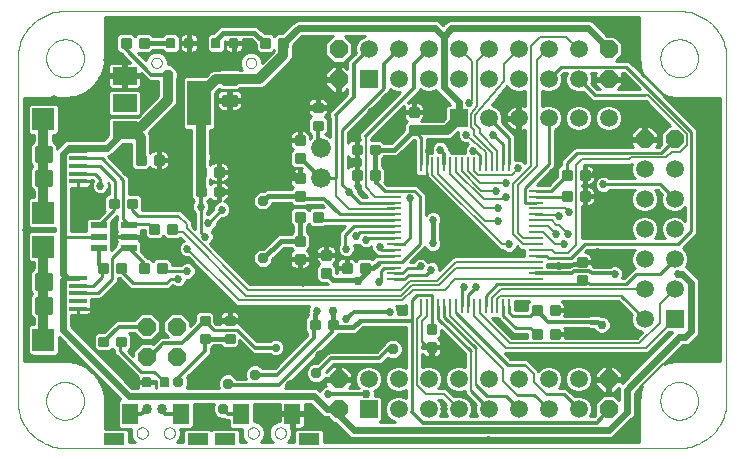
<source format=gtl>
G75*
%MOIN*%
%OFA0B0*%
%FSLAX24Y24*%
%IPPOS*%
%LPD*%
%AMOC8*
5,1,8,0,0,1.08239X$1,22.5*
%
%ADD10C,0.0088*%
%ADD11R,0.0787X0.0591*%
%ADD12R,0.0787X0.1496*%
%ADD13C,0.0100*%
%ADD14OC8,0.0600*%
%ADD15R,0.0472X0.0094*%
%ADD16R,0.0094X0.0472*%
%ADD17OC8,0.0340*%
%ADD18R,0.0591X0.0591*%
%ADD19C,0.0591*%
%ADD20C,0.0000*%
%ADD21R,0.0520X0.0220*%
%ADD22C,0.0660*%
%ADD23OC8,0.0591*%
%ADD24C,0.0075*%
%ADD25R,0.0598X0.0150*%
%ADD26C,0.0180*%
%ADD27R,0.0748X0.0748*%
%ADD28R,0.0550X0.0700*%
%ADD29R,0.0700X0.0400*%
%ADD30C,0.0240*%
%ADD31C,0.0160*%
%ADD32C,0.0300*%
%ADD33C,0.0120*%
%ADD34C,0.0300*%
%ADD35C,0.0337*%
%ADD36C,0.0320*%
%ADD37C,0.0376*%
%ADD38C,0.0270*%
%ADD39C,0.0320*%
%ADD40C,0.0080*%
%ADD41C,0.0297*%
%ADD42C,0.0090*%
%ADD43C,0.0280*%
D10*
X007106Y007097D02*
X007368Y007097D01*
X007368Y006835D01*
X007106Y006835D01*
X007106Y007097D01*
X007106Y006922D02*
X007368Y006922D01*
X007368Y007009D02*
X007106Y007009D01*
X007106Y007096D02*
X007368Y007096D01*
X007706Y007097D02*
X007968Y007097D01*
X007968Y006835D01*
X007706Y006835D01*
X007706Y007097D01*
X007706Y006922D02*
X007968Y006922D01*
X007968Y007009D02*
X007706Y007009D01*
X007706Y007096D02*
X007968Y007096D01*
X010748Y007197D02*
X010748Y006935D01*
X010486Y006935D01*
X010486Y007197D01*
X010748Y007197D01*
X010748Y007022D02*
X010486Y007022D01*
X010486Y007109D02*
X010748Y007109D01*
X010748Y007196D02*
X010486Y007196D01*
X010748Y007535D02*
X010748Y007797D01*
X010748Y007535D02*
X010486Y007535D01*
X010486Y007797D01*
X010748Y007797D01*
X010748Y007622D02*
X010486Y007622D01*
X010486Y007709D02*
X010748Y007709D01*
X010748Y007796D02*
X010486Y007796D01*
X011581Y007797D02*
X011581Y007535D01*
X011319Y007535D01*
X011319Y007797D01*
X011581Y007797D01*
X011581Y007622D02*
X011319Y007622D01*
X011319Y007709D02*
X011581Y007709D01*
X011581Y007796D02*
X011319Y007796D01*
X011581Y007197D02*
X011581Y006935D01*
X011319Y006935D01*
X011319Y007197D01*
X011581Y007197D01*
X011581Y007022D02*
X011319Y007022D01*
X011319Y007109D02*
X011581Y007109D01*
X011581Y007196D02*
X011319Y007196D01*
X014156Y007405D02*
X014418Y007405D01*
X014156Y007405D02*
X014156Y007667D01*
X014418Y007667D01*
X014418Y007405D01*
X014418Y007492D02*
X014156Y007492D01*
X014156Y007579D02*
X014418Y007579D01*
X014418Y007666D02*
X014156Y007666D01*
X014756Y007405D02*
X015018Y007405D01*
X014756Y007405D02*
X014756Y007667D01*
X015018Y007667D01*
X015018Y007405D01*
X015018Y007492D02*
X014756Y007492D01*
X014756Y007579D02*
X015018Y007579D01*
X015018Y007666D02*
X014756Y007666D01*
X014798Y009125D02*
X014798Y009387D01*
X014798Y009125D02*
X014536Y009125D01*
X014536Y009387D01*
X014798Y009387D01*
X014798Y009212D02*
X014536Y009212D01*
X014536Y009299D02*
X014798Y009299D01*
X014798Y009386D02*
X014536Y009386D01*
X014798Y009725D02*
X014798Y009987D01*
X014798Y009725D02*
X014536Y009725D01*
X014536Y009987D01*
X014798Y009987D01*
X014798Y009812D02*
X014536Y009812D01*
X014536Y009899D02*
X014798Y009899D01*
X014798Y009986D02*
X014536Y009986D01*
X013656Y009847D02*
X013656Y009585D01*
X013656Y009847D02*
X013918Y009847D01*
X013918Y009585D01*
X013656Y009585D01*
X013656Y009672D02*
X013918Y009672D01*
X013918Y009759D02*
X013656Y009759D01*
X013656Y009846D02*
X013918Y009846D01*
X013656Y010185D02*
X013656Y010447D01*
X013918Y010447D01*
X013918Y010185D01*
X013656Y010185D01*
X013656Y010272D02*
X013918Y010272D01*
X013918Y010359D02*
X013656Y010359D01*
X013656Y010446D02*
X013918Y010446D01*
X013918Y010985D02*
X013656Y010985D01*
X013656Y011247D01*
X013918Y011247D01*
X013918Y010985D01*
X013918Y011072D02*
X013656Y011072D01*
X013656Y011159D02*
X013918Y011159D01*
X013918Y011246D02*
X013656Y011246D01*
X013918Y011685D02*
X013918Y011947D01*
X013918Y011685D02*
X013656Y011685D01*
X013656Y011947D01*
X013918Y011947D01*
X013918Y011772D02*
X013656Y011772D01*
X013656Y011859D02*
X013918Y011859D01*
X013918Y011946D02*
X013656Y011946D01*
X013918Y012285D02*
X013918Y012547D01*
X013918Y012285D02*
X013656Y012285D01*
X013656Y012547D01*
X013918Y012547D01*
X013918Y012372D02*
X013656Y012372D01*
X013656Y012459D02*
X013918Y012459D01*
X013918Y012546D02*
X013656Y012546D01*
X013918Y012945D02*
X013918Y013207D01*
X013918Y012945D02*
X013656Y012945D01*
X013656Y013207D01*
X013918Y013207D01*
X013918Y013032D02*
X013656Y013032D01*
X013656Y013119D02*
X013918Y013119D01*
X013918Y013206D02*
X013656Y013206D01*
X013918Y013545D02*
X013918Y013807D01*
X013918Y013545D02*
X013656Y013545D01*
X013656Y013807D01*
X013918Y013807D01*
X013918Y013632D02*
X013656Y013632D01*
X013656Y013719D02*
X013918Y013719D01*
X013918Y013806D02*
X013656Y013806D01*
X014518Y014035D02*
X014518Y014297D01*
X014518Y014035D02*
X014256Y014035D01*
X014256Y014297D01*
X014518Y014297D01*
X014518Y014122D02*
X014256Y014122D01*
X014256Y014209D02*
X014518Y014209D01*
X014518Y014296D02*
X014256Y014296D01*
X014518Y014635D02*
X014518Y014897D01*
X014518Y014635D02*
X014256Y014635D01*
X014256Y014897D01*
X014518Y014897D01*
X014518Y014722D02*
X014256Y014722D01*
X014256Y014809D02*
X014518Y014809D01*
X014518Y014896D02*
X014256Y014896D01*
X015556Y013497D02*
X015818Y013497D01*
X015818Y013235D01*
X015556Y013235D01*
X015556Y013497D01*
X015556Y013322D02*
X015818Y013322D01*
X015818Y013409D02*
X015556Y013409D01*
X015556Y013496D02*
X015818Y013496D01*
X016156Y013497D02*
X016418Y013497D01*
X016418Y013235D01*
X016156Y013235D01*
X016156Y013497D01*
X016156Y013322D02*
X016418Y013322D01*
X016418Y013409D02*
X016156Y013409D01*
X016156Y013496D02*
X016418Y013496D01*
X017718Y013885D02*
X017718Y014147D01*
X017718Y013885D02*
X017456Y013885D01*
X017456Y014147D01*
X017718Y014147D01*
X017718Y013972D02*
X017456Y013972D01*
X017456Y014059D02*
X017718Y014059D01*
X017718Y014146D02*
X017456Y014146D01*
X017718Y014485D02*
X017718Y014747D01*
X017718Y014485D02*
X017456Y014485D01*
X017456Y014747D01*
X017718Y014747D01*
X017718Y014572D02*
X017456Y014572D01*
X017456Y014659D02*
X017718Y014659D01*
X017718Y014746D02*
X017456Y014746D01*
X016418Y012647D02*
X016156Y012647D01*
X016418Y012647D02*
X016418Y012385D01*
X016156Y012385D01*
X016156Y012647D01*
X016156Y012472D02*
X016418Y012472D01*
X016418Y012559D02*
X016156Y012559D01*
X016156Y012646D02*
X016418Y012646D01*
X015818Y012647D02*
X015556Y012647D01*
X015818Y012647D02*
X015818Y012385D01*
X015556Y012385D01*
X015556Y012647D01*
X015556Y012472D02*
X015818Y012472D01*
X015818Y012559D02*
X015556Y012559D01*
X015556Y012646D02*
X015818Y012646D01*
X014518Y010985D02*
X014256Y010985D01*
X014256Y011247D01*
X014518Y011247D01*
X014518Y010985D01*
X014518Y011072D02*
X014256Y011072D01*
X014256Y011159D02*
X014518Y011159D01*
X014518Y011246D02*
X014256Y011246D01*
X015226Y009557D02*
X015488Y009557D01*
X015488Y009295D01*
X015226Y009295D01*
X015226Y009557D01*
X015226Y009382D02*
X015488Y009382D01*
X015488Y009469D02*
X015226Y009469D01*
X015226Y009556D02*
X015488Y009556D01*
X015826Y009557D02*
X016088Y009557D01*
X016088Y009295D01*
X015826Y009295D01*
X015826Y009557D01*
X015826Y009382D02*
X016088Y009382D01*
X016088Y009469D02*
X015826Y009469D01*
X015826Y009556D02*
X016088Y009556D01*
X018046Y007507D02*
X018046Y007245D01*
X018046Y007507D02*
X018308Y007507D01*
X018308Y007245D01*
X018046Y007245D01*
X018046Y007332D02*
X018308Y007332D01*
X018308Y007419D02*
X018046Y007419D01*
X018046Y007506D02*
X018308Y007506D01*
X018046Y006907D02*
X018046Y006645D01*
X018046Y006907D02*
X018308Y006907D01*
X018308Y006645D01*
X018046Y006645D01*
X018046Y006732D02*
X018308Y006732D01*
X018308Y006819D02*
X018046Y006819D01*
X018046Y006906D02*
X018308Y006906D01*
X021556Y007347D02*
X021818Y007347D01*
X021818Y007085D01*
X021556Y007085D01*
X021556Y007347D01*
X021556Y007172D02*
X021818Y007172D01*
X021818Y007259D02*
X021556Y007259D01*
X021556Y007346D02*
X021818Y007346D01*
X022156Y007347D02*
X022418Y007347D01*
X022418Y007085D01*
X022156Y007085D01*
X022156Y007347D01*
X022156Y007172D02*
X022418Y007172D01*
X022418Y007259D02*
X022156Y007259D01*
X022156Y007346D02*
X022418Y007346D01*
X022418Y008147D02*
X022156Y008147D01*
X022418Y008147D02*
X022418Y007885D01*
X022156Y007885D01*
X022156Y008147D01*
X022156Y007972D02*
X022418Y007972D01*
X022418Y008059D02*
X022156Y008059D01*
X022156Y008146D02*
X022418Y008146D01*
X021818Y008147D02*
X021556Y008147D01*
X021818Y008147D02*
X021818Y007885D01*
X021556Y007885D01*
X021556Y008147D01*
X021556Y007972D02*
X021818Y007972D01*
X021818Y008059D02*
X021556Y008059D01*
X021556Y008146D02*
X021818Y008146D01*
X023318Y008885D02*
X023318Y009147D01*
X023318Y008885D02*
X023056Y008885D01*
X023056Y009147D01*
X023318Y009147D01*
X023318Y008972D02*
X023056Y008972D01*
X023056Y009059D02*
X023318Y009059D01*
X023318Y009146D02*
X023056Y009146D01*
X023318Y009485D02*
X023318Y009747D01*
X023318Y009485D02*
X023056Y009485D01*
X023056Y009747D01*
X023318Y009747D01*
X023318Y009572D02*
X023056Y009572D01*
X023056Y009659D02*
X023318Y009659D01*
X023318Y009746D02*
X023056Y009746D01*
X023156Y011685D02*
X023418Y011685D01*
X023156Y011685D02*
X023156Y011947D01*
X023418Y011947D01*
X023418Y011685D01*
X023418Y011772D02*
X023156Y011772D01*
X023156Y011859D02*
X023418Y011859D01*
X023418Y011946D02*
X023156Y011946D01*
X022818Y011685D02*
X022556Y011685D01*
X022556Y011947D01*
X022818Y011947D01*
X022818Y011685D01*
X022818Y011772D02*
X022556Y011772D01*
X022556Y011859D02*
X022818Y011859D01*
X022818Y011946D02*
X022556Y011946D01*
X022556Y012385D02*
X022818Y012385D01*
X022556Y012385D02*
X022556Y012647D01*
X022818Y012647D01*
X022818Y012385D01*
X022818Y012472D02*
X022556Y012472D01*
X022556Y012559D02*
X022818Y012559D01*
X022818Y012646D02*
X022556Y012646D01*
X023156Y012385D02*
X023418Y012385D01*
X023156Y012385D02*
X023156Y012647D01*
X023418Y012647D01*
X023418Y012385D01*
X023418Y012472D02*
X023156Y012472D01*
X023156Y012559D02*
X023418Y012559D01*
X023418Y012646D02*
X023156Y012646D01*
X013368Y016785D02*
X013106Y016785D01*
X013106Y017047D01*
X013368Y017047D01*
X013368Y016785D01*
X013368Y016872D02*
X013106Y016872D01*
X013106Y016959D02*
X013368Y016959D01*
X013368Y017046D02*
X013106Y017046D01*
X012768Y016785D02*
X012506Y016785D01*
X012506Y017047D01*
X012768Y017047D01*
X012768Y016785D01*
X012768Y016872D02*
X012506Y016872D01*
X012506Y016959D02*
X012768Y016959D01*
X012768Y017046D02*
X012506Y017046D01*
X008718Y016785D02*
X008456Y016785D01*
X008456Y017047D01*
X008718Y017047D01*
X008718Y016785D01*
X008718Y016872D02*
X008456Y016872D01*
X008456Y016959D02*
X008718Y016959D01*
X008718Y017046D02*
X008456Y017046D01*
X008118Y016785D02*
X007856Y016785D01*
X007856Y017047D01*
X008118Y017047D01*
X008118Y016785D01*
X008118Y016872D02*
X007856Y016872D01*
X007856Y016959D02*
X008118Y016959D01*
X008118Y017046D02*
X007856Y017046D01*
X008356Y012885D02*
X008618Y012885D01*
X008356Y012885D02*
X008356Y013147D01*
X008618Y013147D01*
X008618Y012885D01*
X008618Y012972D02*
X008356Y012972D01*
X008356Y013059D02*
X008618Y013059D01*
X008618Y013146D02*
X008356Y013146D01*
X008956Y012885D02*
X009218Y012885D01*
X008956Y012885D02*
X008956Y013147D01*
X009218Y013147D01*
X009218Y012885D01*
X009218Y012972D02*
X008956Y012972D01*
X008956Y013059D02*
X009218Y013059D01*
X009218Y013146D02*
X008956Y013146D01*
X010356Y012747D02*
X010618Y012747D01*
X010618Y012485D01*
X010356Y012485D01*
X010356Y012747D01*
X010356Y012572D02*
X010618Y012572D01*
X010618Y012659D02*
X010356Y012659D01*
X010356Y012746D02*
X010618Y012746D01*
X010956Y012747D02*
X011218Y012747D01*
X011218Y012485D01*
X010956Y012485D01*
X010956Y012747D01*
X010956Y012572D02*
X011218Y012572D01*
X011218Y012659D02*
X010956Y012659D01*
X010956Y012746D02*
X011218Y012746D01*
X011218Y011835D02*
X010956Y011835D01*
X010956Y012097D01*
X011218Y012097D01*
X011218Y011835D01*
X011218Y011922D02*
X010956Y011922D01*
X010956Y012009D02*
X011218Y012009D01*
X011218Y012096D02*
X010956Y012096D01*
X010618Y011835D02*
X010356Y011835D01*
X010356Y012097D01*
X010618Y012097D01*
X010618Y011835D01*
X010618Y011922D02*
X010356Y011922D01*
X010356Y012009D02*
X010618Y012009D01*
X010618Y012096D02*
X010356Y012096D01*
X009668Y010585D02*
X009406Y010585D01*
X009406Y010847D01*
X009668Y010847D01*
X009668Y010585D01*
X009668Y010672D02*
X009406Y010672D01*
X009406Y010759D02*
X009668Y010759D01*
X009668Y010846D02*
X009406Y010846D01*
X009068Y010585D02*
X008806Y010585D01*
X008806Y010847D01*
X009068Y010847D01*
X009068Y010585D01*
X009068Y010672D02*
X008806Y010672D01*
X008806Y010759D02*
X009068Y010759D01*
X009068Y010846D02*
X008806Y010846D01*
X008318Y011435D02*
X008056Y011435D01*
X008056Y011697D01*
X008318Y011697D01*
X008318Y011435D01*
X008318Y011522D02*
X008056Y011522D01*
X008056Y011609D02*
X008318Y011609D01*
X008318Y011696D02*
X008056Y011696D01*
X007718Y011435D02*
X007456Y011435D01*
X007456Y011697D01*
X007718Y011697D01*
X007718Y011435D01*
X007718Y011522D02*
X007456Y011522D01*
X007456Y011609D02*
X007718Y011609D01*
X007718Y011696D02*
X007456Y011696D01*
X007368Y009285D02*
X007106Y009285D01*
X007106Y009547D01*
X007368Y009547D01*
X007368Y009285D01*
X007368Y009372D02*
X007106Y009372D01*
X007106Y009459D02*
X007368Y009459D01*
X007368Y009546D02*
X007106Y009546D01*
X007706Y009285D02*
X007968Y009285D01*
X007706Y009285D02*
X007706Y009547D01*
X007968Y009547D01*
X007968Y009285D01*
X007968Y009372D02*
X007706Y009372D01*
X007706Y009459D02*
X007968Y009459D01*
X007968Y009546D02*
X007706Y009546D01*
X008456Y009285D02*
X008718Y009285D01*
X008456Y009285D02*
X008456Y009547D01*
X008718Y009547D01*
X008718Y009285D01*
X008718Y009372D02*
X008456Y009372D01*
X008456Y009459D02*
X008718Y009459D01*
X008718Y009546D02*
X008456Y009546D01*
X009056Y009285D02*
X009318Y009285D01*
X009056Y009285D02*
X009056Y009547D01*
X009318Y009547D01*
X009318Y009285D01*
X009318Y009372D02*
X009056Y009372D01*
X009056Y009459D02*
X009318Y009459D01*
X009318Y009546D02*
X009056Y009546D01*
D11*
X007946Y014010D03*
X007946Y014916D03*
X007946Y015821D03*
D12*
X010427Y014916D03*
D13*
X009883Y014940D02*
X009691Y014940D01*
X009697Y014954D02*
X009649Y014840D01*
X009562Y014753D01*
X008749Y013939D01*
X008749Y013938D01*
X008797Y013824D01*
X008797Y013259D01*
X008800Y013266D01*
X008836Y013302D01*
X008881Y013327D01*
X008930Y013341D01*
X009049Y013341D01*
X009049Y013053D01*
X009124Y013053D01*
X009124Y013341D01*
X009243Y013341D01*
X009293Y013327D01*
X009337Y013302D01*
X009373Y013266D01*
X009398Y013222D01*
X009412Y013172D01*
X009412Y013053D01*
X009124Y013053D01*
X009124Y012978D01*
X009124Y012691D01*
X009243Y012691D01*
X009293Y012704D01*
X009337Y012729D01*
X009373Y012765D01*
X009398Y012810D01*
X009412Y012859D01*
X009412Y012978D01*
X009124Y012978D01*
X009049Y012978D01*
X009049Y012691D01*
X008930Y012691D01*
X008881Y012704D01*
X008836Y012729D01*
X008800Y012765D01*
X008790Y012783D01*
X008698Y012691D01*
X008275Y012691D01*
X008162Y012804D01*
X008162Y013227D01*
X008177Y013242D01*
X008177Y013565D01*
X007883Y013565D01*
X007505Y013187D01*
X007406Y013146D01*
X007389Y013146D01*
X007969Y012566D01*
X008087Y012448D01*
X008087Y011891D01*
X008398Y011891D01*
X008512Y011777D01*
X008512Y011366D01*
X009819Y011366D01*
X009937Y011248D01*
X009937Y011234D01*
X010202Y010969D01*
X010202Y010818D01*
X010287Y010733D01*
X010287Y011263D01*
X010245Y011304D01*
X010202Y011409D01*
X010202Y011522D01*
X010245Y011627D01*
X010267Y011649D01*
X010162Y011754D01*
X010162Y012177D01*
X010177Y012192D01*
X010177Y012389D01*
X010162Y012404D01*
X010162Y012827D01*
X010177Y012842D01*
X010177Y012980D01*
X010149Y013048D01*
X010149Y013183D01*
X010177Y013251D01*
X010177Y014018D01*
X009971Y014018D01*
X009883Y014105D01*
X009883Y015726D01*
X009971Y015814D01*
X010646Y015814D01*
X010724Y015891D01*
X010811Y015978D01*
X010925Y016026D01*
X011089Y016026D01*
X011129Y016066D01*
X011744Y016066D01*
X011784Y016026D01*
X011860Y016026D01*
X011845Y016041D01*
X011788Y016178D01*
X011788Y016328D01*
X011845Y016465D01*
X011950Y016571D01*
X012088Y016628D01*
X012237Y016628D01*
X012375Y016571D01*
X012481Y016465D01*
X012538Y016328D01*
X012538Y016255D01*
X012927Y016644D01*
X012927Y016669D01*
X012848Y016591D01*
X012425Y016591D01*
X012312Y016704D01*
X012312Y016900D01*
X012163Y017036D01*
X011887Y017036D01*
X011887Y016941D01*
X011612Y016941D01*
X011612Y016891D01*
X011887Y016891D01*
X011887Y016753D01*
X011874Y016706D01*
X011849Y016663D01*
X011814Y016628D01*
X011771Y016603D01*
X011724Y016591D01*
X011612Y016591D01*
X011612Y016891D01*
X011562Y016891D01*
X011562Y016591D01*
X011449Y016591D01*
X011402Y016603D01*
X011359Y016628D01*
X011324Y016663D01*
X011299Y016706D01*
X011287Y016753D01*
X011287Y016891D01*
X011562Y016891D01*
X011562Y016941D01*
X011287Y016941D01*
X011287Y016990D01*
X011287Y016990D01*
X011287Y016700D01*
X011177Y016591D01*
X010796Y016591D01*
X010687Y016700D01*
X010687Y017131D01*
X010796Y017241D01*
X010886Y017241D01*
X011007Y017361D01*
X011141Y017496D01*
X012247Y017496D01*
X012336Y017500D01*
X012341Y017496D01*
X012347Y017496D01*
X012411Y017432D01*
X012621Y017241D01*
X012848Y017241D01*
X012937Y017152D01*
X013025Y017241D01*
X013189Y017241D01*
X013584Y017610D01*
X013618Y017645D01*
X013623Y017646D01*
X013626Y017650D01*
X013672Y017667D01*
X013718Y017686D01*
X013722Y017686D01*
X013727Y017687D01*
X013776Y017686D01*
X018340Y017686D01*
X018440Y017645D01*
X018569Y017515D01*
X018606Y017559D01*
X018610Y017569D01*
X018641Y017599D01*
X018670Y017632D01*
X018679Y017637D01*
X018686Y017645D01*
X018727Y017661D01*
X018765Y017681D01*
X018776Y017682D01*
X018786Y017686D01*
X018829Y017686D01*
X018872Y017689D01*
X018882Y017686D01*
X023440Y017686D01*
X023540Y017645D01*
X023616Y017569D01*
X024018Y017166D01*
X024273Y017166D01*
X024537Y016902D01*
X024537Y016529D01*
X024333Y016326D01*
X024760Y016326D01*
X024877Y016208D01*
X025213Y015873D01*
X025198Y015900D01*
X025202Y015911D01*
X025178Y015976D01*
X025167Y015982D01*
X025156Y016033D01*
X025138Y016081D01*
X025143Y016092D01*
X025129Y016159D01*
X025120Y016167D01*
X025116Y016218D01*
X025105Y016268D01*
X025112Y016279D01*
X025107Y016341D01*
X025103Y016346D01*
X025103Y016402D01*
X025099Y016459D01*
X025103Y016464D01*
X025103Y017783D01*
X007293Y017783D01*
X007293Y016464D01*
X007297Y016459D01*
X007293Y016402D01*
X007293Y016346D01*
X007288Y016341D01*
X007284Y016279D01*
X007290Y016268D01*
X007279Y016218D01*
X007276Y016167D01*
X007266Y016159D01*
X007252Y016092D01*
X007257Y016081D01*
X007239Y016033D01*
X007228Y015982D01*
X007218Y015976D01*
X007194Y015911D01*
X007197Y015900D01*
X007173Y015855D01*
X007155Y015806D01*
X007144Y015801D01*
X007111Y015741D01*
X007112Y015729D01*
X007082Y015688D01*
X007057Y015643D01*
X007045Y015639D01*
X007004Y015584D01*
X007004Y015572D01*
X006968Y015536D01*
X006937Y015495D01*
X006925Y015493D01*
X006876Y015444D01*
X006875Y015432D01*
X006833Y015401D01*
X006797Y015365D01*
X006785Y015365D01*
X006730Y015324D01*
X006726Y015312D01*
X006681Y015288D01*
X006640Y015257D01*
X006628Y015259D01*
X006568Y015226D01*
X006563Y015215D01*
X006515Y015197D01*
X006469Y015172D01*
X006458Y015175D01*
X006393Y015151D01*
X006387Y015141D01*
X006337Y015130D01*
X006288Y015112D01*
X006277Y015117D01*
X006210Y015103D01*
X006202Y015093D01*
X006151Y015090D01*
X006101Y015079D01*
X006090Y015085D01*
X006028Y015081D01*
X006024Y015077D01*
X005967Y015077D01*
X005910Y015073D01*
X005905Y015077D01*
X004587Y015077D01*
X004587Y006322D01*
X005905Y006322D01*
X005910Y006326D01*
X005967Y006322D01*
X006024Y006322D01*
X006028Y006317D01*
X006090Y006313D01*
X006101Y006319D01*
X006151Y006308D01*
X006202Y006305D01*
X006210Y006295D01*
X006277Y006281D01*
X006288Y006286D01*
X006337Y006268D01*
X006387Y006257D01*
X006393Y006247D01*
X006458Y006223D01*
X006469Y006226D01*
X006515Y006202D01*
X006563Y006184D01*
X006568Y006173D01*
X006628Y006140D01*
X006640Y006141D01*
X006681Y006111D01*
X006726Y006086D01*
X006730Y006074D01*
X006785Y006033D01*
X006797Y006033D01*
X006833Y005997D01*
X006875Y005966D01*
X006876Y005954D01*
X006925Y005905D01*
X006937Y005904D01*
X006968Y005862D01*
X007004Y005826D01*
X007004Y005814D01*
X007045Y005759D01*
X007057Y005755D01*
X007082Y005710D01*
X007112Y005669D01*
X007111Y005657D01*
X007144Y005597D01*
X007155Y005592D01*
X007173Y005544D01*
X007197Y005498D01*
X007194Y005487D01*
X007218Y005422D01*
X007228Y005416D01*
X007239Y005366D01*
X007257Y005317D01*
X007252Y005306D01*
X007266Y005239D01*
X007276Y005231D01*
X007279Y005180D01*
X007290Y005130D01*
X007284Y005119D01*
X007288Y005057D01*
X007293Y005053D01*
X007293Y004996D01*
X007297Y004939D01*
X007293Y004934D01*
X007293Y004066D01*
X007999Y004066D01*
X008087Y003978D01*
X008087Y003616D01*
X008287Y003616D01*
X008206Y003696D01*
X008147Y003839D01*
X008147Y003993D01*
X008177Y004066D01*
X007799Y004066D01*
X007712Y004153D01*
X007712Y004978D01*
X007799Y005066D01*
X007805Y005066D01*
X005761Y007110D01*
X005761Y006584D01*
X005673Y006496D01*
X004800Y006496D01*
X004713Y006584D01*
X004713Y007457D01*
X004800Y007545D01*
X004927Y007545D01*
X004927Y007747D01*
X004891Y007762D01*
X004823Y007830D01*
X004787Y007918D01*
X004787Y008433D01*
X004823Y008522D01*
X004877Y008576D01*
X004823Y008630D01*
X004787Y008718D01*
X004787Y009233D01*
X004823Y009322D01*
X004891Y009389D01*
X004927Y009404D01*
X004927Y009607D01*
X004800Y009607D01*
X004713Y009695D01*
X004713Y010567D01*
X004800Y010655D01*
X005617Y010655D01*
X005617Y010736D01*
X004800Y010736D01*
X004713Y010824D01*
X004713Y011697D01*
X004800Y011785D01*
X004927Y011785D01*
X004927Y011987D01*
X004891Y012002D01*
X004823Y012070D01*
X004787Y012158D01*
X004787Y012673D01*
X004823Y012762D01*
X004877Y012816D01*
X004823Y012870D01*
X004787Y012958D01*
X004787Y013473D01*
X004823Y013562D01*
X004891Y013629D01*
X004927Y013644D01*
X004927Y013847D01*
X004800Y013847D01*
X004713Y013935D01*
X004713Y014807D01*
X004800Y014895D01*
X005673Y014895D01*
X005761Y014807D01*
X005761Y013935D01*
X005673Y013847D01*
X005547Y013847D01*
X005547Y013644D01*
X005583Y013629D01*
X005650Y013562D01*
X005687Y013473D01*
X005687Y013397D01*
X005734Y013445D01*
X005734Y013445D01*
X005858Y013569D01*
X005934Y013645D01*
X006033Y013686D01*
X007240Y013686D01*
X007403Y013848D01*
X007403Y014368D01*
X007491Y014455D01*
X008388Y014455D01*
X009077Y015144D01*
X009077Y015656D01*
X008750Y015656D01*
X008627Y015779D01*
X008490Y015915D01*
X008490Y015871D01*
X007996Y015871D01*
X007896Y015871D01*
X007896Y015771D01*
X007403Y015771D01*
X007403Y015506D01*
X007413Y015468D01*
X007433Y015434D01*
X007461Y015406D01*
X007495Y015386D01*
X007533Y015376D01*
X007896Y015376D01*
X007896Y015771D01*
X007996Y015771D01*
X007996Y015376D01*
X008360Y015376D01*
X008398Y015386D01*
X008432Y015406D01*
X008460Y015434D01*
X008480Y015468D01*
X008490Y015506D01*
X008490Y015771D01*
X007996Y015771D01*
X007996Y015871D01*
X007996Y016266D01*
X008139Y016266D01*
X007848Y016558D01*
X007824Y016563D01*
X007805Y016591D01*
X007775Y016591D01*
X007662Y016704D01*
X007662Y017127D01*
X007775Y017241D01*
X008198Y017241D01*
X008287Y017152D01*
X008375Y017241D01*
X008798Y017241D01*
X008893Y017146D01*
X009201Y017146D01*
X009296Y017241D01*
X009677Y017241D01*
X009787Y017131D01*
X009787Y016700D01*
X009677Y016591D01*
X009296Y016591D01*
X009201Y016686D01*
X008893Y016686D01*
X008798Y016591D01*
X008409Y016591D01*
X008648Y016351D01*
X008695Y016465D01*
X008801Y016571D01*
X008938Y016628D01*
X009088Y016628D01*
X009225Y016571D01*
X009331Y016465D01*
X009388Y016328D01*
X009388Y016204D01*
X009454Y016204D01*
X009578Y016152D01*
X009673Y016057D01*
X009725Y015933D01*
X009725Y015798D01*
X009697Y015730D01*
X009697Y014954D01*
X009697Y015039D02*
X009883Y015039D01*
X009883Y015137D02*
X009697Y015137D01*
X009697Y015236D02*
X009883Y015236D01*
X009883Y015334D02*
X009697Y015334D01*
X009697Y015433D02*
X009883Y015433D01*
X009883Y015531D02*
X009697Y015531D01*
X009697Y015630D02*
X009883Y015630D01*
X009885Y015728D02*
X009697Y015728D01*
X009725Y015827D02*
X010659Y015827D01*
X010758Y015925D02*
X009725Y015925D01*
X009687Y016024D02*
X010920Y016024D01*
X011212Y015866D02*
X011212Y015566D01*
X011212Y015866D02*
X011662Y015866D01*
X011662Y015566D01*
X011212Y015566D01*
X011212Y015665D02*
X011662Y015665D01*
X011662Y015764D02*
X011212Y015764D01*
X011212Y015863D02*
X011662Y015863D01*
X011811Y016122D02*
X009608Y016122D01*
X009388Y016221D02*
X011788Y016221D01*
X011788Y016319D02*
X009388Y016319D01*
X009351Y016418D02*
X011825Y016418D01*
X011895Y016516D02*
X009280Y016516D01*
X009272Y016615D02*
X009120Y016615D01*
X008906Y016615D02*
X008822Y016615D01*
X008746Y016516D02*
X008483Y016516D01*
X008582Y016418D02*
X008675Y016418D01*
X008086Y016319D02*
X007287Y016319D01*
X007280Y016221D02*
X007445Y016221D01*
X007433Y016209D02*
X007413Y016174D01*
X007403Y016136D01*
X007403Y015871D01*
X007896Y015871D01*
X007896Y016266D01*
X007533Y016266D01*
X007495Y016256D01*
X007461Y016236D01*
X007433Y016209D01*
X007403Y016122D02*
X007258Y016122D01*
X007237Y016024D02*
X007403Y016024D01*
X007403Y015925D02*
X007199Y015925D01*
X007162Y015827D02*
X007896Y015827D01*
X007896Y015925D02*
X007996Y015925D01*
X007996Y015827D02*
X008579Y015827D01*
X008490Y015728D02*
X008677Y015728D01*
X008490Y015630D02*
X009077Y015630D01*
X009077Y015531D02*
X008490Y015531D01*
X008459Y015433D02*
X009077Y015433D01*
X009077Y015334D02*
X008429Y015334D01*
X008402Y015361D02*
X008490Y015273D01*
X008490Y014558D01*
X008402Y014470D01*
X007491Y014470D01*
X007403Y014558D01*
X007403Y015273D01*
X007491Y015361D01*
X008402Y015361D01*
X008490Y015236D02*
X009077Y015236D01*
X009070Y015137D02*
X008490Y015137D01*
X008490Y015039D02*
X008971Y015039D01*
X008873Y014940D02*
X008490Y014940D01*
X008490Y014842D02*
X008774Y014842D01*
X008676Y014743D02*
X008490Y014743D01*
X008490Y014645D02*
X008577Y014645D01*
X008479Y014546D02*
X008478Y014546D01*
X008962Y014152D02*
X009883Y014152D01*
X009883Y014251D02*
X009060Y014251D01*
X009159Y014349D02*
X009883Y014349D01*
X009883Y014448D02*
X009257Y014448D01*
X009356Y014546D02*
X009883Y014546D01*
X009883Y014645D02*
X009454Y014645D01*
X009553Y014743D02*
X009883Y014743D01*
X009883Y014842D02*
X009650Y014842D01*
X009935Y014054D02*
X008863Y014054D01*
X008765Y013955D02*
X010177Y013955D01*
X010177Y013857D02*
X008783Y013857D01*
X008797Y013758D02*
X010177Y013758D01*
X010177Y013660D02*
X008797Y013660D01*
X008797Y013561D02*
X010177Y013561D01*
X010177Y013463D02*
X008797Y013463D01*
X008797Y013364D02*
X010177Y013364D01*
X010177Y013266D02*
X009373Y013266D01*
X009412Y013167D02*
X010149Y013167D01*
X010149Y013069D02*
X009412Y013069D01*
X009412Y012970D02*
X010177Y012970D01*
X010177Y012872D02*
X009412Y012872D01*
X009377Y012773D02*
X010162Y012773D01*
X010162Y012675D02*
X007860Y012675D01*
X007762Y012773D02*
X008193Y012773D01*
X008162Y012872D02*
X007663Y012872D01*
X007565Y012970D02*
X008162Y012970D01*
X008162Y013069D02*
X007466Y013069D01*
X007458Y013167D02*
X008162Y013167D01*
X008177Y013266D02*
X007584Y013266D01*
X007682Y013364D02*
X008177Y013364D01*
X008177Y013463D02*
X007781Y013463D01*
X007879Y013561D02*
X008177Y013561D01*
X008797Y013266D02*
X008800Y013266D01*
X009049Y013266D02*
X009124Y013266D01*
X009124Y013167D02*
X009049Y013167D01*
X009049Y013069D02*
X009124Y013069D01*
X009124Y012970D02*
X009049Y012970D01*
X009049Y012872D02*
X009124Y012872D01*
X009124Y012773D02*
X009049Y012773D01*
X008796Y012773D02*
X008781Y012773D01*
X008057Y012478D02*
X010162Y012478D01*
X010162Y012576D02*
X007959Y012576D01*
X007887Y012366D02*
X007887Y011036D01*
X008087Y010836D01*
X008232Y010881D01*
X008737Y010881D01*
X008937Y010716D01*
X008612Y010681D02*
X008612Y010504D01*
X008725Y010391D01*
X009148Y010391D01*
X009237Y010479D01*
X009325Y010391D01*
X009748Y010391D01*
X009783Y010426D01*
X009809Y010426D01*
X009912Y010322D01*
X009875Y010307D01*
X009795Y010227D01*
X009752Y010122D01*
X009752Y010009D01*
X009795Y009904D01*
X009875Y009824D01*
X009980Y009781D01*
X010053Y009781D01*
X011574Y008260D01*
X011685Y008149D01*
X014110Y008149D01*
X014071Y008055D01*
X014071Y007997D01*
X014057Y007983D01*
X014057Y007954D01*
X014041Y007929D01*
X014057Y007862D01*
X014057Y007842D01*
X013962Y007747D01*
X013962Y007324D01*
X014042Y007244D01*
X014042Y007168D01*
X012950Y006076D01*
X012555Y006076D01*
X012478Y006152D01*
X012354Y006204D01*
X012219Y006204D01*
X012095Y006152D01*
X012000Y006057D01*
X011949Y005933D01*
X011949Y005798D01*
X011979Y005726D01*
X011686Y005726D01*
X011673Y005757D01*
X011578Y005852D01*
X011454Y005904D01*
X011319Y005904D01*
X011195Y005852D01*
X011100Y005757D01*
X011049Y005633D01*
X011049Y005498D01*
X011079Y005426D01*
X010024Y005426D01*
X010075Y005548D01*
X010075Y005683D01*
X010038Y005770D01*
X010827Y006559D01*
X010827Y006741D01*
X010828Y006741D01*
X010923Y006836D01*
X011143Y006836D01*
X011238Y006741D01*
X011661Y006741D01*
X011775Y006854D01*
X011775Y007008D01*
X012090Y006693D01*
X012090Y006679D01*
X012213Y006556D01*
X012786Y006556D01*
X012822Y006520D01*
X012929Y006476D01*
X013044Y006476D01*
X013151Y006520D01*
X013232Y006601D01*
X013277Y006708D01*
X013277Y006823D01*
X013232Y006930D01*
X013151Y007011D01*
X013044Y007056D01*
X012929Y007056D01*
X012822Y007011D01*
X012786Y006976D01*
X012372Y006976D01*
X011782Y007566D01*
X011775Y007566D01*
X011775Y007628D01*
X011487Y007628D01*
X011487Y007703D01*
X011412Y007703D01*
X011412Y007628D01*
X011125Y007628D01*
X011125Y007566D01*
X010999Y007566D01*
X010942Y007623D01*
X010942Y007877D01*
X010828Y007991D01*
X010405Y007991D01*
X010292Y007877D01*
X010292Y007638D01*
X010132Y007478D01*
X010132Y007650D01*
X009871Y007911D01*
X009502Y007911D01*
X009241Y007650D01*
X009241Y007281D01*
X009397Y007126D01*
X009150Y007126D01*
X009027Y007003D01*
X008903Y006879D01*
X008871Y006911D01*
X008502Y006911D01*
X008241Y006650D01*
X008241Y006494D01*
X008071Y006664D01*
X008162Y006754D01*
X008162Y007177D01*
X008083Y007256D01*
X008267Y007256D01*
X008502Y007020D01*
X008871Y007020D01*
X009132Y007281D01*
X009132Y007650D01*
X008871Y007911D01*
X008502Y007911D01*
X008267Y007676D01*
X007754Y007676D01*
X007668Y007677D01*
X007667Y007676D01*
X007665Y007676D01*
X007605Y007615D01*
X007270Y007291D01*
X007025Y007291D01*
X006912Y007177D01*
X006912Y006754D01*
X007025Y006641D01*
X007448Y006641D01*
X007537Y006729D01*
X007586Y006680D01*
X007576Y006617D01*
X007587Y006602D01*
X007587Y006583D01*
X007633Y006536D01*
X007672Y006482D01*
X007691Y006479D01*
X008287Y005883D01*
X008388Y005782D01*
X008387Y005778D01*
X008387Y005641D01*
X008662Y005641D01*
X008662Y005591D01*
X008387Y005591D01*
X008387Y005453D01*
X008394Y005426D01*
X008208Y005426D01*
X006157Y007477D01*
X006157Y007839D01*
X006387Y007839D01*
X006706Y007839D01*
X006744Y007849D01*
X006778Y007869D01*
X006806Y007897D01*
X006826Y007931D01*
X006836Y007969D01*
X006836Y008064D01*
X006836Y008158D01*
X006831Y008178D01*
X006836Y008183D01*
X006836Y008376D01*
X007129Y008376D01*
X007619Y008866D01*
X007737Y008983D01*
X007737Y009091D01*
X007779Y009091D01*
X008037Y008833D01*
X008154Y008716D01*
X009419Y008716D01*
X009552Y008848D01*
X009575Y008824D01*
X009680Y008781D01*
X009793Y008781D01*
X009898Y008824D01*
X009978Y008904D01*
X010022Y009009D01*
X010022Y009031D01*
X010093Y009031D01*
X010198Y009074D01*
X010278Y009154D01*
X010322Y009259D01*
X010322Y009372D01*
X010278Y009477D01*
X010198Y009557D01*
X010093Y009601D01*
X009980Y009601D01*
X009875Y009557D01*
X009834Y009516D01*
X009512Y009516D01*
X009512Y009627D01*
X009398Y009741D01*
X008975Y009741D01*
X008887Y009652D01*
X008798Y009741D01*
X008747Y009741D01*
X008745Y009750D01*
X008638Y009827D01*
X008497Y009968D01*
X008497Y010268D01*
X008479Y010285D01*
X008486Y010298D01*
X008497Y010336D01*
X008497Y010461D01*
X008092Y010461D01*
X008092Y010471D01*
X008497Y010471D01*
X008497Y010595D01*
X008486Y010634D01*
X008479Y010646D01*
X008497Y010663D01*
X008497Y010681D01*
X008612Y010681D01*
X008612Y010606D02*
X008494Y010606D01*
X008497Y010508D02*
X008612Y010508D01*
X008707Y010409D02*
X008497Y010409D01*
X008490Y010311D02*
X009883Y010311D01*
X009825Y010409D02*
X009767Y010409D01*
X009789Y010212D02*
X008497Y010212D01*
X008497Y010114D02*
X009752Y010114D01*
X009752Y010015D02*
X008497Y010015D01*
X008548Y009917D02*
X009790Y009917D01*
X009889Y009818D02*
X008651Y009818D01*
X008819Y009720D02*
X008954Y009720D01*
X009419Y009720D02*
X010114Y009720D01*
X010212Y009621D02*
X009512Y009621D01*
X009512Y009523D02*
X009841Y009523D01*
X010037Y009316D02*
X009287Y009316D01*
X009187Y009416D01*
X009487Y009066D02*
X009737Y009066D01*
X009487Y009066D02*
X009337Y008916D01*
X008237Y008916D01*
X007821Y009331D01*
X007771Y009331D01*
X007737Y009030D02*
X007839Y009030D01*
X007938Y008932D02*
X007685Y008932D01*
X007587Y008833D02*
X008036Y008833D01*
X008135Y008735D02*
X007488Y008735D01*
X007390Y008636D02*
X011197Y008636D01*
X011099Y008735D02*
X009438Y008735D01*
X009537Y008833D02*
X009566Y008833D01*
X009907Y008833D02*
X011000Y008833D01*
X010902Y008932D02*
X009990Y008932D01*
X010022Y009030D02*
X010803Y009030D01*
X010705Y009129D02*
X010253Y009129D01*
X010308Y009227D02*
X010606Y009227D01*
X010508Y009326D02*
X010322Y009326D01*
X010300Y009424D02*
X010409Y009424D01*
X010311Y009523D02*
X010233Y009523D01*
X011005Y010015D02*
X012380Y010015D01*
X012423Y010058D02*
X012236Y009871D01*
X012236Y009606D01*
X012423Y009418D01*
X012688Y009418D01*
X012876Y009606D01*
X012876Y009724D01*
X013258Y010086D01*
X013480Y010086D01*
X013554Y010012D01*
X013536Y010002D01*
X013500Y009966D01*
X013475Y009922D01*
X013462Y009872D01*
X013462Y009753D01*
X013749Y009753D01*
X013749Y009678D01*
X013824Y009678D01*
X013824Y009391D01*
X013943Y009391D01*
X013993Y009404D01*
X014037Y009429D01*
X014073Y009465D01*
X014098Y009510D01*
X014112Y009559D01*
X014112Y009678D01*
X013824Y009678D01*
X013824Y009753D01*
X014112Y009753D01*
X014112Y009872D01*
X014098Y009922D01*
X014073Y009966D01*
X014037Y010002D01*
X014019Y010012D01*
X014112Y010104D01*
X014112Y010527D01*
X014017Y010622D01*
X014017Y010809D01*
X014087Y010879D01*
X014175Y010791D01*
X014598Y010791D01*
X014615Y010808D01*
X015296Y010808D01*
X015204Y010716D01*
X015204Y010716D01*
X015087Y010598D01*
X015087Y010210D01*
X015050Y010122D01*
X015050Y010009D01*
X015094Y009904D01*
X015174Y009824D01*
X015279Y009781D01*
X015392Y009781D01*
X015497Y009824D01*
X015577Y009904D01*
X015620Y010009D01*
X015620Y010122D01*
X015591Y010193D01*
X015610Y010185D01*
X015723Y010185D01*
X015749Y010196D01*
X015749Y010196D01*
X015829Y010115D01*
X015934Y010072D01*
X016048Y010072D01*
X016152Y010115D01*
X016172Y010136D01*
X016172Y010060D01*
X016216Y009955D01*
X016296Y009875D01*
X016401Y009832D01*
X016423Y009832D01*
X016425Y009830D01*
X016318Y009830D01*
X016203Y009715D01*
X016168Y009751D01*
X015745Y009751D01*
X015653Y009658D01*
X015643Y009676D01*
X015607Y009712D01*
X015563Y009737D01*
X015513Y009751D01*
X015394Y009751D01*
X015394Y009463D01*
X015319Y009463D01*
X015319Y009388D01*
X015032Y009388D01*
X015032Y009269D01*
X015038Y009246D01*
X015002Y009246D01*
X014992Y009256D01*
X014992Y009467D01*
X014899Y009559D01*
X014917Y009569D01*
X014953Y009605D01*
X014978Y009650D01*
X014992Y009699D01*
X014992Y009818D01*
X014704Y009818D01*
X014704Y009893D01*
X014629Y009893D01*
X014629Y009818D01*
X014342Y009818D01*
X014342Y009699D01*
X014355Y009650D01*
X014380Y009605D01*
X014416Y009569D01*
X014434Y009559D01*
X014342Y009467D01*
X014342Y009044D01*
X014455Y008931D01*
X014666Y008931D01*
X014721Y008876D01*
X012144Y008876D01*
X010797Y010223D01*
X010798Y010224D01*
X010878Y010304D01*
X010922Y010409D01*
X010922Y010522D01*
X010878Y010627D01*
X010851Y010654D01*
X010898Y010674D01*
X010978Y010754D01*
X011022Y010859D01*
X011022Y010918D01*
X011184Y011081D01*
X011243Y011081D01*
X011348Y011124D01*
X011428Y011204D01*
X011472Y011309D01*
X011472Y011422D01*
X011428Y011527D01*
X011348Y011607D01*
X011258Y011645D01*
X011293Y011654D01*
X011337Y011679D01*
X011373Y011715D01*
X011398Y011760D01*
X011412Y011809D01*
X011412Y011928D01*
X011124Y011928D01*
X011124Y011648D01*
X011025Y011607D01*
X010945Y011527D01*
X010902Y011422D01*
X010902Y011363D01*
X010739Y011201D01*
X010687Y011201D01*
X010687Y011263D01*
X010728Y011304D01*
X010772Y011409D01*
X010772Y011522D01*
X010728Y011627D01*
X010706Y011649D01*
X010790Y011733D01*
X010800Y011715D01*
X010836Y011679D01*
X010881Y011654D01*
X010930Y011641D01*
X011049Y011641D01*
X011049Y011928D01*
X011124Y011928D01*
X011124Y012003D01*
X011049Y012003D01*
X011049Y012291D01*
X011049Y012578D01*
X011124Y012578D01*
X011124Y012291D01*
X011243Y012291D01*
X011293Y012304D01*
X011337Y012329D01*
X011373Y012365D01*
X011398Y012410D01*
X011412Y012459D01*
X011412Y012578D01*
X011124Y012578D01*
X011124Y012653D01*
X011049Y012653D01*
X011049Y012941D01*
X010930Y012941D01*
X010881Y012927D01*
X010836Y012902D01*
X010800Y012866D01*
X010797Y012859D01*
X010797Y012980D01*
X010825Y013048D01*
X010825Y013183D01*
X010797Y013251D01*
X010797Y014018D01*
X010883Y014018D01*
X010970Y014105D01*
X010970Y015261D01*
X011102Y015392D01*
X011129Y015366D01*
X011744Y015366D01*
X011784Y015406D01*
X012498Y015406D01*
X012612Y015453D01*
X013412Y016253D01*
X013499Y016340D01*
X013547Y016454D01*
X013547Y016689D01*
X013562Y016704D01*
X013562Y016850D01*
X013878Y017146D01*
X014880Y017146D01*
X014637Y016902D01*
X014637Y016529D01*
X014900Y016266D01*
X015273Y016266D01*
X015537Y016529D01*
X015537Y016902D01*
X015293Y017146D01*
X015961Y017146D01*
X015834Y017093D01*
X015709Y016968D01*
X015641Y016804D01*
X015641Y016627D01*
X015659Y016585D01*
X015377Y016303D01*
X015377Y016062D01*
X015273Y016166D01*
X015137Y016166D01*
X015137Y015766D01*
X015037Y015766D01*
X015037Y016166D01*
X014900Y016166D01*
X014637Y015902D01*
X014637Y015766D01*
X015037Y015766D01*
X015037Y015666D01*
X015137Y015666D01*
X015137Y015266D01*
X015273Y015266D01*
X015377Y015369D01*
X015377Y015203D01*
X014777Y014603D01*
X014777Y014429D01*
X014792Y014414D01*
X014792Y013789D01*
X014759Y013823D01*
X014632Y013875D01*
X014712Y013954D01*
X014712Y014377D01*
X014619Y014469D01*
X014637Y014479D01*
X014673Y014515D01*
X014698Y014560D01*
X014712Y014609D01*
X014712Y014728D01*
X014424Y014728D01*
X014424Y014803D01*
X014349Y014803D01*
X014349Y014728D01*
X014062Y014728D01*
X014062Y014609D01*
X014075Y014560D01*
X014100Y014515D01*
X014136Y014479D01*
X014154Y014469D01*
X014062Y014377D01*
X014062Y013954D01*
X014175Y013841D01*
X014177Y013841D01*
X014177Y013784D01*
X014112Y013719D01*
X014112Y013832D01*
X014098Y013882D01*
X014073Y013926D01*
X014037Y013962D01*
X013993Y013987D01*
X013943Y014001D01*
X013824Y014001D01*
X013824Y013713D01*
X013749Y013713D01*
X013749Y013638D01*
X013462Y013638D01*
X013462Y013519D01*
X013475Y013470D01*
X013500Y013425D01*
X013536Y013389D01*
X013554Y013379D01*
X013462Y013287D01*
X013462Y012864D01*
X013575Y012751D01*
X013855Y012751D01*
X013865Y012741D01*
X013824Y012741D01*
X013824Y012453D01*
X013749Y012453D01*
X013749Y012378D01*
X013462Y012378D01*
X013462Y012259D01*
X013475Y012210D01*
X013500Y012165D01*
X013536Y012129D01*
X013554Y012119D01*
X013480Y012046D01*
X012756Y012046D01*
X012673Y012054D01*
X012663Y012046D01*
X012650Y012046D01*
X012591Y011986D01*
X012583Y011980D01*
X012423Y011980D01*
X012236Y011792D01*
X012236Y011527D01*
X012423Y011340D01*
X012688Y011340D01*
X012876Y011527D01*
X012876Y011586D01*
X013480Y011586D01*
X013575Y011491D01*
X013998Y011491D01*
X014013Y011506D01*
X014518Y011506D01*
X014583Y011441D01*
X014175Y011441D01*
X014087Y011352D01*
X013998Y011441D01*
X013575Y011441D01*
X013462Y011327D01*
X013462Y010904D01*
X013557Y010809D01*
X013557Y010622D01*
X013480Y010546D01*
X013170Y010546D01*
X013078Y010548D01*
X013075Y010546D01*
X013071Y010546D01*
X013006Y010481D01*
X012560Y010058D01*
X012423Y010058D01*
X012282Y009917D02*
X011103Y009917D01*
X011202Y009818D02*
X012236Y009818D01*
X012236Y009720D02*
X011300Y009720D01*
X011399Y009621D02*
X012236Y009621D01*
X012319Y009523D02*
X011497Y009523D01*
X011596Y009424D02*
X012418Y009424D01*
X012694Y009424D02*
X013545Y009424D01*
X013536Y009429D02*
X013581Y009404D01*
X013630Y009391D01*
X013749Y009391D01*
X013749Y009678D01*
X013462Y009678D01*
X013462Y009559D01*
X013475Y009510D01*
X013500Y009465D01*
X013536Y009429D01*
X013471Y009523D02*
X012793Y009523D01*
X012876Y009621D02*
X013462Y009621D01*
X013462Y009818D02*
X012975Y009818D01*
X012876Y009720D02*
X013749Y009720D01*
X013824Y009720D02*
X014342Y009720D01*
X014371Y009621D02*
X014112Y009621D01*
X014102Y009523D02*
X014397Y009523D01*
X014342Y009424D02*
X014028Y009424D01*
X013824Y009424D02*
X013749Y009424D01*
X013749Y009523D02*
X013824Y009523D01*
X013824Y009621D02*
X013749Y009621D01*
X014112Y009818D02*
X014629Y009818D01*
X014629Y009893D02*
X014342Y009893D01*
X014342Y010012D01*
X014355Y010062D01*
X014380Y010106D01*
X014416Y010142D01*
X014461Y010167D01*
X014510Y010181D01*
X014629Y010181D01*
X014629Y009893D01*
X014629Y009917D02*
X014704Y009917D01*
X014704Y009893D02*
X014704Y010181D01*
X014823Y010181D01*
X014873Y010167D01*
X014917Y010142D01*
X014953Y010106D01*
X014978Y010062D01*
X014992Y010012D01*
X014992Y009893D01*
X014704Y009893D01*
X014704Y009818D02*
X015188Y009818D01*
X015200Y009751D02*
X015151Y009737D01*
X015106Y009712D01*
X015070Y009676D01*
X015045Y009632D01*
X015032Y009582D01*
X015032Y009463D01*
X015319Y009463D01*
X015319Y009751D01*
X015200Y009751D01*
X015120Y009720D02*
X014992Y009720D01*
X014962Y009621D02*
X015042Y009621D01*
X015032Y009523D02*
X014936Y009523D01*
X014992Y009424D02*
X015319Y009424D01*
X015357Y009426D02*
X015357Y009736D01*
X015387Y009766D01*
X016237Y009766D01*
X016298Y009827D01*
X016932Y009827D01*
X016932Y010023D02*
X016514Y010023D01*
X016457Y010117D01*
X016172Y010114D02*
X016148Y010114D01*
X016191Y010015D02*
X015620Y010015D01*
X015620Y010114D02*
X015834Y010114D01*
X015991Y010357D02*
X016051Y010417D01*
X016932Y010417D01*
X016932Y010220D02*
X017251Y010220D01*
X017472Y010441D01*
X017472Y011720D01*
X017469Y011737D01*
X017457Y011737D01*
X017610Y011992D02*
X016932Y011992D01*
X016610Y011992D01*
X016587Y012016D01*
X016707Y012192D02*
X016603Y012296D01*
X016612Y012304D01*
X016612Y012727D01*
X016517Y012822D01*
X016517Y013059D01*
X016593Y013136D01*
X017032Y013136D01*
X017167Y013270D01*
X017587Y013691D01*
X017604Y013691D01*
X017618Y013675D01*
X017618Y012795D01*
X017620Y012792D01*
X017620Y012579D01*
X017708Y012492D01*
X017927Y012492D01*
X017931Y012496D01*
X017947Y012492D01*
X018014Y012492D01*
X018014Y012579D01*
X018014Y012579D01*
X018014Y012579D01*
X018014Y012492D01*
X018021Y012492D01*
X018021Y012451D01*
X020447Y010026D01*
X020542Y010026D01*
X020594Y009974D01*
X020698Y009931D01*
X020812Y009931D01*
X020916Y009974D01*
X020997Y010054D01*
X021030Y010135D01*
X021134Y010030D01*
X021270Y010030D01*
X021270Y009820D01*
X018923Y009820D01*
X018445Y009341D01*
X018445Y009420D01*
X018401Y009524D01*
X018321Y009604D01*
X018216Y009648D01*
X018103Y009648D01*
X018058Y009629D01*
X018057Y009633D01*
X017977Y009713D01*
X017872Y009756D01*
X017759Y009756D01*
X017654Y009713D01*
X017574Y009633D01*
X017567Y009616D01*
X017469Y009616D01*
X017964Y010110D01*
X017977Y010078D01*
X018057Y009998D01*
X018162Y009955D01*
X018275Y009955D01*
X018380Y009998D01*
X018460Y010078D01*
X018504Y010183D01*
X018504Y010296D01*
X018460Y010401D01*
X018449Y010413D01*
X018449Y010855D01*
X018462Y010869D01*
X018505Y010973D01*
X018505Y011087D01*
X018462Y011191D01*
X018382Y011272D01*
X018277Y011315D01*
X018164Y011315D01*
X018059Y011272D01*
X017987Y011199D01*
X017987Y011898D01*
X017869Y012016D01*
X017810Y012075D01*
X017693Y012192D01*
X016707Y012192D01*
X016619Y012281D02*
X018192Y012281D01*
X018093Y012379D02*
X016612Y012379D01*
X016612Y012478D02*
X018021Y012478D01*
X018014Y012576D02*
X018014Y012576D01*
X018014Y012878D02*
X018014Y013278D01*
X018018Y013266D02*
X018199Y013266D01*
X018199Y013264D02*
X018102Y013264D01*
X018098Y013260D01*
X018081Y013264D01*
X018018Y013264D01*
X018018Y013706D01*
X018748Y013706D01*
X018862Y013753D01*
X019066Y013956D01*
X019052Y013922D01*
X019052Y013809D01*
X019095Y013704D01*
X019175Y013624D01*
X019280Y013581D01*
X019365Y013581D01*
X019400Y013549D01*
X019329Y013478D01*
X019286Y013373D01*
X019286Y013264D01*
X018815Y013264D01*
X018815Y013311D01*
X018753Y013373D01*
X018753Y013417D01*
X018710Y013522D01*
X018629Y013602D01*
X018525Y013646D01*
X018411Y013646D01*
X018306Y013602D01*
X018226Y013522D01*
X018183Y013417D01*
X018183Y013304D01*
X018199Y013264D01*
X018183Y013364D02*
X018018Y013364D01*
X018018Y013463D02*
X018202Y013463D01*
X018265Y013561D02*
X018018Y013561D01*
X018018Y013660D02*
X019140Y013660D01*
X019073Y013758D02*
X018868Y013758D01*
X018966Y013857D02*
X019052Y013857D01*
X019065Y013955D02*
X019065Y013955D01*
X018641Y014409D02*
X018558Y014326D01*
X017830Y014326D01*
X017837Y014329D01*
X017873Y014365D01*
X017898Y014410D01*
X017912Y014459D01*
X017912Y014578D01*
X017624Y014578D01*
X017624Y014653D01*
X017549Y014653D01*
X017549Y014578D01*
X017262Y014578D01*
X017262Y014459D01*
X017275Y014410D01*
X017300Y014365D01*
X017336Y014329D01*
X017354Y014319D01*
X017262Y014227D01*
X017262Y014016D01*
X016841Y013596D01*
X016593Y013596D01*
X016498Y013691D01*
X016177Y013691D01*
X016177Y013709D01*
X017269Y014801D01*
X017262Y014772D01*
X017262Y014653D01*
X017549Y014653D01*
X017549Y014941D01*
X017430Y014941D01*
X017401Y014933D01*
X017797Y015329D01*
X017797Y015376D01*
X017834Y015338D01*
X017998Y015270D01*
X018175Y015270D01*
X018339Y015338D01*
X018341Y015340D01*
X018358Y015300D01*
X018797Y014861D01*
X018729Y014861D01*
X018641Y014773D01*
X018641Y014409D01*
X018641Y014448D02*
X017909Y014448D01*
X017912Y014546D02*
X018641Y014546D01*
X018641Y014645D02*
X017624Y014645D01*
X017624Y014653D02*
X017912Y014653D01*
X017912Y014772D01*
X017898Y014822D01*
X017873Y014866D01*
X017837Y014902D01*
X017793Y014927D01*
X017743Y014941D01*
X017624Y014941D01*
X017624Y014653D01*
X017549Y014645D02*
X017113Y014645D01*
X017211Y014743D02*
X017262Y014743D01*
X017262Y014546D02*
X017014Y014546D01*
X016916Y014448D02*
X017265Y014448D01*
X017317Y014349D02*
X016817Y014349D01*
X016719Y014251D02*
X017285Y014251D01*
X017262Y014152D02*
X016620Y014152D01*
X016522Y014054D02*
X017262Y014054D01*
X017201Y013955D02*
X016423Y013955D01*
X016325Y013857D02*
X017102Y013857D01*
X017004Y013758D02*
X016226Y013758D01*
X016529Y013660D02*
X016905Y013660D01*
X017260Y013364D02*
X017618Y013364D01*
X017618Y013266D02*
X017162Y013266D01*
X017063Y013167D02*
X017618Y013167D01*
X017618Y013069D02*
X016526Y013069D01*
X016517Y012970D02*
X017618Y012970D01*
X017618Y012872D02*
X016517Y012872D01*
X016566Y012773D02*
X017620Y012773D01*
X017620Y012675D02*
X016612Y012675D01*
X016612Y012576D02*
X017624Y012576D01*
X017818Y012878D02*
X017818Y013750D01*
X017587Y014016D01*
X017687Y014116D01*
X017687Y014016D01*
X017618Y013660D02*
X017556Y013660D01*
X017618Y013561D02*
X017457Y013561D01*
X017359Y013463D02*
X017618Y013463D01*
X018670Y013561D02*
X019386Y013561D01*
X019323Y013463D02*
X018734Y013463D01*
X018761Y013364D02*
X019286Y013364D01*
X019286Y013266D02*
X018815Y013266D01*
X019571Y013316D02*
X019641Y013320D01*
X019786Y013174D01*
X019786Y012878D01*
X020574Y012878D02*
X020574Y013534D01*
X020242Y013866D01*
X020558Y014251D02*
X020672Y014251D01*
X020674Y014245D02*
X020706Y014182D01*
X020747Y014126D01*
X020797Y014076D01*
X020853Y014035D01*
X020916Y014003D01*
X020982Y013981D01*
X021038Y013972D01*
X021038Y014367D01*
X021135Y014367D01*
X021135Y013972D01*
X021191Y013981D01*
X021258Y014003D01*
X021297Y014023D01*
X021297Y012907D01*
X021226Y012978D01*
X021121Y013021D01*
X021007Y013021D01*
X020970Y013006D01*
X020970Y013838D01*
X020517Y014292D01*
X020532Y014327D01*
X020532Y014504D01*
X020464Y014668D01*
X020339Y014793D01*
X020180Y014859D01*
X020707Y015468D01*
X020709Y015463D01*
X020834Y015338D01*
X020998Y015270D01*
X021175Y015270D01*
X021297Y015321D01*
X021297Y014808D01*
X021258Y014828D01*
X021191Y014850D01*
X021135Y014859D01*
X021135Y014464D01*
X021038Y014464D01*
X021038Y014367D01*
X020643Y014367D01*
X020652Y014311D01*
X020674Y014245D01*
X020657Y014152D02*
X020728Y014152D01*
X020755Y014054D02*
X020827Y014054D01*
X020854Y013955D02*
X021297Y013955D01*
X021297Y013857D02*
X020952Y013857D01*
X020970Y013758D02*
X021297Y013758D01*
X021297Y013660D02*
X020970Y013660D01*
X020970Y013561D02*
X021297Y013561D01*
X021297Y013463D02*
X020970Y013463D01*
X020970Y013364D02*
X021297Y013364D01*
X021297Y013266D02*
X020970Y013266D01*
X020970Y013167D02*
X021297Y013167D01*
X021297Y013069D02*
X020970Y013069D01*
X020770Y012878D02*
X020770Y013755D01*
X020110Y014416D01*
X020087Y014416D01*
X020532Y014448D02*
X021038Y014448D01*
X021038Y014464D02*
X020643Y014464D01*
X020652Y014520D01*
X020674Y014587D01*
X020706Y014649D01*
X020747Y014706D01*
X020797Y014755D01*
X020853Y014796D01*
X020916Y014828D01*
X020982Y014850D01*
X021038Y014859D01*
X021038Y014464D01*
X021038Y014546D02*
X021135Y014546D01*
X021135Y014645D02*
X021038Y014645D01*
X021038Y014743D02*
X021135Y014743D01*
X021135Y014842D02*
X021038Y014842D01*
X020957Y014842D02*
X020222Y014842D01*
X020250Y014940D02*
X021297Y014940D01*
X021297Y014842D02*
X021216Y014842D01*
X021297Y015039D02*
X020336Y015039D01*
X020421Y015137D02*
X021297Y015137D01*
X021297Y015236D02*
X020506Y015236D01*
X020591Y015334D02*
X020844Y015334D01*
X020740Y015433D02*
X020677Y015433D01*
X020784Y014743D02*
X020389Y014743D01*
X020474Y014645D02*
X020704Y014645D01*
X020661Y014546D02*
X020515Y014546D01*
X020532Y014349D02*
X020646Y014349D01*
X021038Y014349D02*
X021135Y014349D01*
X021135Y014251D02*
X021038Y014251D01*
X021038Y014152D02*
X021135Y014152D01*
X021135Y014054D02*
X021038Y014054D01*
X022087Y014416D02*
X022087Y012872D01*
X021310Y012095D01*
X021310Y011598D01*
X021656Y011598D01*
X021656Y011795D02*
X022631Y011795D01*
X022652Y011816D01*
X022687Y011816D01*
X022163Y011992D02*
X022687Y012516D01*
X022687Y012916D01*
X023037Y013266D01*
X025837Y013266D01*
X026287Y013716D01*
X025837Y013758D02*
X025337Y013758D01*
X025337Y013766D02*
X025737Y013766D01*
X025737Y013902D01*
X025473Y014166D01*
X025337Y014166D01*
X025337Y013766D01*
X025237Y013766D01*
X025237Y014166D01*
X025100Y014166D01*
X024837Y013902D01*
X024837Y013766D01*
X025237Y013766D01*
X025237Y013666D01*
X024837Y013666D01*
X024837Y013529D01*
X024900Y013466D01*
X022954Y013466D01*
X022604Y013116D01*
X022487Y012998D01*
X022487Y012841D01*
X022475Y012841D01*
X022362Y012727D01*
X022362Y012473D01*
X022080Y012192D01*
X021689Y012192D01*
X022169Y012672D01*
X022287Y012789D01*
X022287Y014016D01*
X022339Y014038D01*
X022464Y014163D01*
X022532Y014327D01*
X022532Y014504D01*
X022464Y014668D01*
X022339Y014793D01*
X022175Y014861D01*
X021998Y014861D01*
X021877Y014811D01*
X021877Y015321D01*
X021998Y015270D01*
X022175Y015270D01*
X022339Y015338D01*
X022464Y015463D01*
X022532Y015627D01*
X022532Y015804D01*
X022510Y015856D01*
X022579Y015926D01*
X022692Y015926D01*
X022641Y015804D01*
X022641Y015627D01*
X022709Y015463D01*
X022834Y015338D01*
X022998Y015270D01*
X023175Y015270D01*
X023227Y015292D01*
X023474Y015046D01*
X023541Y014978D01*
X023541Y014978D01*
X023541Y014978D01*
X023620Y014978D01*
X025192Y014978D01*
X025335Y014975D01*
X026144Y014166D01*
X026100Y014166D01*
X025837Y013902D01*
X025837Y013548D01*
X025754Y013466D01*
X025673Y013466D01*
X025737Y013529D01*
X025737Y013666D01*
X025337Y013666D01*
X025337Y013766D01*
X025337Y013857D02*
X025237Y013857D01*
X025237Y013955D02*
X025337Y013955D01*
X025337Y014054D02*
X025237Y014054D01*
X025237Y014152D02*
X025337Y014152D01*
X025486Y014152D02*
X026087Y014152D01*
X026059Y014251D02*
X024500Y014251D01*
X024532Y014327D02*
X024464Y014163D01*
X024339Y014038D01*
X024175Y013970D01*
X023998Y013970D01*
X023834Y014038D01*
X023709Y014163D01*
X023641Y014327D01*
X023641Y014504D01*
X023709Y014668D01*
X023834Y014793D01*
X023998Y014861D01*
X024175Y014861D01*
X024339Y014793D01*
X024464Y014668D01*
X024532Y014504D01*
X024532Y014327D01*
X024532Y014349D02*
X025960Y014349D01*
X025862Y014448D02*
X024532Y014448D01*
X024515Y014546D02*
X025763Y014546D01*
X025665Y014645D02*
X024474Y014645D01*
X024389Y014743D02*
X025566Y014743D01*
X025468Y014842D02*
X024222Y014842D01*
X023952Y014842D02*
X023222Y014842D01*
X023175Y014861D02*
X023339Y014793D01*
X023464Y014668D01*
X023532Y014504D01*
X023532Y014327D01*
X023464Y014163D01*
X023339Y014038D01*
X023175Y013970D01*
X022998Y013970D01*
X022834Y014038D01*
X022709Y014163D01*
X022641Y014327D01*
X022641Y014504D01*
X022709Y014668D01*
X022834Y014793D01*
X022998Y014861D01*
X023175Y014861D01*
X022952Y014842D02*
X022222Y014842D01*
X022389Y014743D02*
X022784Y014743D01*
X022700Y014645D02*
X022474Y014645D01*
X022515Y014546D02*
X022659Y014546D01*
X022641Y014448D02*
X022532Y014448D01*
X022532Y014349D02*
X022641Y014349D01*
X022673Y014251D02*
X022500Y014251D01*
X022453Y014152D02*
X022720Y014152D01*
X022819Y014054D02*
X022354Y014054D01*
X022287Y013955D02*
X024890Y013955D01*
X024837Y013857D02*
X022287Y013857D01*
X022287Y013758D02*
X025237Y013758D01*
X024988Y014054D02*
X024354Y014054D01*
X024453Y014152D02*
X025087Y014152D01*
X025585Y014054D02*
X025988Y014054D01*
X025890Y013955D02*
X025683Y013955D01*
X025737Y013857D02*
X025837Y013857D01*
X025837Y013660D02*
X025737Y013660D01*
X025737Y013561D02*
X025837Y013561D01*
X024837Y013561D02*
X022287Y013561D01*
X022287Y013463D02*
X022951Y013463D01*
X022852Y013364D02*
X022287Y013364D01*
X022287Y013266D02*
X022754Y013266D01*
X022655Y013167D02*
X022287Y013167D01*
X022287Y013069D02*
X022557Y013069D01*
X022487Y012970D02*
X022287Y012970D01*
X022287Y012872D02*
X022487Y012872D01*
X022408Y012773D02*
X022270Y012773D01*
X022362Y012675D02*
X022172Y012675D01*
X022073Y012576D02*
X022362Y012576D01*
X022362Y012478D02*
X021975Y012478D01*
X021876Y012379D02*
X022267Y012379D01*
X022169Y012281D02*
X021778Y012281D01*
X021656Y011992D02*
X022163Y011992D01*
X023194Y012141D02*
X023194Y012191D01*
X023249Y012191D01*
X023249Y012478D01*
X023324Y012478D01*
X023324Y012191D01*
X023443Y012191D01*
X023493Y012204D01*
X023537Y012229D01*
X023573Y012265D01*
X023598Y012310D01*
X023612Y012359D01*
X023612Y012478D01*
X023324Y012478D01*
X023324Y012553D01*
X023249Y012553D01*
X023249Y012830D01*
X023274Y012854D01*
X024844Y012854D01*
X024875Y012885D01*
X024841Y012804D01*
X024841Y012627D01*
X024909Y012463D01*
X024967Y012406D01*
X024109Y012406D01*
X024067Y012448D01*
X023962Y012491D01*
X023849Y012491D01*
X023744Y012448D01*
X023664Y012367D01*
X023621Y012263D01*
X023621Y012149D01*
X023664Y012045D01*
X023744Y011964D01*
X023849Y011921D01*
X023962Y011921D01*
X024067Y011964D01*
X024109Y012006D01*
X024947Y012006D01*
X024909Y011968D01*
X024841Y011804D01*
X024841Y011627D01*
X024909Y011463D01*
X025034Y011338D01*
X025198Y011270D01*
X025375Y011270D01*
X025539Y011338D01*
X025664Y011463D01*
X025732Y011627D01*
X025732Y011804D01*
X025664Y011968D01*
X025626Y012006D01*
X025713Y012006D01*
X025863Y011856D01*
X025841Y011804D01*
X025841Y011627D01*
X025909Y011463D01*
X026034Y011338D01*
X026198Y011270D01*
X026375Y011270D01*
X026539Y011338D01*
X026638Y011438D01*
X026638Y010994D01*
X026539Y011093D01*
X026375Y011161D01*
X026198Y011161D01*
X026034Y011093D01*
X025909Y010968D01*
X025841Y010804D01*
X025841Y010627D01*
X025909Y010463D01*
X025957Y010416D01*
X025616Y010416D01*
X025664Y010463D01*
X025732Y010627D01*
X025732Y010804D01*
X025664Y010968D01*
X025539Y011093D01*
X025375Y011161D01*
X025198Y011161D01*
X025034Y011093D01*
X024909Y010968D01*
X024841Y010804D01*
X024841Y010627D01*
X024909Y010463D01*
X024957Y010416D01*
X023204Y010416D01*
X023194Y010406D01*
X023194Y011491D01*
X023249Y011491D01*
X023249Y011778D01*
X023324Y011778D01*
X023324Y011491D01*
X023443Y011491D01*
X023493Y011504D01*
X023537Y011529D01*
X023573Y011565D01*
X023598Y011610D01*
X023612Y011659D01*
X023612Y011778D01*
X023324Y011778D01*
X023324Y011853D01*
X023249Y011853D01*
X023249Y012141D01*
X023194Y012141D01*
X023194Y012182D02*
X023621Y012182D01*
X023628Y012281D02*
X023582Y012281D01*
X023612Y012379D02*
X023676Y012379D01*
X023612Y012478D02*
X023817Y012478D01*
X023995Y012478D02*
X024903Y012478D01*
X024862Y012576D02*
X023612Y012576D01*
X023612Y012553D02*
X023612Y012672D01*
X023598Y012722D01*
X023573Y012766D01*
X023537Y012802D01*
X023493Y012827D01*
X023443Y012841D01*
X023324Y012841D01*
X023324Y012553D01*
X023612Y012553D01*
X023611Y012675D02*
X024841Y012675D01*
X024841Y012773D02*
X023566Y012773D01*
X023324Y012773D02*
X023249Y012773D01*
X023249Y012675D02*
X023324Y012675D01*
X023324Y012576D02*
X023249Y012576D01*
X023249Y012478D02*
X023324Y012478D01*
X023324Y012379D02*
X023249Y012379D01*
X023249Y012281D02*
X023324Y012281D01*
X023324Y012141D02*
X023324Y011853D01*
X023612Y011853D01*
X023612Y011972D01*
X023598Y012022D01*
X023573Y012066D01*
X023537Y012102D01*
X023493Y012127D01*
X023443Y012141D01*
X023324Y012141D01*
X023324Y012084D02*
X023249Y012084D01*
X023249Y011985D02*
X023324Y011985D01*
X023324Y011887D02*
X023249Y011887D01*
X023324Y011788D02*
X024841Y011788D01*
X024841Y011690D02*
X023612Y011690D01*
X023588Y011591D02*
X024856Y011591D01*
X024897Y011493D02*
X023451Y011493D01*
X023324Y011493D02*
X023249Y011493D01*
X023249Y011591D02*
X023324Y011591D01*
X023324Y011690D02*
X023249Y011690D01*
X023194Y011394D02*
X024978Y011394D01*
X025137Y011296D02*
X023194Y011296D01*
X023194Y011197D02*
X026638Y011197D01*
X026638Y011099D02*
X026525Y011099D01*
X026632Y011000D02*
X026638Y011000D01*
X026638Y011296D02*
X026436Y011296D01*
X026595Y011394D02*
X026638Y011394D01*
X026137Y011296D02*
X025436Y011296D01*
X025595Y011394D02*
X025978Y011394D01*
X025897Y011493D02*
X025676Y011493D01*
X025717Y011591D02*
X025856Y011591D01*
X025841Y011690D02*
X025732Y011690D01*
X025732Y011788D02*
X025841Y011788D01*
X025833Y011887D02*
X025698Y011887D01*
X025734Y011985D02*
X025647Y011985D01*
X025796Y012206D02*
X023906Y012206D01*
X023648Y012084D02*
X023555Y012084D01*
X023608Y011985D02*
X023723Y011985D01*
X023612Y011887D02*
X024875Y011887D01*
X024926Y011985D02*
X024088Y011985D01*
X024861Y012872D02*
X024869Y012872D01*
X025796Y012206D02*
X026287Y011716D01*
X027038Y011690D02*
X027809Y011690D01*
X027809Y011788D02*
X027038Y011788D01*
X027038Y011887D02*
X027809Y011887D01*
X027809Y011985D02*
X027038Y011985D01*
X027038Y012084D02*
X027809Y012084D01*
X027809Y012182D02*
X027038Y012182D01*
X027038Y012281D02*
X027809Y012281D01*
X027809Y012379D02*
X027038Y012379D01*
X027038Y012478D02*
X027809Y012478D01*
X027809Y012576D02*
X027038Y012576D01*
X027038Y012675D02*
X027809Y012675D01*
X027809Y012773D02*
X027038Y012773D01*
X027038Y012872D02*
X027809Y012872D01*
X027809Y012970D02*
X027038Y012970D01*
X027038Y013069D02*
X027809Y013069D01*
X027809Y013167D02*
X027038Y013167D01*
X027038Y013266D02*
X027809Y013266D01*
X027809Y013364D02*
X027038Y013364D01*
X027038Y013463D02*
X027809Y013463D01*
X027809Y013561D02*
X027038Y013561D01*
X027038Y013660D02*
X027809Y013660D01*
X027809Y013758D02*
X027038Y013758D01*
X027038Y013857D02*
X027809Y013857D01*
X027809Y013955D02*
X027038Y013955D01*
X027038Y014047D02*
X025899Y015187D01*
X025926Y015172D01*
X025938Y015175D01*
X026002Y015151D01*
X026009Y015141D01*
X026059Y015130D01*
X026107Y015112D01*
X026118Y015117D01*
X026185Y015103D01*
X026193Y015093D01*
X026244Y015090D01*
X026295Y015079D01*
X026305Y015085D01*
X026367Y015081D01*
X026372Y015077D01*
X026428Y015077D01*
X026485Y015073D01*
X026490Y015077D01*
X027809Y015077D01*
X027809Y006322D01*
X026490Y006322D01*
X026485Y006326D01*
X026428Y006322D01*
X026372Y006322D01*
X026367Y006317D01*
X026305Y006313D01*
X026295Y006319D01*
X026244Y006308D01*
X026193Y006305D01*
X026185Y006295D01*
X026118Y006281D01*
X026107Y006286D01*
X026059Y006268D01*
X026009Y006257D01*
X026002Y006247D01*
X025938Y006223D01*
X025928Y006225D01*
X026548Y006846D01*
X026690Y006846D01*
X026790Y006887D01*
X026990Y007087D01*
X027066Y007163D01*
X027107Y007262D01*
X027107Y008969D01*
X027066Y009069D01*
X026690Y009445D01*
X026658Y009457D01*
X026664Y009463D01*
X026732Y009627D01*
X026732Y009804D01*
X026664Y009968D01*
X026553Y010079D01*
X027038Y010564D01*
X027038Y014047D01*
X027032Y014054D02*
X027809Y014054D01*
X027809Y014152D02*
X026934Y014152D01*
X026835Y014251D02*
X027809Y014251D01*
X027809Y014349D02*
X026737Y014349D01*
X026638Y014448D02*
X027809Y014448D01*
X027809Y014546D02*
X026540Y014546D01*
X026441Y014645D02*
X027809Y014645D01*
X027809Y014743D02*
X026343Y014743D01*
X026244Y014842D02*
X027809Y014842D01*
X027809Y014940D02*
X026146Y014940D01*
X026117Y014976D02*
X025167Y015926D01*
X025161Y015925D02*
X025196Y015925D01*
X025158Y016024D02*
X025062Y016024D01*
X025137Y016122D02*
X024964Y016122D01*
X024865Y016221D02*
X025115Y016221D01*
X025109Y016319D02*
X024767Y016319D01*
X024677Y016126D02*
X022497Y016126D01*
X022087Y015716D01*
X022532Y015728D02*
X022641Y015728D01*
X022641Y015630D02*
X022532Y015630D01*
X022492Y015531D02*
X022681Y015531D01*
X022740Y015433D02*
X022433Y015433D01*
X022329Y015334D02*
X022844Y015334D01*
X023284Y015236D02*
X021877Y015236D01*
X021877Y015137D02*
X023382Y015137D01*
X023481Y015039D02*
X021877Y015039D01*
X021877Y014940D02*
X025369Y014940D01*
X025297Y015176D02*
X025194Y015178D01*
X023624Y015178D01*
X023087Y015716D01*
X023510Y015575D02*
X023532Y015627D01*
X023532Y015804D01*
X023482Y015926D01*
X023660Y015926D01*
X023637Y015902D01*
X023637Y015766D01*
X024037Y015766D01*
X024037Y015666D01*
X023637Y015666D01*
X023637Y015529D01*
X023788Y015378D01*
X023707Y015378D01*
X023510Y015575D01*
X023532Y015630D02*
X023637Y015630D01*
X023637Y015531D02*
X023554Y015531D01*
X023652Y015433D02*
X023733Y015433D01*
X023532Y015728D02*
X024037Y015728D01*
X024137Y015728D02*
X024792Y015728D01*
X024890Y015630D02*
X024537Y015630D01*
X024537Y015666D02*
X024137Y015666D01*
X024137Y015766D01*
X024537Y015766D01*
X024537Y015902D01*
X024513Y015926D01*
X024594Y015926D01*
X025141Y015379D01*
X025116Y015380D01*
X025114Y015378D01*
X024385Y015378D01*
X024537Y015529D01*
X024537Y015666D01*
X024537Y015531D02*
X024989Y015531D01*
X025087Y015433D02*
X024440Y015433D01*
X024537Y015827D02*
X024693Y015827D01*
X024595Y015925D02*
X024513Y015925D01*
X024677Y016126D02*
X026838Y013964D01*
X026838Y010647D01*
X026407Y010216D01*
X023287Y010216D01*
X022817Y009746D01*
X022083Y009746D01*
X022002Y009827D01*
X021656Y009827D01*
X022042Y009546D02*
X022862Y009546D01*
X022862Y009526D01*
X022850Y009526D01*
X022770Y009446D01*
X022042Y009446D01*
X022042Y009542D01*
X022042Y009546D01*
X022042Y009523D02*
X022847Y009523D01*
X023224Y009578D02*
X023224Y009653D01*
X023512Y009653D01*
X023512Y009772D01*
X023498Y009822D01*
X023473Y009866D01*
X023437Y009902D01*
X023393Y009927D01*
X023343Y009941D01*
X023294Y009941D01*
X023369Y010016D01*
X024957Y010016D01*
X024909Y009968D01*
X024841Y009804D01*
X024841Y009627D01*
X024909Y009463D01*
X024964Y009409D01*
X024926Y009409D01*
X024595Y009078D01*
X024538Y009078D01*
X024572Y009159D01*
X024572Y009272D01*
X024528Y009377D01*
X024448Y009457D01*
X024343Y009501D01*
X024230Y009501D01*
X024125Y009457D01*
X024114Y009446D01*
X023603Y009446D01*
X023524Y009526D01*
X023512Y009526D01*
X023512Y009578D01*
X023224Y009578D01*
X023224Y009621D02*
X024844Y009621D01*
X024841Y009720D02*
X023512Y009720D01*
X023499Y009818D02*
X024847Y009818D01*
X024888Y009917D02*
X023411Y009917D01*
X023369Y010015D02*
X024956Y010015D01*
X024885Y009523D02*
X023527Y009523D01*
X023187Y009016D02*
X023474Y008878D01*
X024678Y008878D01*
X025009Y009209D01*
X025780Y009209D01*
X026287Y009716D01*
X026617Y010015D02*
X027809Y010015D01*
X027809Y009917D02*
X026685Y009917D01*
X026726Y009818D02*
X027809Y009818D01*
X027809Y009720D02*
X026732Y009720D01*
X026729Y009621D02*
X027809Y009621D01*
X027809Y009523D02*
X026689Y009523D01*
X026710Y009424D02*
X027809Y009424D01*
X027809Y009326D02*
X026808Y009326D01*
X026907Y009227D02*
X027809Y009227D01*
X027809Y009129D02*
X027005Y009129D01*
X027081Y009030D02*
X027809Y009030D01*
X027809Y008932D02*
X027107Y008932D01*
X027107Y008833D02*
X027809Y008833D01*
X027809Y008735D02*
X027107Y008735D01*
X027107Y008636D02*
X027809Y008636D01*
X027809Y008538D02*
X027107Y008538D01*
X027107Y008439D02*
X027809Y008439D01*
X027809Y008341D02*
X027107Y008341D01*
X027107Y008242D02*
X027809Y008242D01*
X027809Y008144D02*
X027107Y008144D01*
X027107Y008045D02*
X027809Y008045D01*
X027809Y007947D02*
X027107Y007947D01*
X027107Y007848D02*
X027809Y007848D01*
X027809Y007750D02*
X027107Y007750D01*
X027107Y007651D02*
X027809Y007651D01*
X027809Y007553D02*
X027107Y007553D01*
X027107Y007454D02*
X027809Y007454D01*
X027809Y007356D02*
X027107Y007356D01*
X027105Y007257D02*
X027809Y007257D01*
X027809Y007159D02*
X027061Y007159D01*
X026963Y007060D02*
X027809Y007060D01*
X027809Y006962D02*
X026864Y006962D01*
X026733Y006863D02*
X027809Y006863D01*
X027809Y006765D02*
X026467Y006765D01*
X026369Y006666D02*
X027809Y006666D01*
X027809Y006568D02*
X026270Y006568D01*
X026172Y006469D02*
X027809Y006469D01*
X027809Y006371D02*
X026073Y006371D01*
X026137Y006416D02*
X026487Y006416D01*
X026070Y006272D02*
X025975Y006272D01*
X025507Y006568D02*
X020617Y006568D01*
X020615Y006570D02*
X025410Y006570D01*
X026110Y007270D01*
X026210Y007270D01*
X026208Y007269D01*
X024537Y005597D01*
X024537Y005666D01*
X024137Y005666D01*
X024137Y005766D01*
X024037Y005766D01*
X024037Y006166D01*
X023900Y006166D01*
X023637Y005902D01*
X023637Y005766D01*
X024037Y005766D01*
X024037Y005666D01*
X024137Y005666D01*
X024137Y005266D01*
X024273Y005266D01*
X024417Y005409D01*
X024417Y005026D01*
X024274Y005168D01*
X023901Y005168D01*
X023638Y004904D01*
X023638Y004532D01*
X023639Y004530D01*
X023591Y004476D01*
X023469Y004476D01*
X023532Y004627D01*
X023532Y004804D01*
X023464Y004968D01*
X023339Y005093D01*
X023175Y005161D01*
X022998Y005161D01*
X022946Y005139D01*
X022787Y005298D01*
X022669Y005416D01*
X022416Y005416D01*
X022464Y005463D01*
X022532Y005627D01*
X022532Y005804D01*
X022464Y005968D01*
X022339Y006093D01*
X022175Y006161D01*
X021998Y006161D01*
X021834Y006093D01*
X021739Y005998D01*
X021665Y006072D01*
X021494Y006243D01*
X021494Y006257D01*
X021377Y006375D01*
X020811Y006375D01*
X020615Y006570D01*
X020716Y006469D02*
X025408Y006469D01*
X025310Y006371D02*
X021381Y006371D01*
X021479Y006272D02*
X025211Y006272D01*
X025113Y006174D02*
X021563Y006174D01*
X021662Y006075D02*
X021816Y006075D01*
X021294Y006175D02*
X020728Y006175D01*
X018999Y007903D01*
X019196Y008153D02*
X019196Y008725D01*
X019256Y008786D01*
X019392Y008517D02*
X019661Y008786D01*
X019392Y008517D02*
X019392Y008153D01*
X019983Y008153D02*
X019983Y008490D01*
X020371Y008878D01*
X022999Y008878D01*
X023187Y009016D01*
X022537Y008302D02*
X022523Y008310D01*
X024410Y008310D01*
X024863Y007856D01*
X024841Y007804D01*
X024841Y007627D01*
X024909Y007463D01*
X025034Y007338D01*
X025198Y007270D01*
X025206Y007270D01*
X025032Y007096D01*
X022612Y007096D01*
X022612Y007178D01*
X022324Y007178D01*
X022324Y007253D01*
X022612Y007253D01*
X022612Y007372D01*
X022603Y007406D01*
X023394Y007406D01*
X023414Y007386D01*
X023584Y007386D01*
X023597Y007354D01*
X023682Y007269D01*
X023792Y007224D01*
X023911Y007224D01*
X024021Y007269D01*
X024106Y007354D01*
X024151Y007464D01*
X024151Y007583D01*
X024106Y007694D01*
X024021Y007778D01*
X023911Y007824D01*
X023827Y007824D01*
X023805Y007846D01*
X023778Y007846D01*
X023755Y007860D01*
X023685Y007846D01*
X023414Y007846D01*
X023394Y007826D01*
X022603Y007826D01*
X022612Y007859D01*
X022612Y007978D01*
X022324Y007978D01*
X022324Y008053D01*
X022612Y008053D01*
X022612Y008172D01*
X022598Y008222D01*
X022573Y008266D01*
X022537Y008302D01*
X022587Y008242D02*
X024477Y008242D01*
X024576Y008144D02*
X022612Y008144D01*
X022612Y007947D02*
X024773Y007947D01*
X024860Y007848D02*
X023774Y007848D01*
X023697Y007848D02*
X022609Y007848D01*
X022324Y008045D02*
X024674Y008045D01*
X024841Y007750D02*
X024050Y007750D01*
X024123Y007651D02*
X024841Y007651D01*
X024872Y007553D02*
X024151Y007553D01*
X024147Y007454D02*
X024918Y007454D01*
X025017Y007356D02*
X024107Y007356D01*
X023992Y007257D02*
X025193Y007257D01*
X025094Y007159D02*
X022612Y007159D01*
X022612Y007257D02*
X023711Y007257D01*
X023596Y007356D02*
X022612Y007356D01*
X021687Y007216D02*
X021452Y007416D01*
X020987Y007416D01*
X020574Y007829D01*
X020574Y008153D01*
X020770Y008153D02*
X020770Y007932D01*
X020887Y007816D01*
X021452Y007816D01*
X021652Y008016D01*
X021687Y008016D01*
X021652Y007950D01*
X021362Y008016D02*
X021362Y008227D01*
X021444Y008310D01*
X020968Y008310D01*
X020968Y008239D01*
X020970Y008236D01*
X020970Y008016D01*
X021362Y008016D01*
X021362Y008045D02*
X020970Y008045D01*
X020970Y008144D02*
X021362Y008144D01*
X021377Y008242D02*
X020968Y008242D01*
X020374Y007767D02*
X020196Y007767D01*
X020867Y007096D01*
X021362Y007096D01*
X021362Y007216D01*
X020904Y007216D01*
X020787Y007333D01*
X020374Y007746D01*
X020374Y007767D01*
X020374Y007750D02*
X020214Y007750D01*
X020312Y007651D02*
X020468Y007651D01*
X020411Y007553D02*
X020567Y007553D01*
X020509Y007454D02*
X020665Y007454D01*
X020608Y007356D02*
X020764Y007356D01*
X020706Y007257D02*
X020862Y007257D01*
X020805Y007159D02*
X021362Y007159D01*
X022357Y006075D02*
X022816Y006075D01*
X022834Y006093D02*
X022709Y005968D01*
X022641Y005804D01*
X022641Y005627D01*
X022709Y005463D01*
X022834Y005338D01*
X022998Y005270D01*
X023175Y005270D01*
X023339Y005338D01*
X023464Y005463D01*
X023532Y005627D01*
X023532Y005804D01*
X023464Y005968D01*
X023339Y006093D01*
X023175Y006161D01*
X022998Y006161D01*
X022834Y006093D01*
X022718Y005977D02*
X022455Y005977D01*
X022501Y005878D02*
X022672Y005878D01*
X022641Y005780D02*
X022532Y005780D01*
X022532Y005681D02*
X022641Y005681D01*
X022660Y005583D02*
X022513Y005583D01*
X022473Y005484D02*
X022701Y005484D01*
X022699Y005386D02*
X022787Y005386D01*
X022798Y005287D02*
X022958Y005287D01*
X022896Y005189D02*
X024417Y005189D01*
X024417Y005287D02*
X024295Y005287D01*
X024393Y005386D02*
X024417Y005386D01*
X024137Y005386D02*
X024037Y005386D01*
X024037Y005484D02*
X024137Y005484D01*
X024137Y005583D02*
X024037Y005583D01*
X024037Y005666D02*
X024037Y005266D01*
X023900Y005266D01*
X023637Y005529D01*
X023637Y005666D01*
X024037Y005666D01*
X024037Y005681D02*
X023532Y005681D01*
X023532Y005780D02*
X023637Y005780D01*
X023637Y005878D02*
X023501Y005878D01*
X023455Y005977D02*
X023711Y005977D01*
X023810Y006075D02*
X023357Y006075D01*
X024037Y006075D02*
X024137Y006075D01*
X024137Y006166D02*
X024137Y005766D01*
X024537Y005766D01*
X024537Y005902D01*
X024273Y006166D01*
X024137Y006166D01*
X024137Y005977D02*
X024037Y005977D01*
X024037Y005878D02*
X024137Y005878D01*
X024137Y005780D02*
X024037Y005780D01*
X024137Y005681D02*
X024620Y005681D01*
X024537Y005780D02*
X024719Y005780D01*
X024817Y005878D02*
X024537Y005878D01*
X024462Y005977D02*
X024916Y005977D01*
X025014Y006075D02*
X024364Y006075D01*
X023637Y005583D02*
X023513Y005583D01*
X023473Y005484D02*
X023682Y005484D01*
X023780Y005386D02*
X023386Y005386D01*
X023216Y005287D02*
X023879Y005287D01*
X024037Y005287D02*
X024137Y005287D01*
X024352Y005090D02*
X024417Y005090D01*
X024957Y005090D02*
X025110Y005090D01*
X025112Y005119D02*
X025107Y005057D01*
X025103Y005053D01*
X025103Y004996D01*
X025099Y004939D01*
X025103Y004934D01*
X025103Y003616D01*
X014587Y003616D01*
X014587Y003978D01*
X014499Y004066D01*
X013674Y004066D01*
X013587Y003978D01*
X013587Y003616D01*
X013387Y003616D01*
X013467Y003696D01*
X013526Y003839D01*
X013526Y003993D01*
X013487Y004089D01*
X013487Y004516D01*
X013112Y004516D01*
X013112Y004303D01*
X013062Y004303D01*
X012920Y004244D01*
X012811Y004135D01*
X012752Y003993D01*
X012752Y003839D01*
X012811Y003696D01*
X012892Y003616D01*
X012481Y003616D01*
X012562Y003696D01*
X012621Y003839D01*
X012621Y003993D01*
X012562Y004135D01*
X012453Y004244D01*
X012311Y004303D01*
X012262Y004303D01*
X012262Y004886D01*
X013112Y004886D01*
X013112Y004616D01*
X013487Y004616D01*
X013487Y004516D01*
X013587Y004516D01*
X013587Y004616D01*
X013962Y004616D01*
X013962Y004886D01*
X014135Y004886D01*
X014534Y004487D01*
X014633Y004446D01*
X014720Y004446D01*
X014900Y004266D01*
X014955Y004266D01*
X015358Y003863D01*
X015434Y003787D01*
X015533Y003746D01*
X024140Y003746D01*
X024240Y003787D01*
X024840Y004387D01*
X024916Y004463D01*
X024957Y004562D01*
X024957Y005254D01*
X025199Y005496D01*
X025202Y005487D01*
X025178Y005422D01*
X025167Y005416D01*
X025156Y005366D01*
X025138Y005317D01*
X025143Y005306D01*
X025129Y005239D01*
X025120Y005231D01*
X025116Y005180D01*
X025105Y005130D01*
X025112Y005119D01*
X025117Y005189D02*
X024957Y005189D01*
X025037Y005166D02*
X025037Y003966D01*
X024887Y003816D01*
X025103Y003810D02*
X024262Y003810D01*
X024361Y003908D02*
X025103Y003908D01*
X025103Y004007D02*
X024459Y004007D01*
X024558Y004105D02*
X025103Y004105D01*
X025103Y004204D02*
X024656Y004204D01*
X024755Y004302D02*
X025103Y004302D01*
X025103Y004401D02*
X024853Y004401D01*
X024931Y004499D02*
X025103Y004499D01*
X025103Y004598D02*
X024957Y004598D01*
X024957Y004696D02*
X025103Y004696D01*
X025103Y004795D02*
X024957Y004795D01*
X024957Y004893D02*
X025103Y004893D01*
X025102Y004992D02*
X024957Y004992D01*
X025037Y005166D02*
X025137Y005266D01*
X025137Y005416D01*
X025161Y005386D02*
X025088Y005386D01*
X025139Y005287D02*
X024990Y005287D01*
X025187Y005484D02*
X025201Y005484D01*
X023824Y005090D02*
X023342Y005090D01*
X023440Y004992D02*
X023725Y004992D01*
X023638Y004893D02*
X023495Y004893D01*
X023532Y004795D02*
X023638Y004795D01*
X023638Y004696D02*
X023532Y004696D01*
X023520Y004598D02*
X023638Y004598D01*
X023612Y004499D02*
X023479Y004499D01*
X023087Y004716D02*
X022587Y005216D01*
X021987Y005216D01*
X021611Y005191D02*
X022087Y004716D01*
X021611Y005191D02*
X021012Y005191D01*
X020658Y005145D02*
X021087Y004716D01*
X020658Y005145D02*
X020035Y005145D01*
X019648Y005532D01*
X019487Y005316D02*
X020087Y004716D01*
X019641Y004696D02*
X019532Y004696D01*
X019532Y004627D02*
X019532Y004804D01*
X019464Y004968D01*
X019339Y005093D01*
X019175Y005161D01*
X018998Y005161D01*
X018936Y005135D01*
X018665Y005406D01*
X018406Y005406D01*
X018464Y005463D01*
X018532Y005627D01*
X018532Y005804D01*
X018464Y005968D01*
X018339Y006093D01*
X018175Y006161D01*
X017998Y006161D01*
X017877Y006111D01*
X017877Y006549D01*
X017890Y006525D01*
X017926Y006489D01*
X017971Y006464D01*
X018020Y006451D01*
X018139Y006451D01*
X018139Y006738D01*
X018214Y006738D01*
X018214Y006451D01*
X018333Y006451D01*
X018383Y006464D01*
X018427Y006489D01*
X018463Y006525D01*
X018488Y006570D01*
X018502Y006619D01*
X018502Y006738D01*
X018214Y006738D01*
X018214Y006813D01*
X018502Y006813D01*
X018502Y006932D01*
X018488Y006982D01*
X018463Y007026D01*
X018427Y007062D01*
X018409Y007072D01*
X018502Y007164D01*
X018502Y007345D01*
X019297Y006564D01*
X019297Y006111D01*
X019175Y006161D01*
X018998Y006161D01*
X018834Y006093D01*
X018709Y005968D01*
X018641Y005804D01*
X018641Y005627D01*
X018709Y005463D01*
X018834Y005338D01*
X018998Y005270D01*
X019175Y005270D01*
X019287Y005316D01*
X019287Y005233D01*
X019663Y004856D01*
X019641Y004804D01*
X019641Y004627D01*
X019704Y004476D01*
X019469Y004476D01*
X019532Y004627D01*
X019520Y004598D02*
X019654Y004598D01*
X019694Y004499D02*
X019479Y004499D01*
X019532Y004795D02*
X019641Y004795D01*
X019626Y004893D02*
X019495Y004893D01*
X019528Y004992D02*
X019440Y004992D01*
X019429Y005090D02*
X019342Y005090D01*
X019331Y005189D02*
X018882Y005189D01*
X018958Y005287D02*
X018784Y005287D01*
X018787Y005386D02*
X018685Y005386D01*
X018701Y005484D02*
X018473Y005484D01*
X018513Y005583D02*
X018660Y005583D01*
X018641Y005681D02*
X018532Y005681D01*
X018532Y005780D02*
X018641Y005780D01*
X018672Y005878D02*
X018501Y005878D01*
X018455Y005977D02*
X018718Y005977D01*
X018816Y006075D02*
X018357Y006075D01*
X017877Y006174D02*
X019297Y006174D01*
X019297Y006272D02*
X017877Y006272D01*
X017877Y006371D02*
X019297Y006371D01*
X019297Y006469D02*
X018392Y006469D01*
X018487Y006568D02*
X019293Y006568D01*
X019193Y006666D02*
X018502Y006666D01*
X018502Y006863D02*
X018992Y006863D01*
X018892Y006962D02*
X018494Y006962D01*
X018429Y007060D02*
X018792Y007060D01*
X018691Y007159D02*
X018496Y007159D01*
X018502Y007257D02*
X018591Y007257D01*
X018211Y007445D02*
X018177Y007376D01*
X018211Y007445D02*
X018211Y008153D01*
X018211Y008491D01*
X018193Y008509D01*
X017690Y008509D01*
X017537Y008356D01*
X017537Y007746D01*
X017517Y007666D01*
X017537Y007746D02*
X017537Y004616D01*
X016961Y004286D02*
X016459Y004286D01*
X016532Y004358D01*
X016532Y005073D01*
X016444Y005161D01*
X016285Y005161D01*
X016285Y005275D01*
X016271Y005310D01*
X016339Y005338D01*
X016464Y005463D01*
X016532Y005627D01*
X016532Y005804D01*
X016464Y005968D01*
X016339Y006093D01*
X016175Y006161D01*
X015998Y006161D01*
X015834Y006093D01*
X015709Y005968D01*
X015641Y005804D01*
X015641Y005627D01*
X015709Y005463D01*
X015747Y005426D01*
X015433Y005426D01*
X015537Y005529D01*
X015537Y005666D01*
X015137Y005666D01*
X015137Y005766D01*
X015037Y005766D01*
X015037Y006166D01*
X014900Y006166D01*
X014675Y005940D01*
X014675Y005957D01*
X014924Y006206D01*
X016524Y006206D01*
X016732Y006414D01*
X016819Y006378D01*
X016954Y006378D01*
X017078Y006429D01*
X017173Y006524D01*
X017225Y006648D01*
X017225Y006783D01*
X017173Y006907D01*
X017078Y007002D01*
X016954Y007054D01*
X016819Y007054D01*
X016695Y007002D01*
X016600Y006907D01*
X016578Y006854D01*
X016527Y006803D01*
X016350Y006626D01*
X014750Y006626D01*
X014378Y006254D01*
X014269Y006254D01*
X014145Y006202D01*
X014050Y006107D01*
X013999Y005983D01*
X013999Y005848D01*
X014050Y005724D01*
X014145Y005629D01*
X014269Y005578D01*
X014404Y005578D01*
X014528Y005629D01*
X014623Y005724D01*
X014640Y005766D01*
X015037Y005766D01*
X015037Y005666D01*
X014637Y005666D01*
X014637Y005529D01*
X014670Y005496D01*
X014575Y005457D01*
X014495Y005377D01*
X014469Y005315D01*
X014400Y005385D01*
X014300Y005426D01*
X013294Y005426D01*
X015058Y007190D01*
X015058Y007206D01*
X015652Y007206D01*
X015902Y007456D01*
X017337Y007456D01*
X017337Y006094D01*
X017175Y006161D01*
X016998Y006161D01*
X016834Y006093D01*
X016709Y005968D01*
X016641Y005804D01*
X016641Y005627D01*
X016709Y005463D01*
X016834Y005338D01*
X016998Y005270D01*
X017175Y005270D01*
X017337Y005337D01*
X017337Y005094D01*
X017175Y005161D01*
X016998Y005161D01*
X016834Y005093D01*
X016709Y004968D01*
X016641Y004804D01*
X016641Y004627D01*
X016709Y004463D01*
X016834Y004338D01*
X016961Y004286D01*
X016921Y004302D02*
X016476Y004302D01*
X016532Y004401D02*
X016772Y004401D01*
X016694Y004499D02*
X016532Y004499D01*
X016532Y004598D02*
X016654Y004598D01*
X016641Y004696D02*
X016532Y004696D01*
X016532Y004795D02*
X016641Y004795D01*
X016678Y004893D02*
X016532Y004893D01*
X016532Y004992D02*
X016733Y004992D01*
X016831Y005090D02*
X016515Y005090D01*
X016285Y005189D02*
X017337Y005189D01*
X017337Y005287D02*
X017216Y005287D01*
X016958Y005287D02*
X016280Y005287D01*
X016386Y005386D02*
X016787Y005386D01*
X016701Y005484D02*
X016473Y005484D01*
X016513Y005583D02*
X016660Y005583D01*
X016641Y005681D02*
X016532Y005681D01*
X016532Y005780D02*
X016641Y005780D01*
X016672Y005878D02*
X016501Y005878D01*
X016455Y005977D02*
X016718Y005977D01*
X016816Y006075D02*
X016357Y006075D01*
X016590Y006272D02*
X017337Y006272D01*
X017337Y006174D02*
X014892Y006174D01*
X014810Y006075D02*
X014793Y006075D01*
X014711Y005977D02*
X014695Y005977D01*
X014580Y005681D02*
X015037Y005681D01*
X015037Y005780D02*
X015137Y005780D01*
X015137Y005766D02*
X015137Y006166D01*
X015273Y006166D01*
X015537Y005902D01*
X015537Y005766D01*
X015137Y005766D01*
X015137Y005681D02*
X015641Y005681D01*
X015641Y005780D02*
X015537Y005780D01*
X015537Y005878D02*
X015672Y005878D01*
X015718Y005977D02*
X015462Y005977D01*
X015364Y006075D02*
X015816Y006075D01*
X015137Y006075D02*
X015037Y006075D01*
X015037Y005977D02*
X015137Y005977D01*
X015137Y005878D02*
X015037Y005878D01*
X014637Y005583D02*
X014416Y005583D01*
X014257Y005583D02*
X013451Y005583D01*
X013549Y005681D02*
X014093Y005681D01*
X014027Y005780D02*
X013648Y005780D01*
X013746Y005878D02*
X013999Y005878D01*
X013999Y005977D02*
X013845Y005977D01*
X013943Y006075D02*
X014037Y006075D01*
X014042Y006174D02*
X014116Y006174D01*
X014140Y006272D02*
X014396Y006272D01*
X014495Y006371D02*
X014239Y006371D01*
X014337Y006469D02*
X014593Y006469D01*
X014692Y006568D02*
X014436Y006568D01*
X014534Y006666D02*
X016390Y006666D01*
X016489Y006765D02*
X014633Y006765D01*
X014731Y006863D02*
X016582Y006863D01*
X016654Y006962D02*
X014830Y006962D01*
X014928Y007060D02*
X017337Y007060D01*
X017337Y006962D02*
X017119Y006962D01*
X017191Y006863D02*
X017337Y006863D01*
X017337Y006765D02*
X017225Y006765D01*
X017225Y006666D02*
X017337Y006666D01*
X017337Y006568D02*
X017191Y006568D01*
X017118Y006469D02*
X017337Y006469D01*
X017337Y006371D02*
X016689Y006371D01*
X017337Y007159D02*
X015027Y007159D01*
X015703Y007257D02*
X017337Y007257D01*
X017337Y007356D02*
X015802Y007356D01*
X015900Y007454D02*
X017337Y007454D01*
X017847Y006956D02*
X018061Y006741D01*
X018139Y006738D02*
X017877Y006738D01*
X017877Y006813D01*
X018139Y006813D01*
X018139Y006738D01*
X018139Y006765D02*
X017877Y006765D01*
X018139Y006666D02*
X018214Y006666D01*
X018214Y006568D02*
X018139Y006568D01*
X018139Y006469D02*
X018214Y006469D01*
X017961Y006469D02*
X017877Y006469D01*
X018214Y006765D02*
X019093Y006765D01*
X019487Y006658D02*
X018408Y007717D01*
X018408Y008153D01*
X018605Y008153D02*
X018605Y007796D01*
X019648Y006753D01*
X019287Y005287D02*
X019216Y005287D01*
X018667Y004866D02*
X018641Y004804D01*
X018641Y004627D01*
X018704Y004476D01*
X018469Y004476D01*
X018532Y004627D01*
X018532Y004804D01*
X018464Y004968D01*
X018406Y005026D01*
X018508Y005026D01*
X018667Y004866D01*
X018640Y004893D02*
X018495Y004893D01*
X018532Y004795D02*
X018641Y004795D01*
X018641Y004696D02*
X018532Y004696D01*
X018520Y004598D02*
X018654Y004598D01*
X018694Y004499D02*
X018479Y004499D01*
X018440Y004992D02*
X018542Y004992D01*
X015701Y005484D02*
X015492Y005484D01*
X015537Y005583D02*
X015660Y005583D01*
X014640Y005484D02*
X013352Y005484D01*
X013048Y006174D02*
X012427Y006174D01*
X012147Y006174D02*
X010442Y006174D01*
X010540Y006272D02*
X013146Y006272D01*
X013245Y006371D02*
X010639Y006371D01*
X010737Y006469D02*
X013343Y006469D01*
X013442Y006568D02*
X013199Y006568D01*
X013259Y006666D02*
X013540Y006666D01*
X013639Y006765D02*
X013277Y006765D01*
X013260Y006863D02*
X013737Y006863D01*
X013836Y006962D02*
X013201Y006962D01*
X013934Y007060D02*
X012288Y007060D01*
X012189Y007159D02*
X014033Y007159D01*
X014029Y007257D02*
X012091Y007257D01*
X011992Y007356D02*
X013962Y007356D01*
X013962Y007454D02*
X011894Y007454D01*
X011795Y007553D02*
X013962Y007553D01*
X013962Y007651D02*
X011487Y007651D01*
X011487Y007703D02*
X011775Y007703D01*
X011775Y007822D01*
X011761Y007872D01*
X011736Y007916D01*
X011700Y007952D01*
X011656Y007977D01*
X011606Y007991D01*
X011487Y007991D01*
X011487Y007703D01*
X011487Y007750D02*
X011412Y007750D01*
X011412Y007703D02*
X011412Y007991D01*
X011293Y007991D01*
X011244Y007977D01*
X011199Y007952D01*
X011163Y007916D01*
X011138Y007872D01*
X011125Y007822D01*
X011125Y007703D01*
X011412Y007703D01*
X011412Y007651D02*
X010942Y007651D01*
X010942Y007750D02*
X011125Y007750D01*
X011132Y007848D02*
X010942Y007848D01*
X010872Y007947D02*
X011194Y007947D01*
X011412Y007947D02*
X011487Y007947D01*
X011487Y007848D02*
X011412Y007848D01*
X011705Y007947D02*
X014052Y007947D01*
X014057Y007848D02*
X011768Y007848D01*
X011775Y007750D02*
X013964Y007750D01*
X014071Y008045D02*
X006836Y008045D01*
X006836Y008064D02*
X006387Y008064D01*
X006836Y008064D01*
X006836Y008144D02*
X014108Y008144D01*
X014454Y008932D02*
X012088Y008932D01*
X011990Y009030D02*
X014356Y009030D01*
X014342Y009129D02*
X011891Y009129D01*
X011793Y009227D02*
X014342Y009227D01*
X014342Y009326D02*
X011694Y009326D01*
X011296Y008538D02*
X007291Y008538D01*
X007193Y008439D02*
X011394Y008439D01*
X011493Y008341D02*
X006836Y008341D01*
X006836Y008242D02*
X011591Y008242D01*
X011574Y008260D02*
X011574Y008260D01*
X010917Y007366D02*
X010617Y007666D01*
X010292Y007651D02*
X010131Y007651D01*
X010132Y007553D02*
X010207Y007553D01*
X010292Y007750D02*
X010032Y007750D01*
X009934Y007848D02*
X010292Y007848D01*
X010361Y007947D02*
X006830Y007947D01*
X006740Y007848D02*
X008439Y007848D01*
X008341Y007750D02*
X006157Y007750D01*
X006157Y007651D02*
X007640Y007651D01*
X007540Y007553D02*
X006157Y007553D01*
X006180Y007454D02*
X007439Y007454D01*
X007337Y007356D02*
X006278Y007356D01*
X006377Y007257D02*
X006992Y007257D01*
X006912Y007159D02*
X006475Y007159D01*
X006574Y007060D02*
X006912Y007060D01*
X006912Y006962D02*
X006672Y006962D01*
X006771Y006863D02*
X006912Y006863D01*
X006912Y006765D02*
X006869Y006765D01*
X006968Y006666D02*
X007000Y006666D01*
X007066Y006568D02*
X007602Y006568D01*
X007584Y006666D02*
X007474Y006666D01*
X007700Y006469D02*
X007165Y006469D01*
X007263Y006371D02*
X007799Y006371D01*
X007897Y006272D02*
X007362Y006272D01*
X007460Y006174D02*
X007996Y006174D01*
X008094Y006075D02*
X007559Y006075D01*
X007657Y005977D02*
X008193Y005977D01*
X008291Y005878D02*
X007756Y005878D01*
X007854Y005780D02*
X008387Y005780D01*
X008387Y005681D02*
X007953Y005681D01*
X008051Y005583D02*
X008387Y005583D01*
X008387Y005484D02*
X008150Y005484D01*
X007780Y005090D02*
X007286Y005090D01*
X007293Y004992D02*
X007725Y004992D01*
X007712Y004893D02*
X007293Y004893D01*
X007293Y004795D02*
X007712Y004795D01*
X007712Y004696D02*
X007293Y004696D01*
X007293Y004598D02*
X007712Y004598D01*
X007712Y004499D02*
X007293Y004499D01*
X007293Y004401D02*
X007712Y004401D01*
X007712Y004302D02*
X007293Y004302D01*
X007293Y004204D02*
X007712Y004204D01*
X007760Y004105D02*
X007293Y004105D01*
X008058Y004007D02*
X008153Y004007D01*
X008147Y003908D02*
X008087Y003908D01*
X008087Y003810D02*
X008159Y003810D01*
X008200Y003711D02*
X008087Y003711D01*
X009687Y003616D02*
X009767Y003696D01*
X009826Y003839D01*
X009826Y003993D01*
X009796Y004066D01*
X010174Y004066D01*
X010262Y004153D01*
X010262Y004886D01*
X010941Y004886D01*
X010899Y004783D01*
X010899Y004648D01*
X010950Y004524D01*
X011045Y004429D01*
X011169Y004378D01*
X011278Y004378D01*
X011300Y004356D01*
X011412Y004356D01*
X011412Y004153D01*
X011499Y004066D01*
X011877Y004066D01*
X011847Y003993D01*
X011847Y003839D01*
X011906Y003696D01*
X011987Y003616D01*
X011787Y003616D01*
X011787Y003978D01*
X011699Y004066D01*
X010874Y004066D01*
X010837Y004028D01*
X010799Y004066D01*
X009974Y004066D01*
X009887Y003978D01*
X009887Y003616D01*
X009687Y003616D01*
X009774Y003711D02*
X009887Y003711D01*
X009887Y003810D02*
X009814Y003810D01*
X009826Y003908D02*
X009887Y003908D01*
X009915Y004007D02*
X009821Y004007D01*
X010213Y004105D02*
X011460Y004105D01*
X011412Y004204D02*
X010262Y004204D01*
X010262Y004302D02*
X011412Y004302D01*
X011114Y004401D02*
X010262Y004401D01*
X010262Y004499D02*
X010975Y004499D01*
X010920Y004598D02*
X010262Y004598D01*
X010262Y004696D02*
X010899Y004696D01*
X010903Y004795D02*
X010262Y004795D01*
X010048Y005484D02*
X011054Y005484D01*
X011049Y005583D02*
X010075Y005583D01*
X010075Y005681D02*
X011068Y005681D01*
X011122Y005780D02*
X010048Y005780D01*
X010146Y005878D02*
X011258Y005878D01*
X011516Y005878D02*
X011949Y005878D01*
X011956Y005780D02*
X011651Y005780D01*
X011967Y005977D02*
X010245Y005977D01*
X010343Y006075D02*
X012018Y006075D01*
X012201Y006568D02*
X010827Y006568D01*
X010827Y006666D02*
X012102Y006666D01*
X012018Y006765D02*
X011685Y006765D01*
X011775Y006863D02*
X011919Y006863D01*
X011821Y006962D02*
X011775Y006962D01*
X011700Y007366D02*
X012300Y006766D01*
X011700Y007366D02*
X010917Y007366D01*
X010852Y006765D02*
X011214Y006765D01*
X009364Y007159D02*
X009009Y007159D01*
X009084Y007060D02*
X008911Y007060D01*
X008986Y006962D02*
X008162Y006962D01*
X008162Y007060D02*
X008462Y007060D01*
X008364Y007159D02*
X008162Y007159D01*
X007837Y006966D02*
X007787Y006666D01*
X008487Y005966D01*
X008937Y005966D01*
X009287Y005616D01*
X008987Y005633D02*
X008987Y005426D01*
X008979Y005426D01*
X008987Y005453D01*
X008987Y005591D01*
X008712Y005591D01*
X008712Y005641D01*
X008979Y005641D01*
X008987Y005633D01*
X008987Y005583D02*
X008987Y005583D01*
X008987Y005484D02*
X008987Y005484D01*
X007682Y005189D02*
X007279Y005189D01*
X007256Y005287D02*
X007583Y005287D01*
X007485Y005386D02*
X007235Y005386D01*
X007195Y005484D02*
X007386Y005484D01*
X007288Y005583D02*
X007158Y005583D01*
X007189Y005681D02*
X007103Y005681D01*
X007091Y005780D02*
X007030Y005780D01*
X006992Y005878D02*
X006956Y005878D01*
X006894Y005977D02*
X006860Y005977D01*
X006795Y006075D02*
X006730Y006075D01*
X006697Y006174D02*
X006567Y006174D01*
X006598Y006272D02*
X006325Y006272D01*
X006500Y006371D02*
X004587Y006371D01*
X004587Y006469D02*
X006401Y006469D01*
X006303Y006568D02*
X005744Y006568D01*
X005761Y006666D02*
X006204Y006666D01*
X006106Y006765D02*
X005761Y006765D01*
X005761Y006863D02*
X006007Y006863D01*
X005909Y006962D02*
X005761Y006962D01*
X005761Y007060D02*
X005810Y007060D01*
X004927Y007553D02*
X004587Y007553D01*
X004587Y007651D02*
X004927Y007651D01*
X004921Y007750D02*
X004587Y007750D01*
X004587Y007848D02*
X004816Y007848D01*
X004787Y007947D02*
X004587Y007947D01*
X004587Y008045D02*
X004787Y008045D01*
X004787Y008144D02*
X004587Y008144D01*
X004587Y008242D02*
X004787Y008242D01*
X004787Y008341D02*
X004587Y008341D01*
X004587Y008439D02*
X004789Y008439D01*
X004839Y008538D02*
X004587Y008538D01*
X004587Y008636D02*
X004820Y008636D01*
X004787Y008735D02*
X004587Y008735D01*
X004587Y008833D02*
X004787Y008833D01*
X004787Y008932D02*
X004587Y008932D01*
X004587Y009030D02*
X004787Y009030D01*
X004787Y009129D02*
X004587Y009129D01*
X004587Y009227D02*
X004787Y009227D01*
X004827Y009326D02*
X004587Y009326D01*
X004587Y009424D02*
X004927Y009424D01*
X004927Y009523D02*
X004587Y009523D01*
X004587Y009621D02*
X004786Y009621D01*
X004713Y009720D02*
X004587Y009720D01*
X004587Y009818D02*
X004713Y009818D01*
X004713Y009917D02*
X004587Y009917D01*
X004587Y010015D02*
X004713Y010015D01*
X004713Y010114D02*
X004587Y010114D01*
X004587Y010212D02*
X004713Y010212D01*
X004713Y010311D02*
X004587Y010311D01*
X004587Y010409D02*
X004713Y010409D01*
X004713Y010508D02*
X004587Y010508D01*
X004587Y010606D02*
X004752Y010606D01*
X004587Y010705D02*
X005617Y010705D01*
X005937Y010666D02*
X005937Y011266D01*
X006157Y011296D02*
X007264Y011296D01*
X007292Y011324D02*
X007064Y011096D01*
X006764Y011096D01*
X006677Y011008D01*
X006677Y010666D01*
X006157Y010666D01*
X006157Y011369D01*
X006157Y012079D01*
X006387Y012079D01*
X006706Y012079D01*
X006744Y012089D01*
X006778Y012109D01*
X006806Y012137D01*
X006826Y012171D01*
X006836Y012209D01*
X006836Y012304D01*
X006836Y012360D01*
X006890Y012360D01*
X006909Y012341D01*
X006895Y012327D01*
X006852Y012222D01*
X006852Y012109D01*
X006895Y012004D01*
X006975Y011924D01*
X007080Y011881D01*
X007193Y011881D01*
X007298Y011924D01*
X007378Y012004D01*
X007422Y012109D01*
X007422Y012222D01*
X007404Y012266D01*
X007437Y012233D01*
X007437Y011891D01*
X007375Y011891D01*
X007262Y011777D01*
X007262Y011354D01*
X007292Y011324D01*
X007262Y011394D02*
X006157Y011394D01*
X006157Y011493D02*
X007262Y011493D01*
X007262Y011591D02*
X006157Y011591D01*
X006157Y011690D02*
X007262Y011690D01*
X007273Y011788D02*
X006157Y011788D01*
X006157Y011887D02*
X007065Y011887D01*
X007208Y011887D02*
X007371Y011887D01*
X007359Y011985D02*
X007437Y011985D01*
X007437Y012084D02*
X007411Y012084D01*
X007422Y012182D02*
X007437Y012182D01*
X007637Y012316D02*
X007637Y011650D01*
X007587Y011566D01*
X007587Y011336D01*
X007087Y010836D01*
X007067Y011099D02*
X006157Y011099D01*
X006157Y011197D02*
X007165Y011197D01*
X007497Y010963D02*
X007687Y011153D01*
X007687Y011018D01*
X007677Y011008D01*
X007677Y010663D01*
X007694Y010646D01*
X007687Y010634D01*
X007677Y010595D01*
X007677Y010471D01*
X008082Y010471D01*
X008082Y010461D01*
X007677Y010461D01*
X007677Y010336D01*
X007687Y010298D01*
X007694Y010285D01*
X007677Y010268D01*
X007677Y010188D01*
X007497Y010008D01*
X007497Y010268D01*
X007484Y010281D01*
X007497Y010293D01*
X007497Y010638D01*
X007484Y010651D01*
X007497Y010663D01*
X007497Y010963D01*
X007534Y011000D02*
X007677Y011000D01*
X007677Y010902D02*
X007497Y010902D01*
X007497Y010803D02*
X007677Y010803D01*
X007677Y010705D02*
X007497Y010705D01*
X007497Y010606D02*
X007680Y010606D01*
X007677Y010508D02*
X007497Y010508D01*
X007497Y010409D02*
X007677Y010409D01*
X007683Y010311D02*
X007497Y010311D01*
X007497Y010212D02*
X007677Y010212D01*
X007602Y010114D02*
X007497Y010114D01*
X007497Y010015D02*
X007503Y010015D01*
X007537Y009766D02*
X007887Y010116D01*
X008087Y010096D02*
X008552Y009630D01*
X007537Y009766D02*
X007537Y009066D01*
X007047Y008576D01*
X006387Y008576D01*
X006387Y008832D02*
X006903Y008832D01*
X007187Y009116D01*
X007187Y009400D01*
X007237Y009416D01*
X007102Y010080D02*
X007087Y010096D01*
X007087Y010466D02*
X005887Y010466D01*
X006157Y010705D02*
X006677Y010705D01*
X006677Y010803D02*
X006157Y010803D01*
X006157Y010902D02*
X006677Y010902D01*
X006677Y011000D02*
X006157Y011000D01*
X004927Y011788D02*
X004587Y011788D01*
X004587Y011690D02*
X004713Y011690D01*
X004713Y011591D02*
X004587Y011591D01*
X004587Y011493D02*
X004713Y011493D01*
X004713Y011394D02*
X004587Y011394D01*
X004587Y011296D02*
X004713Y011296D01*
X004713Y011197D02*
X004587Y011197D01*
X004587Y011099D02*
X004713Y011099D01*
X004713Y011000D02*
X004587Y011000D01*
X004587Y010902D02*
X004713Y010902D01*
X004734Y010803D02*
X004587Y010803D01*
X004587Y011887D02*
X004927Y011887D01*
X004927Y011985D02*
X004587Y011985D01*
X004587Y012084D02*
X004817Y012084D01*
X004787Y012182D02*
X004587Y012182D01*
X004587Y012281D02*
X004787Y012281D01*
X004787Y012379D02*
X004587Y012379D01*
X004587Y012478D02*
X004787Y012478D01*
X004787Y012576D02*
X004587Y012576D01*
X004587Y012675D02*
X004787Y012675D01*
X004835Y012773D02*
X004587Y012773D01*
X004587Y012872D02*
X004822Y012872D01*
X004787Y012970D02*
X004587Y012970D01*
X004587Y013069D02*
X004787Y013069D01*
X004787Y013167D02*
X004587Y013167D01*
X004587Y013266D02*
X004787Y013266D01*
X004787Y013364D02*
X004587Y013364D01*
X004587Y013463D02*
X004787Y013463D01*
X004823Y013561D02*
X004587Y013561D01*
X004587Y013660D02*
X004927Y013660D01*
X004927Y013758D02*
X004587Y013758D01*
X004587Y013857D02*
X004791Y013857D01*
X004713Y013955D02*
X004587Y013955D01*
X004587Y014054D02*
X004713Y014054D01*
X004713Y014152D02*
X004587Y014152D01*
X004587Y014251D02*
X004713Y014251D01*
X004713Y014349D02*
X004587Y014349D01*
X004587Y014448D02*
X004713Y014448D01*
X004713Y014546D02*
X004587Y014546D01*
X004587Y014645D02*
X004713Y014645D01*
X004713Y014743D02*
X004587Y014743D01*
X004587Y014842D02*
X004747Y014842D01*
X004587Y014940D02*
X007403Y014940D01*
X007403Y014842D02*
X005726Y014842D01*
X005761Y014743D02*
X007403Y014743D01*
X007403Y014645D02*
X005761Y014645D01*
X005761Y014546D02*
X007415Y014546D01*
X007483Y014448D02*
X005761Y014448D01*
X005761Y014349D02*
X007403Y014349D01*
X007403Y014251D02*
X005761Y014251D01*
X005761Y014152D02*
X007403Y014152D01*
X007403Y014054D02*
X005761Y014054D01*
X005761Y013955D02*
X007403Y013955D01*
X007403Y013857D02*
X005683Y013857D01*
X005547Y013758D02*
X007313Y013758D01*
X007181Y013072D02*
X006387Y013072D01*
X006387Y012816D02*
X007137Y012816D01*
X007637Y012316D01*
X007887Y012366D02*
X007181Y013072D01*
X006973Y012560D02*
X006387Y012560D01*
X006973Y012560D02*
X007137Y012396D01*
X007137Y012166D01*
X006876Y012281D02*
X006836Y012281D01*
X006836Y012304D02*
X006387Y012304D01*
X006836Y012304D01*
X006829Y012182D02*
X006852Y012182D01*
X006862Y012084D02*
X006723Y012084D01*
X006914Y011985D02*
X006157Y011985D01*
X006387Y012079D02*
X006387Y012304D01*
X006387Y012304D01*
X006387Y012079D01*
X006387Y012084D02*
X006387Y012084D01*
X006387Y012182D02*
X006387Y012182D01*
X006387Y012281D02*
X006387Y012281D01*
X006387Y012304D02*
X006387Y012304D01*
X008087Y012281D02*
X010177Y012281D01*
X010177Y012379D02*
X008087Y012379D01*
X008087Y012182D02*
X010167Y012182D01*
X010162Y012084D02*
X008087Y012084D01*
X008087Y011985D02*
X010162Y011985D01*
X010162Y011887D02*
X008402Y011887D01*
X008501Y011788D02*
X010162Y011788D01*
X010226Y011690D02*
X008512Y011690D01*
X008512Y011591D02*
X010230Y011591D01*
X010202Y011493D02*
X008512Y011493D01*
X008512Y011394D02*
X010208Y011394D01*
X010254Y011296D02*
X009889Y011296D01*
X009974Y011197D02*
X010287Y011197D01*
X010287Y011099D02*
X010072Y011099D01*
X010171Y011000D02*
X010287Y011000D01*
X010287Y010902D02*
X010202Y010902D01*
X010217Y010803D02*
X010287Y010803D01*
X010487Y010616D02*
X010637Y010466D01*
X010487Y010616D02*
X010487Y011466D01*
X010743Y011591D02*
X011009Y011591D01*
X011049Y011690D02*
X011124Y011690D01*
X011124Y011788D02*
X011049Y011788D01*
X011049Y011887D02*
X011124Y011887D01*
X011124Y011985D02*
X012589Y011985D01*
X012330Y011887D02*
X011412Y011887D01*
X011406Y011788D02*
X012236Y011788D01*
X012236Y011690D02*
X011347Y011690D01*
X011364Y011591D02*
X012236Y011591D01*
X012270Y011493D02*
X011442Y011493D01*
X011472Y011394D02*
X012369Y011394D01*
X012743Y011394D02*
X013529Y011394D01*
X013573Y011493D02*
X012841Y011493D01*
X013462Y011296D02*
X011466Y011296D01*
X011421Y011197D02*
X013462Y011197D01*
X013462Y011099D02*
X011287Y011099D01*
X011104Y011000D02*
X013462Y011000D01*
X013464Y010902D02*
X011022Y010902D01*
X010999Y010803D02*
X013557Y010803D01*
X013557Y010705D02*
X010929Y010705D01*
X010887Y010606D02*
X013541Y010606D01*
X013033Y010508D02*
X010922Y010508D01*
X010922Y010409D02*
X012931Y010409D01*
X012826Y010311D02*
X010881Y010311D01*
X010808Y010212D02*
X012722Y010212D01*
X012618Y010114D02*
X010906Y010114D01*
X010737Y010916D02*
X011187Y011366D01*
X010931Y011493D02*
X010772Y011493D01*
X010765Y011394D02*
X010902Y011394D01*
X010834Y011296D02*
X010720Y011296D01*
X010747Y011690D02*
X010826Y011690D01*
X011124Y012003D02*
X011124Y012291D01*
X011243Y012291D01*
X011293Y012277D01*
X011337Y012252D01*
X011373Y012216D01*
X011398Y012172D01*
X011412Y012122D01*
X011412Y012003D01*
X011124Y012003D01*
X011124Y012084D02*
X011049Y012084D01*
X011049Y012182D02*
X011124Y012182D01*
X011124Y012281D02*
X011049Y012281D01*
X011049Y012291D02*
X010930Y012291D01*
X011049Y012291D01*
X011049Y012379D02*
X011124Y012379D01*
X011124Y012478D02*
X011049Y012478D01*
X011049Y012576D02*
X011124Y012576D01*
X011124Y012653D02*
X011412Y012653D01*
X011412Y012772D01*
X011398Y012822D01*
X011373Y012866D01*
X011337Y012902D01*
X011293Y012927D01*
X011243Y012941D01*
X011124Y012941D01*
X011124Y012653D01*
X011124Y012675D02*
X011049Y012675D01*
X011049Y012773D02*
X011124Y012773D01*
X011124Y012872D02*
X011049Y012872D01*
X010806Y012872D02*
X010797Y012872D01*
X010797Y012970D02*
X013462Y012970D01*
X013462Y012872D02*
X011367Y012872D01*
X011411Y012773D02*
X013553Y012773D01*
X013581Y012727D02*
X013536Y012702D01*
X013500Y012666D01*
X013475Y012622D01*
X013462Y012572D01*
X013462Y012453D01*
X013749Y012453D01*
X013749Y012741D01*
X013630Y012741D01*
X013581Y012727D01*
X013509Y012675D02*
X011412Y012675D01*
X011412Y012576D02*
X013463Y012576D01*
X013462Y012478D02*
X011412Y012478D01*
X011381Y012379D02*
X013749Y012379D01*
X013749Y012478D02*
X013824Y012478D01*
X013824Y012576D02*
X013749Y012576D01*
X013749Y012675D02*
X013824Y012675D01*
X013462Y013069D02*
X010825Y013069D01*
X010825Y013167D02*
X013462Y013167D01*
X013462Y013266D02*
X010797Y013266D01*
X010797Y013364D02*
X013539Y013364D01*
X013479Y013463D02*
X010797Y013463D01*
X010797Y013561D02*
X013462Y013561D01*
X013462Y013713D02*
X013749Y013713D01*
X013749Y014001D01*
X013630Y014001D01*
X013581Y013987D01*
X013536Y013962D01*
X013500Y013926D01*
X013475Y013882D01*
X013462Y013832D01*
X013462Y013713D01*
X013462Y013758D02*
X010797Y013758D01*
X010797Y013660D02*
X013749Y013660D01*
X013749Y013758D02*
X013824Y013758D01*
X013824Y013857D02*
X013749Y013857D01*
X013749Y013955D02*
X013824Y013955D01*
X014044Y013955D02*
X014062Y013955D01*
X014062Y014054D02*
X010919Y014054D01*
X010970Y014152D02*
X014062Y014152D01*
X014062Y014251D02*
X010970Y014251D01*
X010970Y014349D02*
X014062Y014349D01*
X014132Y014448D02*
X010970Y014448D01*
X010970Y014546D02*
X014083Y014546D01*
X014062Y014645D02*
X010970Y014645D01*
X010970Y014743D02*
X011051Y014743D01*
X011052Y014743D02*
X011089Y014706D01*
X011134Y014679D01*
X011185Y014666D01*
X011387Y014666D01*
X011387Y014966D01*
X011487Y014966D01*
X011487Y015066D01*
X011387Y015066D01*
X011387Y015366D01*
X011185Y015366D01*
X011134Y015352D01*
X011089Y015326D01*
X011052Y015288D01*
X011025Y015243D01*
X011012Y015192D01*
X011012Y015066D01*
X011387Y015066D01*
X011387Y014966D01*
X011012Y014966D01*
X011012Y014839D01*
X011025Y014788D01*
X011052Y014743D01*
X011012Y014842D02*
X010970Y014842D01*
X010970Y014940D02*
X011012Y014940D01*
X010970Y015039D02*
X011387Y015039D01*
X011212Y015166D02*
X011212Y014866D01*
X011212Y015166D02*
X011662Y015166D01*
X011662Y014866D01*
X011212Y014866D01*
X011212Y014965D02*
X011662Y014965D01*
X011662Y015064D02*
X011212Y015064D01*
X011212Y015163D02*
X011662Y015163D01*
X011487Y015137D02*
X011387Y015137D01*
X011387Y015236D02*
X011487Y015236D01*
X011487Y015334D02*
X011387Y015334D01*
X011487Y015366D02*
X011487Y015066D01*
X011862Y015066D01*
X011862Y015192D01*
X011848Y015243D01*
X011822Y015288D01*
X011784Y015326D01*
X011739Y015352D01*
X011688Y015366D01*
X011487Y015366D01*
X011770Y015334D02*
X014832Y015334D01*
X014900Y015266D02*
X015037Y015266D01*
X015037Y015666D01*
X014637Y015666D01*
X014637Y015529D01*
X014900Y015266D01*
X015037Y015334D02*
X015137Y015334D01*
X015137Y015433D02*
X015037Y015433D01*
X015037Y015531D02*
X015137Y015531D01*
X015137Y015630D02*
X015037Y015630D01*
X015037Y015728D02*
X012888Y015728D01*
X012986Y015827D02*
X014637Y015827D01*
X014660Y015925D02*
X013085Y015925D01*
X013183Y016024D02*
X014758Y016024D01*
X014857Y016122D02*
X013282Y016122D01*
X013380Y016221D02*
X015377Y016221D01*
X015377Y016122D02*
X015316Y016122D01*
X015137Y016122D02*
X015037Y016122D01*
X015037Y016024D02*
X015137Y016024D01*
X015137Y015925D02*
X015037Y015925D01*
X015037Y015827D02*
X015137Y015827D01*
X014637Y015630D02*
X012789Y015630D01*
X012691Y015531D02*
X014637Y015531D01*
X014733Y015433D02*
X012564Y015433D01*
X011850Y015236D02*
X015377Y015236D01*
X015377Y015334D02*
X015342Y015334D01*
X015311Y015137D02*
X011862Y015137D01*
X011862Y014966D02*
X011862Y014839D01*
X011848Y014788D01*
X011822Y014743D01*
X014349Y014743D01*
X014349Y014803D02*
X014062Y014803D01*
X014062Y014922D01*
X014075Y014972D01*
X014100Y015016D01*
X014136Y015052D01*
X014181Y015077D01*
X014230Y015091D01*
X014349Y015091D01*
X014349Y014803D01*
X014349Y014842D02*
X014424Y014842D01*
X014424Y014803D02*
X014424Y015091D01*
X014543Y015091D01*
X014593Y015077D01*
X014637Y015052D01*
X014673Y015016D01*
X014698Y014972D01*
X014712Y014922D01*
X014712Y014803D01*
X014424Y014803D01*
X014424Y014743D02*
X014917Y014743D01*
X014819Y014645D02*
X014712Y014645D01*
X014691Y014546D02*
X014777Y014546D01*
X014777Y014448D02*
X014641Y014448D01*
X014712Y014349D02*
X014792Y014349D01*
X014792Y014251D02*
X014712Y014251D01*
X014712Y014152D02*
X014792Y014152D01*
X014792Y014054D02*
X014712Y014054D01*
X014712Y013955D02*
X014792Y013955D01*
X014792Y013857D02*
X014676Y013857D01*
X015187Y014016D02*
X016587Y015416D01*
X016797Y015376D02*
X016834Y015338D01*
X016998Y015270D01*
X017144Y015270D01*
X015777Y013903D01*
X015777Y013729D01*
X015797Y013709D01*
X015797Y013691D01*
X015724Y013691D01*
X015724Y013403D01*
X015649Y013403D01*
X015649Y013691D01*
X015530Y013691D01*
X015481Y013677D01*
X015436Y013652D01*
X015400Y013616D01*
X015387Y013592D01*
X015387Y013933D01*
X016659Y015206D01*
X016674Y015206D01*
X016797Y015329D01*
X016797Y015376D01*
X016797Y015334D02*
X016844Y015334D01*
X016704Y015236D02*
X017110Y015236D01*
X017011Y015137D02*
X016591Y015137D01*
X016492Y015039D02*
X016913Y015039D01*
X016814Y014940D02*
X016394Y014940D01*
X016295Y014842D02*
X016716Y014842D01*
X016617Y014743D02*
X016197Y014743D01*
X016098Y014645D02*
X016519Y014645D01*
X016420Y014546D02*
X016000Y014546D01*
X015901Y014448D02*
X016322Y014448D01*
X016223Y014349D02*
X015803Y014349D01*
X015704Y014251D02*
X016125Y014251D01*
X016026Y014152D02*
X015606Y014152D01*
X015507Y014054D02*
X015928Y014054D01*
X015829Y013955D02*
X015409Y013955D01*
X015387Y013857D02*
X015777Y013857D01*
X015777Y013758D02*
X015387Y013758D01*
X015387Y013660D02*
X015450Y013660D01*
X015649Y013660D02*
X015724Y013660D01*
X015724Y013561D02*
X015649Y013561D01*
X015649Y013463D02*
X015724Y013463D01*
X015724Y013328D02*
X015724Y013041D01*
X015797Y013041D01*
X015797Y012841D01*
X015724Y012841D01*
X015724Y012553D01*
X015649Y012553D01*
X015649Y012841D01*
X015530Y012841D01*
X015481Y012827D01*
X015436Y012802D01*
X015400Y012766D01*
X015387Y012742D01*
X015387Y013139D01*
X015400Y013115D01*
X015436Y013079D01*
X015481Y013054D01*
X015530Y013041D01*
X015649Y013041D01*
X015649Y013328D01*
X015724Y013328D01*
X015724Y013266D02*
X015649Y013266D01*
X015649Y013167D02*
X015724Y013167D01*
X015724Y013069D02*
X015649Y013069D01*
X015797Y012970D02*
X015387Y012970D01*
X015387Y012872D02*
X015797Y012872D01*
X015724Y012773D02*
X015649Y012773D01*
X015649Y012675D02*
X015724Y012675D01*
X015724Y012576D02*
X015649Y012576D01*
X015649Y012478D02*
X015724Y012478D01*
X015724Y012191D01*
X015797Y012191D01*
X015797Y012037D01*
X015908Y011926D01*
X016035Y011798D01*
X015887Y011798D01*
X015722Y011963D01*
X015722Y012022D01*
X015678Y012127D01*
X015615Y012191D01*
X015649Y012191D01*
X015649Y012478D01*
X015724Y012478D01*
X015724Y012379D02*
X015649Y012379D01*
X015649Y012281D02*
X015724Y012281D01*
X015797Y012182D02*
X015623Y012182D01*
X015696Y012084D02*
X015797Y012084D01*
X015848Y011985D02*
X015722Y011985D01*
X015798Y011887D02*
X015947Y011887D01*
X015804Y011598D02*
X015437Y011966D01*
X015187Y012216D01*
X015187Y014016D01*
X014159Y013857D02*
X014105Y013857D01*
X014112Y013758D02*
X014150Y013758D01*
X013530Y013955D02*
X010797Y013955D01*
X010797Y013857D02*
X013468Y013857D01*
X014062Y014842D02*
X011862Y014842D01*
X011862Y014940D02*
X014066Y014940D01*
X014123Y015039D02*
X011487Y015039D01*
X011487Y014966D02*
X011862Y014966D01*
X011822Y014743D02*
X011784Y014706D01*
X011739Y014679D01*
X011688Y014666D01*
X011487Y014666D01*
X011487Y014966D01*
X011487Y014940D02*
X011387Y014940D01*
X011387Y014842D02*
X011487Y014842D01*
X011487Y014743D02*
X011387Y014743D01*
X011012Y015137D02*
X010970Y015137D01*
X010970Y015236D02*
X011023Y015236D01*
X011044Y015334D02*
X011104Y015334D01*
X012538Y016319D02*
X012602Y016319D01*
X012700Y016418D02*
X012500Y016418D01*
X012430Y016516D02*
X012799Y016516D01*
X012872Y016615D02*
X012897Y016615D01*
X012401Y016615D02*
X012269Y016615D01*
X012312Y016713D02*
X011876Y016713D01*
X011887Y016812D02*
X012312Y016812D01*
X012301Y016910D02*
X011612Y016910D01*
X011562Y016910D02*
X011287Y016910D01*
X011287Y016812D02*
X011287Y016812D01*
X011287Y016713D02*
X011297Y016713D01*
X011382Y016615D02*
X011201Y016615D01*
X011562Y016615D02*
X011612Y016615D01*
X011612Y016713D02*
X011562Y016713D01*
X011562Y016812D02*
X011612Y016812D01*
X011791Y016615D02*
X012056Y016615D01*
X012193Y017009D02*
X011887Y017009D01*
X012443Y017403D02*
X013362Y017403D01*
X013467Y017501D02*
X007293Y017501D01*
X007293Y017403D02*
X011048Y017403D01*
X010950Y017304D02*
X007293Y017304D01*
X007293Y017206D02*
X007740Y017206D01*
X007662Y017107D02*
X007293Y017107D01*
X007293Y017009D02*
X007662Y017009D01*
X007662Y016910D02*
X007293Y016910D01*
X007293Y016812D02*
X007662Y016812D01*
X007662Y016713D02*
X007293Y016713D01*
X007293Y016615D02*
X007751Y016615D01*
X007889Y016516D02*
X007293Y016516D01*
X007294Y016418D02*
X007988Y016418D01*
X007996Y016221D02*
X007896Y016221D01*
X007896Y016122D02*
X007996Y016122D01*
X007996Y016024D02*
X007896Y016024D01*
X007896Y015728D02*
X007996Y015728D01*
X007996Y015630D02*
X007896Y015630D01*
X007896Y015531D02*
X007996Y015531D01*
X007996Y015433D02*
X007896Y015433D01*
X007464Y015334D02*
X006743Y015334D01*
X006875Y015433D02*
X007434Y015433D01*
X007403Y015531D02*
X006964Y015531D01*
X007038Y015630D02*
X007403Y015630D01*
X007403Y015728D02*
X007112Y015728D01*
X007403Y015236D02*
X006586Y015236D01*
X006369Y015137D02*
X007403Y015137D01*
X007403Y015039D02*
X004587Y015039D01*
X005547Y013660D02*
X005970Y013660D01*
X005850Y013561D02*
X005650Y013561D01*
X005687Y013463D02*
X005752Y013463D01*
X008187Y011566D02*
X008187Y011366D01*
X008387Y011166D01*
X009737Y011166D01*
X009307Y010409D02*
X009167Y010409D01*
X008132Y010881D02*
X008087Y010836D01*
X007687Y011099D02*
X007632Y011099D01*
X010797Y012209D02*
X010797Y012372D01*
X010800Y012365D01*
X010836Y012329D01*
X010881Y012304D01*
X010930Y012291D01*
X010881Y012277D01*
X010836Y012252D01*
X010800Y012216D01*
X010797Y012209D01*
X010797Y012281D02*
X010893Y012281D01*
X011281Y012281D02*
X013462Y012281D01*
X013491Y012182D02*
X011392Y012182D01*
X011412Y012084D02*
X013518Y012084D01*
X014000Y011493D02*
X014531Y011493D01*
X014387Y011116D02*
X014529Y011008D01*
X016932Y011008D01*
X016932Y011205D02*
X015116Y011205D01*
X015291Y010803D02*
X014611Y010803D01*
X014163Y010803D02*
X014017Y010803D01*
X014017Y010705D02*
X015193Y010705D01*
X015094Y010606D02*
X014033Y010606D01*
X014112Y010508D02*
X015087Y010508D01*
X015087Y010409D02*
X014112Y010409D01*
X014112Y010311D02*
X015087Y010311D01*
X015087Y010212D02*
X014112Y010212D01*
X014112Y010114D02*
X014388Y010114D01*
X014342Y010015D02*
X014023Y010015D01*
X014100Y009917D02*
X014342Y009917D01*
X014629Y010015D02*
X014704Y010015D01*
X014704Y010114D02*
X014629Y010114D01*
X014945Y010114D02*
X015050Y010114D01*
X015050Y010015D02*
X014991Y010015D01*
X014992Y009917D02*
X015088Y009917D01*
X015287Y010114D02*
X015335Y010066D01*
X015287Y010114D02*
X015287Y010516D01*
X015582Y010811D01*
X016932Y010811D01*
X016932Y010614D02*
X015811Y010614D01*
X015666Y010470D01*
X015582Y009917D02*
X016255Y009917D01*
X016306Y009818D02*
X015483Y009818D01*
X015394Y009720D02*
X015319Y009720D01*
X015319Y009621D02*
X015394Y009621D01*
X015394Y009523D02*
X015319Y009523D01*
X015593Y009720D02*
X015714Y009720D01*
X016199Y009720D02*
X016208Y009720D01*
X016387Y009616D02*
X016437Y009616D01*
X016401Y009630D02*
X016932Y009630D01*
X017201Y009630D01*
X017787Y010216D01*
X017787Y011816D01*
X017610Y011992D01*
X017703Y012182D02*
X018290Y012182D01*
X018389Y012084D02*
X017801Y012084D01*
X017810Y012075D02*
X017810Y012075D01*
X017869Y012016D02*
X017869Y012016D01*
X017900Y011985D02*
X018487Y011985D01*
X018586Y011887D02*
X017987Y011887D01*
X017987Y011788D02*
X018684Y011788D01*
X018783Y011690D02*
X017987Y011690D01*
X017987Y011591D02*
X018881Y011591D01*
X018980Y011493D02*
X017987Y011493D01*
X017987Y011394D02*
X019078Y011394D01*
X019177Y011296D02*
X018324Y011296D01*
X018456Y011197D02*
X019275Y011197D01*
X019374Y011099D02*
X018500Y011099D01*
X018505Y011000D02*
X019472Y011000D01*
X019571Y010902D02*
X018476Y010902D01*
X018449Y010803D02*
X019669Y010803D01*
X019768Y010705D02*
X018449Y010705D01*
X018449Y010606D02*
X019866Y010606D01*
X019965Y010508D02*
X018449Y010508D01*
X018452Y010409D02*
X020063Y010409D01*
X020162Y010311D02*
X018498Y010311D01*
X018504Y010212D02*
X020260Y010212D01*
X020359Y010114D02*
X018475Y010114D01*
X018397Y010015D02*
X020552Y010015D01*
X020958Y010015D02*
X021270Y010015D01*
X021270Y009917D02*
X017770Y009917D01*
X017672Y009818D02*
X018921Y009818D01*
X018823Y009720D02*
X017961Y009720D01*
X017670Y009720D02*
X017573Y009720D01*
X017569Y009621D02*
X017475Y009621D01*
X017387Y009416D02*
X017760Y009416D01*
X017815Y009471D01*
X017982Y009186D02*
X018160Y009363D01*
X017982Y009186D02*
X017417Y009186D01*
X017270Y009039D01*
X016932Y009039D01*
X016932Y009236D02*
X017207Y009236D01*
X017387Y009416D01*
X016932Y009433D02*
X016604Y009433D01*
X016487Y009316D01*
X016487Y009040D01*
X016431Y008946D01*
X016001Y009416D02*
X015957Y009426D01*
X016387Y009566D02*
X016387Y009616D01*
X015717Y008986D02*
X015687Y009016D01*
X015032Y009326D02*
X014992Y009326D01*
X014681Y009221D02*
X014581Y009221D01*
X013551Y010015D02*
X013183Y010015D01*
X013079Y009917D02*
X013473Y009917D01*
X014045Y011394D02*
X014129Y011394D01*
X015804Y011598D02*
X016932Y011598D01*
X016932Y011992D02*
X016949Y011992D01*
X016408Y012516D02*
X016287Y012516D01*
X015408Y012773D02*
X015387Y012773D01*
X015387Y013069D02*
X015455Y013069D01*
X017857Y014349D02*
X018582Y014349D01*
X018641Y014743D02*
X017912Y014743D01*
X017887Y014842D02*
X018710Y014842D01*
X018718Y014940D02*
X017745Y014940D01*
X017624Y014940D02*
X017549Y014940D01*
X017549Y014842D02*
X017624Y014842D01*
X017624Y014743D02*
X017549Y014743D01*
X017428Y014940D02*
X017408Y014940D01*
X017507Y015039D02*
X018619Y015039D01*
X018521Y015137D02*
X017605Y015137D01*
X017704Y015236D02*
X018422Y015236D01*
X018344Y015334D02*
X018329Y015334D01*
X017844Y015334D02*
X017797Y015334D01*
X015590Y016516D02*
X015524Y016516D01*
X015537Y016615D02*
X015646Y016615D01*
X015641Y016713D02*
X015537Y016713D01*
X015537Y016812D02*
X015644Y016812D01*
X015685Y016910D02*
X015528Y016910D01*
X015430Y017009D02*
X015750Y017009D01*
X015868Y017107D02*
X015331Y017107D01*
X014842Y017107D02*
X013837Y017107D01*
X013731Y017009D02*
X014743Y017009D01*
X014645Y016910D02*
X013626Y016910D01*
X013562Y016812D02*
X014637Y016812D01*
X014637Y016713D02*
X013562Y016713D01*
X013547Y016615D02*
X014637Y016615D01*
X014650Y016516D02*
X013547Y016516D01*
X013532Y016418D02*
X014748Y016418D01*
X014847Y016319D02*
X013479Y016319D01*
X013257Y017304D02*
X012551Y017304D01*
X012883Y017206D02*
X012990Y017206D01*
X013573Y017600D02*
X007293Y017600D01*
X007293Y017698D02*
X025103Y017698D01*
X025103Y017600D02*
X023584Y017600D01*
X023683Y017501D02*
X025103Y017501D01*
X025103Y017403D02*
X023781Y017403D01*
X023880Y017304D02*
X025103Y017304D01*
X025103Y017206D02*
X023978Y017206D01*
X024331Y017107D02*
X025103Y017107D01*
X025103Y017009D02*
X024430Y017009D01*
X024528Y016910D02*
X025103Y016910D01*
X025103Y016812D02*
X024537Y016812D01*
X024537Y016713D02*
X025103Y016713D01*
X025103Y016615D02*
X024537Y016615D01*
X024524Y016516D02*
X025103Y016516D01*
X025102Y016418D02*
X024425Y016418D01*
X023660Y015925D02*
X023482Y015925D01*
X023523Y015827D02*
X023637Y015827D01*
X022691Y015925D02*
X022579Y015925D01*
X022523Y015827D02*
X022651Y015827D01*
X021952Y014842D02*
X021877Y014842D01*
X023389Y014743D02*
X023784Y014743D01*
X023700Y014645D02*
X023474Y014645D01*
X023515Y014546D02*
X023659Y014546D01*
X023641Y014448D02*
X023532Y014448D01*
X023532Y014349D02*
X023641Y014349D01*
X023673Y014251D02*
X023500Y014251D01*
X023453Y014152D02*
X023720Y014152D01*
X023819Y014054D02*
X023354Y014054D01*
X022287Y013660D02*
X024837Y013660D01*
X026047Y015039D02*
X027809Y015039D01*
X026027Y015137D02*
X025949Y015137D01*
X021297Y012970D02*
X021233Y012970D01*
X023194Y011099D02*
X025048Y011099D01*
X024941Y011000D02*
X023194Y011000D01*
X023194Y010902D02*
X024882Y010902D01*
X024841Y010803D02*
X023194Y010803D01*
X023194Y010705D02*
X024841Y010705D01*
X024850Y010606D02*
X023194Y010606D01*
X023194Y010508D02*
X024891Y010508D01*
X025682Y010508D02*
X025891Y010508D01*
X025850Y010606D02*
X025723Y010606D01*
X025732Y010705D02*
X025841Y010705D01*
X025841Y010803D02*
X025732Y010803D01*
X025692Y010902D02*
X025882Y010902D01*
X025941Y011000D02*
X025632Y011000D01*
X025525Y011099D02*
X026048Y011099D01*
X026785Y010311D02*
X027809Y010311D01*
X027809Y010409D02*
X026884Y010409D01*
X026982Y010508D02*
X027809Y010508D01*
X027809Y010606D02*
X027038Y010606D01*
X027038Y010705D02*
X027809Y010705D01*
X027809Y010803D02*
X027038Y010803D01*
X027038Y010902D02*
X027809Y010902D01*
X027809Y011000D02*
X027038Y011000D01*
X027038Y011099D02*
X027809Y011099D01*
X027809Y011197D02*
X027038Y011197D01*
X027038Y011296D02*
X027809Y011296D01*
X027809Y011394D02*
X027038Y011394D01*
X027038Y011493D02*
X027809Y011493D01*
X027809Y011591D02*
X027038Y011591D01*
X026687Y010212D02*
X027809Y010212D01*
X027809Y010114D02*
X026588Y010114D01*
X024948Y009424D02*
X024481Y009424D01*
X024550Y009326D02*
X024843Y009326D01*
X024744Y009227D02*
X024572Y009227D01*
X024559Y009129D02*
X024646Y009129D01*
X024503Y008500D02*
X025287Y007716D01*
X025998Y007159D02*
X026098Y007159D01*
X026097Y007257D02*
X026196Y007257D01*
X025999Y007060D02*
X025900Y007060D01*
X025901Y006962D02*
X025801Y006962D01*
X025802Y006863D02*
X025703Y006863D01*
X025704Y006765D02*
X025604Y006765D01*
X025605Y006666D02*
X025506Y006666D01*
X025103Y003711D02*
X014587Y003711D01*
X014587Y003810D02*
X015411Y003810D01*
X015312Y003908D02*
X014587Y003908D01*
X014558Y004007D02*
X015214Y004007D01*
X015115Y004105D02*
X013913Y004105D01*
X013904Y004096D02*
X013932Y004124D01*
X013951Y004158D01*
X013962Y004196D01*
X013962Y004516D01*
X013587Y004516D01*
X013587Y004066D01*
X013831Y004066D01*
X013870Y004076D01*
X013904Y004096D01*
X013962Y004204D02*
X015017Y004204D01*
X014864Y004302D02*
X013962Y004302D01*
X013962Y004401D02*
X014765Y004401D01*
X014521Y004499D02*
X013962Y004499D01*
X013962Y004696D02*
X014324Y004696D01*
X014226Y004795D02*
X013962Y004795D01*
X013587Y004598D02*
X014423Y004598D01*
X013587Y004499D02*
X013487Y004499D01*
X013487Y004401D02*
X013587Y004401D01*
X013587Y004302D02*
X013487Y004302D01*
X013487Y004204D02*
X013587Y004204D01*
X013587Y004105D02*
X013487Y004105D01*
X013521Y004007D02*
X013615Y004007D01*
X013587Y003908D02*
X013526Y003908D01*
X013514Y003810D02*
X013587Y003810D01*
X013587Y003711D02*
X013474Y003711D01*
X012805Y003711D02*
X012568Y003711D01*
X012609Y003810D02*
X012764Y003810D01*
X012752Y003908D02*
X012621Y003908D01*
X012615Y004007D02*
X012758Y004007D01*
X012799Y004105D02*
X012574Y004105D01*
X012493Y004204D02*
X012880Y004204D01*
X013061Y004302D02*
X012312Y004302D01*
X012262Y004401D02*
X013112Y004401D01*
X013112Y004499D02*
X012262Y004499D01*
X012262Y004598D02*
X013487Y004598D01*
X013112Y004696D02*
X012262Y004696D01*
X012262Y004795D02*
X013112Y004795D01*
X014397Y005386D02*
X014504Y005386D01*
X011853Y004007D02*
X011758Y004007D01*
X011787Y003908D02*
X011847Y003908D01*
X011859Y003810D02*
X011787Y003810D01*
X011787Y003711D02*
X011900Y003711D01*
X008241Y006568D02*
X008167Y006568D01*
X008257Y006666D02*
X008074Y006666D01*
X008162Y006765D02*
X008356Y006765D01*
X008454Y006863D02*
X008162Y006863D01*
X009027Y007003D02*
X009027Y007003D01*
X009108Y007257D02*
X009265Y007257D01*
X009241Y007356D02*
X009132Y007356D01*
X009132Y007454D02*
X009241Y007454D01*
X009241Y007553D02*
X009132Y007553D01*
X009131Y007651D02*
X009242Y007651D01*
X009341Y007750D02*
X009032Y007750D01*
X008934Y007848D02*
X009439Y007848D01*
X006387Y007848D02*
X006387Y007848D01*
X006387Y007839D02*
X006387Y008064D01*
X006387Y008064D01*
X006387Y008064D01*
X006387Y007839D01*
X006387Y007947D02*
X006387Y007947D01*
X006387Y008045D02*
X006387Y008045D01*
X004713Y007454D02*
X004587Y007454D01*
X004587Y007356D02*
X004713Y007356D01*
X004713Y007257D02*
X004587Y007257D01*
X004587Y007159D02*
X004713Y007159D01*
X004713Y007060D02*
X004587Y007060D01*
X004587Y006962D02*
X004713Y006962D01*
X004713Y006863D02*
X004587Y006863D01*
X004587Y006765D02*
X004713Y006765D01*
X004713Y006666D02*
X004587Y006666D01*
X004587Y006568D02*
X004729Y006568D01*
X017007Y008149D02*
X017288Y008149D01*
X017337Y008197D01*
X017337Y007876D01*
X017058Y007876D01*
X017072Y007909D01*
X017072Y008022D01*
X017028Y008127D01*
X017007Y008149D01*
X017012Y008144D02*
X017337Y008144D01*
X017337Y008045D02*
X017062Y008045D01*
X017072Y007947D02*
X017337Y007947D01*
X018443Y009424D02*
X018527Y009424D01*
X018626Y009523D02*
X018402Y009523D01*
X018281Y009621D02*
X018724Y009621D01*
X018040Y010015D02*
X017869Y010015D01*
X017987Y011296D02*
X018117Y011296D01*
X021021Y010114D02*
X021051Y010114D01*
X023194Y010409D02*
X023197Y010409D01*
X015213Y015039D02*
X014650Y015039D01*
X014707Y014940D02*
X015114Y014940D01*
X015016Y014842D02*
X014712Y014842D01*
X014424Y014940D02*
X014349Y014940D01*
X014349Y015039D02*
X014424Y015039D01*
X015327Y016319D02*
X015393Y016319D01*
X015425Y016418D02*
X015492Y016418D01*
X018484Y017600D02*
X018641Y017600D01*
X010761Y017206D02*
X010310Y017206D01*
X010314Y017203D02*
X010271Y017228D01*
X010224Y017241D01*
X010112Y017241D01*
X010112Y016941D01*
X010387Y016941D01*
X010387Y017078D01*
X010374Y017125D01*
X010349Y017168D01*
X010314Y017203D01*
X010379Y017107D02*
X010687Y017107D01*
X010687Y017009D02*
X010387Y017009D01*
X010387Y016891D02*
X010112Y016891D01*
X010112Y016941D01*
X010062Y016941D01*
X010062Y017241D01*
X009949Y017241D01*
X009902Y017228D01*
X009859Y017203D01*
X009824Y017168D01*
X009799Y017125D01*
X009787Y017078D01*
X009787Y016941D01*
X010062Y016941D01*
X010062Y016891D01*
X010112Y016891D01*
X010112Y016591D01*
X010224Y016591D01*
X010271Y016603D01*
X010314Y016628D01*
X010349Y016663D01*
X010374Y016706D01*
X010387Y016753D01*
X010387Y016891D01*
X010387Y016812D02*
X010687Y016812D01*
X010687Y016910D02*
X010112Y016910D01*
X010062Y016910D02*
X009787Y016910D01*
X009787Y016891D02*
X009787Y016753D01*
X009799Y016706D01*
X009824Y016663D01*
X009859Y016628D01*
X009902Y016603D01*
X009949Y016591D01*
X010062Y016591D01*
X010062Y016891D01*
X009787Y016891D01*
X009787Y016812D02*
X009787Y016812D01*
X009787Y016713D02*
X009797Y016713D01*
X009882Y016615D02*
X009701Y016615D01*
X010062Y016615D02*
X010112Y016615D01*
X010112Y016713D02*
X010062Y016713D01*
X010062Y016812D02*
X010112Y016812D01*
X010112Y017009D02*
X010062Y017009D01*
X010062Y017107D02*
X010112Y017107D01*
X010112Y017206D02*
X010062Y017206D01*
X009863Y017206D02*
X009712Y017206D01*
X009787Y017107D02*
X009794Y017107D01*
X009787Y017009D02*
X009787Y017009D01*
X009261Y017206D02*
X008833Y017206D01*
X008340Y017206D02*
X008233Y017206D01*
X010291Y016615D02*
X010772Y016615D01*
X010687Y016713D02*
X010376Y016713D01*
D14*
X015087Y016716D03*
X015087Y015716D03*
X024087Y015716D03*
X024087Y016716D03*
X025287Y013716D03*
X026287Y013716D03*
X024087Y005716D03*
X024088Y004718D03*
X015087Y004716D03*
X015087Y005716D03*
D15*
X016932Y009039D03*
X016932Y009236D03*
X016932Y009433D03*
X016932Y009630D03*
X016932Y009827D03*
X016932Y010023D03*
X016932Y010220D03*
X016932Y010417D03*
X016932Y010614D03*
X016932Y010811D03*
X016932Y011008D03*
X016932Y011205D03*
X016932Y011401D03*
X016932Y011598D03*
X016932Y011795D03*
X016932Y011992D03*
X021656Y011992D03*
X021656Y011795D03*
X021656Y011598D03*
X021656Y011401D03*
X021656Y011205D03*
X021656Y011008D03*
X021656Y010811D03*
X021656Y010614D03*
X021656Y010417D03*
X021656Y010220D03*
X021656Y010023D03*
X021656Y009827D03*
X021656Y009630D03*
X021656Y009433D03*
X021656Y009236D03*
X021656Y009039D03*
D16*
X020770Y008153D03*
X020574Y008153D03*
X020377Y008153D03*
X020180Y008153D03*
X019983Y008153D03*
X019786Y008153D03*
X019589Y008153D03*
X019392Y008153D03*
X019196Y008153D03*
X018999Y008153D03*
X018802Y008153D03*
X018605Y008153D03*
X018408Y008153D03*
X018211Y008153D03*
X018014Y008153D03*
X017818Y008153D03*
X017818Y012878D03*
X018014Y012878D03*
X018211Y012878D03*
X018408Y012878D03*
X018605Y012878D03*
X018802Y012878D03*
X018999Y012878D03*
X019196Y012878D03*
X019392Y012878D03*
X019589Y012878D03*
X019786Y012878D03*
X019983Y012878D03*
X020180Y012878D03*
X020377Y012878D03*
X020574Y012878D03*
X020770Y012878D03*
D17*
X012556Y011660D03*
X012556Y009738D03*
D18*
X019087Y014416D03*
X016087Y015716D03*
X026287Y007716D03*
X016087Y004716D03*
D19*
X017087Y004716D03*
X018087Y004716D03*
X019087Y004716D03*
X020087Y004716D03*
X021087Y004716D03*
X022087Y004716D03*
X023087Y004716D03*
X023087Y005716D03*
X022087Y005716D03*
X021087Y005716D03*
X020087Y005716D03*
X019087Y005716D03*
X018087Y005716D03*
X017087Y005716D03*
X016087Y005716D03*
X025287Y007716D03*
X025287Y008716D03*
X026287Y008716D03*
X026287Y009716D03*
X025287Y009716D03*
X025287Y010716D03*
X026287Y010716D03*
X026287Y011716D03*
X025287Y011716D03*
X025287Y012716D03*
X026287Y012716D03*
X024087Y014416D03*
X023087Y014416D03*
X022087Y014416D03*
X021087Y014416D03*
X020087Y014416D03*
X020087Y015716D03*
X021087Y015716D03*
X022087Y015716D03*
X023087Y015716D03*
X023087Y016716D03*
X022087Y016716D03*
X021087Y016716D03*
X020087Y016716D03*
X019087Y016716D03*
X018087Y016716D03*
X017087Y016716D03*
X016087Y016716D03*
X017087Y015716D03*
X018087Y015716D03*
X019087Y015716D03*
D20*
X026434Y003416D02*
X005961Y003416D01*
X005331Y004990D02*
X005333Y005040D01*
X005339Y005090D01*
X005349Y005139D01*
X005363Y005187D01*
X005380Y005234D01*
X005401Y005279D01*
X005426Y005323D01*
X005454Y005364D01*
X005486Y005403D01*
X005520Y005440D01*
X005557Y005474D01*
X005597Y005504D01*
X005639Y005531D01*
X005683Y005555D01*
X005729Y005576D01*
X005776Y005592D01*
X005824Y005605D01*
X005874Y005614D01*
X005923Y005619D01*
X005974Y005620D01*
X006024Y005617D01*
X006073Y005610D01*
X006122Y005599D01*
X006170Y005584D01*
X006216Y005566D01*
X006261Y005544D01*
X006304Y005518D01*
X006345Y005489D01*
X006384Y005457D01*
X006420Y005422D01*
X006452Y005384D01*
X006482Y005344D01*
X006509Y005301D01*
X006532Y005257D01*
X006551Y005211D01*
X006567Y005163D01*
X006579Y005114D01*
X006587Y005065D01*
X006591Y005015D01*
X006591Y004965D01*
X006587Y004915D01*
X006579Y004866D01*
X006567Y004817D01*
X006551Y004769D01*
X006532Y004723D01*
X006509Y004679D01*
X006482Y004636D01*
X006452Y004596D01*
X006420Y004558D01*
X006384Y004523D01*
X006345Y004491D01*
X006304Y004462D01*
X006261Y004436D01*
X006216Y004414D01*
X006170Y004396D01*
X006122Y004381D01*
X006073Y004370D01*
X006024Y004363D01*
X005974Y004360D01*
X005923Y004361D01*
X005874Y004366D01*
X005824Y004375D01*
X005776Y004388D01*
X005729Y004404D01*
X005683Y004425D01*
X005639Y004449D01*
X005597Y004476D01*
X005557Y004506D01*
X005520Y004540D01*
X005486Y004577D01*
X005454Y004616D01*
X005426Y004657D01*
X005401Y004701D01*
X005380Y004746D01*
X005363Y004793D01*
X005349Y004841D01*
X005339Y004890D01*
X005333Y004940D01*
X005331Y004990D01*
X004386Y004990D02*
X004388Y004913D01*
X004394Y004836D01*
X004403Y004759D01*
X004416Y004683D01*
X004433Y004607D01*
X004454Y004533D01*
X004478Y004459D01*
X004506Y004387D01*
X004537Y004317D01*
X004572Y004248D01*
X004610Y004180D01*
X004651Y004115D01*
X004696Y004052D01*
X004744Y003991D01*
X004794Y003932D01*
X004847Y003876D01*
X004903Y003823D01*
X004962Y003773D01*
X005023Y003725D01*
X005086Y003680D01*
X005151Y003639D01*
X005219Y003601D01*
X005288Y003566D01*
X005358Y003535D01*
X005430Y003507D01*
X005504Y003483D01*
X005578Y003462D01*
X005654Y003445D01*
X005730Y003432D01*
X005807Y003423D01*
X005884Y003417D01*
X005961Y003415D01*
X005884Y003417D01*
X005807Y003423D01*
X005730Y003432D01*
X005654Y003445D01*
X005578Y003462D01*
X005504Y003483D01*
X005430Y003507D01*
X005358Y003535D01*
X005288Y003566D01*
X005219Y003601D01*
X005151Y003639D01*
X005086Y003680D01*
X005023Y003725D01*
X004962Y003773D01*
X004903Y003823D01*
X004847Y003876D01*
X004794Y003932D01*
X004744Y003991D01*
X004696Y004052D01*
X004651Y004115D01*
X004610Y004180D01*
X004572Y004248D01*
X004537Y004317D01*
X004506Y004387D01*
X004478Y004459D01*
X004454Y004533D01*
X004433Y004607D01*
X004416Y004683D01*
X004403Y004759D01*
X004394Y004836D01*
X004388Y004913D01*
X004386Y004990D01*
X004387Y004990D02*
X004387Y016408D01*
X005331Y016408D02*
X005333Y016458D01*
X005339Y016508D01*
X005349Y016557D01*
X005363Y016605D01*
X005380Y016652D01*
X005401Y016697D01*
X005426Y016741D01*
X005454Y016782D01*
X005486Y016821D01*
X005520Y016858D01*
X005557Y016892D01*
X005597Y016922D01*
X005639Y016949D01*
X005683Y016973D01*
X005729Y016994D01*
X005776Y017010D01*
X005824Y017023D01*
X005874Y017032D01*
X005923Y017037D01*
X005974Y017038D01*
X006024Y017035D01*
X006073Y017028D01*
X006122Y017017D01*
X006170Y017002D01*
X006216Y016984D01*
X006261Y016962D01*
X006304Y016936D01*
X006345Y016907D01*
X006384Y016875D01*
X006420Y016840D01*
X006452Y016802D01*
X006482Y016762D01*
X006509Y016719D01*
X006532Y016675D01*
X006551Y016629D01*
X006567Y016581D01*
X006579Y016532D01*
X006587Y016483D01*
X006591Y016433D01*
X006591Y016383D01*
X006587Y016333D01*
X006579Y016284D01*
X006567Y016235D01*
X006551Y016187D01*
X006532Y016141D01*
X006509Y016097D01*
X006482Y016054D01*
X006452Y016014D01*
X006420Y015976D01*
X006384Y015941D01*
X006345Y015909D01*
X006304Y015880D01*
X006261Y015854D01*
X006216Y015832D01*
X006170Y015814D01*
X006122Y015799D01*
X006073Y015788D01*
X006024Y015781D01*
X005974Y015778D01*
X005923Y015779D01*
X005874Y015784D01*
X005824Y015793D01*
X005776Y015806D01*
X005729Y015822D01*
X005683Y015843D01*
X005639Y015867D01*
X005597Y015894D01*
X005557Y015924D01*
X005520Y015958D01*
X005486Y015995D01*
X005454Y016034D01*
X005426Y016075D01*
X005401Y016119D01*
X005380Y016164D01*
X005363Y016211D01*
X005349Y016259D01*
X005339Y016308D01*
X005333Y016358D01*
X005331Y016408D01*
X004386Y016408D02*
X004388Y016485D01*
X004394Y016562D01*
X004403Y016639D01*
X004416Y016715D01*
X004433Y016791D01*
X004454Y016865D01*
X004478Y016939D01*
X004506Y017011D01*
X004537Y017081D01*
X004572Y017150D01*
X004610Y017218D01*
X004651Y017283D01*
X004696Y017346D01*
X004744Y017407D01*
X004794Y017466D01*
X004847Y017522D01*
X004903Y017575D01*
X004962Y017625D01*
X005023Y017673D01*
X005086Y017718D01*
X005151Y017759D01*
X005219Y017797D01*
X005288Y017832D01*
X005358Y017863D01*
X005430Y017891D01*
X005504Y017915D01*
X005578Y017936D01*
X005654Y017953D01*
X005730Y017966D01*
X005807Y017975D01*
X005884Y017981D01*
X005961Y017983D01*
X026434Y017983D01*
X025804Y016408D02*
X025806Y016458D01*
X025812Y016508D01*
X025822Y016557D01*
X025836Y016605D01*
X025853Y016652D01*
X025874Y016697D01*
X025899Y016741D01*
X025927Y016782D01*
X025959Y016821D01*
X025993Y016858D01*
X026030Y016892D01*
X026070Y016922D01*
X026112Y016949D01*
X026156Y016973D01*
X026202Y016994D01*
X026249Y017010D01*
X026297Y017023D01*
X026347Y017032D01*
X026396Y017037D01*
X026447Y017038D01*
X026497Y017035D01*
X026546Y017028D01*
X026595Y017017D01*
X026643Y017002D01*
X026689Y016984D01*
X026734Y016962D01*
X026777Y016936D01*
X026818Y016907D01*
X026857Y016875D01*
X026893Y016840D01*
X026925Y016802D01*
X026955Y016762D01*
X026982Y016719D01*
X027005Y016675D01*
X027024Y016629D01*
X027040Y016581D01*
X027052Y016532D01*
X027060Y016483D01*
X027064Y016433D01*
X027064Y016383D01*
X027060Y016333D01*
X027052Y016284D01*
X027040Y016235D01*
X027024Y016187D01*
X027005Y016141D01*
X026982Y016097D01*
X026955Y016054D01*
X026925Y016014D01*
X026893Y015976D01*
X026857Y015941D01*
X026818Y015909D01*
X026777Y015880D01*
X026734Y015854D01*
X026689Y015832D01*
X026643Y015814D01*
X026595Y015799D01*
X026546Y015788D01*
X026497Y015781D01*
X026447Y015778D01*
X026396Y015779D01*
X026347Y015784D01*
X026297Y015793D01*
X026249Y015806D01*
X026202Y015822D01*
X026156Y015843D01*
X026112Y015867D01*
X026070Y015894D01*
X026030Y015924D01*
X025993Y015958D01*
X025959Y015995D01*
X025927Y016034D01*
X025899Y016075D01*
X025874Y016119D01*
X025853Y016164D01*
X025836Y016211D01*
X025822Y016259D01*
X025812Y016308D01*
X025806Y016358D01*
X025804Y016408D01*
X026434Y017983D02*
X026511Y017981D01*
X026588Y017975D01*
X026665Y017966D01*
X026741Y017953D01*
X026817Y017936D01*
X026891Y017915D01*
X026965Y017891D01*
X027037Y017863D01*
X027107Y017832D01*
X027176Y017797D01*
X027244Y017759D01*
X027309Y017718D01*
X027372Y017673D01*
X027433Y017625D01*
X027492Y017575D01*
X027548Y017522D01*
X027601Y017466D01*
X027651Y017407D01*
X027699Y017346D01*
X027744Y017283D01*
X027785Y017218D01*
X027823Y017150D01*
X027858Y017081D01*
X027889Y017011D01*
X027917Y016939D01*
X027941Y016865D01*
X027962Y016791D01*
X027979Y016715D01*
X027992Y016639D01*
X028001Y016562D01*
X028007Y016485D01*
X028009Y016408D01*
X028009Y004990D01*
X025804Y004990D02*
X025806Y005040D01*
X025812Y005090D01*
X025822Y005139D01*
X025836Y005187D01*
X025853Y005234D01*
X025874Y005279D01*
X025899Y005323D01*
X025927Y005364D01*
X025959Y005403D01*
X025993Y005440D01*
X026030Y005474D01*
X026070Y005504D01*
X026112Y005531D01*
X026156Y005555D01*
X026202Y005576D01*
X026249Y005592D01*
X026297Y005605D01*
X026347Y005614D01*
X026396Y005619D01*
X026447Y005620D01*
X026497Y005617D01*
X026546Y005610D01*
X026595Y005599D01*
X026643Y005584D01*
X026689Y005566D01*
X026734Y005544D01*
X026777Y005518D01*
X026818Y005489D01*
X026857Y005457D01*
X026893Y005422D01*
X026925Y005384D01*
X026955Y005344D01*
X026982Y005301D01*
X027005Y005257D01*
X027024Y005211D01*
X027040Y005163D01*
X027052Y005114D01*
X027060Y005065D01*
X027064Y005015D01*
X027064Y004965D01*
X027060Y004915D01*
X027052Y004866D01*
X027040Y004817D01*
X027024Y004769D01*
X027005Y004723D01*
X026982Y004679D01*
X026955Y004636D01*
X026925Y004596D01*
X026893Y004558D01*
X026857Y004523D01*
X026818Y004491D01*
X026777Y004462D01*
X026734Y004436D01*
X026689Y004414D01*
X026643Y004396D01*
X026595Y004381D01*
X026546Y004370D01*
X026497Y004363D01*
X026447Y004360D01*
X026396Y004361D01*
X026347Y004366D01*
X026297Y004375D01*
X026249Y004388D01*
X026202Y004404D01*
X026156Y004425D01*
X026112Y004449D01*
X026070Y004476D01*
X026030Y004506D01*
X025993Y004540D01*
X025959Y004577D01*
X025927Y004616D01*
X025899Y004657D01*
X025874Y004701D01*
X025853Y004746D01*
X025836Y004793D01*
X025822Y004841D01*
X025812Y004890D01*
X025806Y004940D01*
X025804Y004990D01*
X026434Y003415D02*
X026511Y003417D01*
X026588Y003423D01*
X026665Y003432D01*
X026741Y003445D01*
X026817Y003462D01*
X026891Y003483D01*
X026965Y003507D01*
X027037Y003535D01*
X027107Y003566D01*
X027176Y003601D01*
X027244Y003639D01*
X027309Y003680D01*
X027372Y003725D01*
X027433Y003773D01*
X027492Y003823D01*
X027548Y003876D01*
X027601Y003932D01*
X027651Y003991D01*
X027699Y004052D01*
X027744Y004115D01*
X027785Y004180D01*
X027823Y004248D01*
X027858Y004317D01*
X027889Y004387D01*
X027917Y004459D01*
X027941Y004533D01*
X027962Y004607D01*
X027979Y004683D01*
X027992Y004759D01*
X028001Y004836D01*
X028007Y004913D01*
X028009Y004990D01*
X028007Y004913D01*
X028001Y004836D01*
X027992Y004759D01*
X027979Y004683D01*
X027962Y004607D01*
X027941Y004533D01*
X027917Y004459D01*
X027889Y004387D01*
X027858Y004317D01*
X027823Y004248D01*
X027785Y004180D01*
X027744Y004115D01*
X027699Y004052D01*
X027651Y003991D01*
X027601Y003932D01*
X027548Y003876D01*
X027492Y003823D01*
X027433Y003773D01*
X027372Y003725D01*
X027309Y003680D01*
X027244Y003639D01*
X027176Y003601D01*
X027107Y003566D01*
X027037Y003535D01*
X026965Y003507D01*
X026891Y003483D01*
X026817Y003462D01*
X026741Y003445D01*
X026665Y003432D01*
X026588Y003423D01*
X026511Y003417D01*
X026434Y003415D01*
X012952Y003916D02*
X012954Y003943D01*
X012960Y003969D01*
X012969Y003994D01*
X012982Y004017D01*
X012998Y004038D01*
X013017Y004057D01*
X013038Y004073D01*
X013061Y004086D01*
X013086Y004095D01*
X013112Y004101D01*
X013139Y004103D01*
X013166Y004101D01*
X013192Y004095D01*
X013217Y004086D01*
X013240Y004073D01*
X013261Y004057D01*
X013280Y004038D01*
X013296Y004017D01*
X013309Y003994D01*
X013318Y003969D01*
X013324Y003943D01*
X013326Y003916D01*
X013324Y003889D01*
X013318Y003863D01*
X013309Y003838D01*
X013296Y003815D01*
X013280Y003794D01*
X013261Y003775D01*
X013240Y003759D01*
X013217Y003746D01*
X013192Y003737D01*
X013166Y003731D01*
X013139Y003729D01*
X013112Y003731D01*
X013086Y003737D01*
X013061Y003746D01*
X013038Y003759D01*
X013017Y003775D01*
X012998Y003794D01*
X012982Y003815D01*
X012969Y003838D01*
X012960Y003863D01*
X012954Y003889D01*
X012952Y003916D01*
X012047Y003916D02*
X012049Y003943D01*
X012055Y003969D01*
X012064Y003994D01*
X012077Y004017D01*
X012093Y004038D01*
X012112Y004057D01*
X012133Y004073D01*
X012156Y004086D01*
X012181Y004095D01*
X012207Y004101D01*
X012234Y004103D01*
X012261Y004101D01*
X012287Y004095D01*
X012312Y004086D01*
X012335Y004073D01*
X012356Y004057D01*
X012375Y004038D01*
X012391Y004017D01*
X012404Y003994D01*
X012413Y003969D01*
X012419Y003943D01*
X012421Y003916D01*
X012419Y003889D01*
X012413Y003863D01*
X012404Y003838D01*
X012391Y003815D01*
X012375Y003794D01*
X012356Y003775D01*
X012335Y003759D01*
X012312Y003746D01*
X012287Y003737D01*
X012261Y003731D01*
X012234Y003729D01*
X012207Y003731D01*
X012181Y003737D01*
X012156Y003746D01*
X012133Y003759D01*
X012112Y003775D01*
X012093Y003794D01*
X012077Y003815D01*
X012064Y003838D01*
X012055Y003863D01*
X012049Y003889D01*
X012047Y003916D01*
X009252Y003916D02*
X009254Y003943D01*
X009260Y003969D01*
X009269Y003994D01*
X009282Y004017D01*
X009298Y004038D01*
X009317Y004057D01*
X009338Y004073D01*
X009361Y004086D01*
X009386Y004095D01*
X009412Y004101D01*
X009439Y004103D01*
X009466Y004101D01*
X009492Y004095D01*
X009517Y004086D01*
X009540Y004073D01*
X009561Y004057D01*
X009580Y004038D01*
X009596Y004017D01*
X009609Y003994D01*
X009618Y003969D01*
X009624Y003943D01*
X009626Y003916D01*
X009624Y003889D01*
X009618Y003863D01*
X009609Y003838D01*
X009596Y003815D01*
X009580Y003794D01*
X009561Y003775D01*
X009540Y003759D01*
X009517Y003746D01*
X009492Y003737D01*
X009466Y003731D01*
X009439Y003729D01*
X009412Y003731D01*
X009386Y003737D01*
X009361Y003746D01*
X009338Y003759D01*
X009317Y003775D01*
X009298Y003794D01*
X009282Y003815D01*
X009269Y003838D01*
X009260Y003863D01*
X009254Y003889D01*
X009252Y003916D01*
X008347Y003916D02*
X008349Y003943D01*
X008355Y003969D01*
X008364Y003994D01*
X008377Y004017D01*
X008393Y004038D01*
X008412Y004057D01*
X008433Y004073D01*
X008456Y004086D01*
X008481Y004095D01*
X008507Y004101D01*
X008534Y004103D01*
X008561Y004101D01*
X008587Y004095D01*
X008612Y004086D01*
X008635Y004073D01*
X008656Y004057D01*
X008675Y004038D01*
X008691Y004017D01*
X008704Y003994D01*
X008713Y003969D01*
X008719Y003943D01*
X008721Y003916D01*
X008719Y003889D01*
X008713Y003863D01*
X008704Y003838D01*
X008691Y003815D01*
X008675Y003794D01*
X008656Y003775D01*
X008635Y003759D01*
X008612Y003746D01*
X008587Y003737D01*
X008561Y003731D01*
X008534Y003729D01*
X008507Y003731D01*
X008481Y003737D01*
X008456Y003746D01*
X008433Y003759D01*
X008412Y003775D01*
X008393Y003794D01*
X008377Y003815D01*
X008364Y003838D01*
X008355Y003863D01*
X008349Y003889D01*
X008347Y003916D01*
X008838Y016253D02*
X008840Y016279D01*
X008846Y016305D01*
X008855Y016329D01*
X008868Y016352D01*
X008885Y016372D01*
X008904Y016390D01*
X008926Y016405D01*
X008949Y016416D01*
X008974Y016424D01*
X009000Y016428D01*
X009026Y016428D01*
X009052Y016424D01*
X009077Y016416D01*
X009101Y016405D01*
X009122Y016390D01*
X009141Y016372D01*
X009158Y016352D01*
X009171Y016329D01*
X009180Y016305D01*
X009186Y016279D01*
X009188Y016253D01*
X009186Y016227D01*
X009180Y016201D01*
X009171Y016177D01*
X009158Y016154D01*
X009141Y016134D01*
X009122Y016116D01*
X009100Y016101D01*
X009077Y016090D01*
X009052Y016082D01*
X009026Y016078D01*
X009000Y016078D01*
X008974Y016082D01*
X008949Y016090D01*
X008925Y016101D01*
X008904Y016116D01*
X008885Y016134D01*
X008868Y016154D01*
X008855Y016177D01*
X008846Y016201D01*
X008840Y016227D01*
X008838Y016253D01*
X005961Y017983D02*
X005884Y017981D01*
X005807Y017975D01*
X005730Y017966D01*
X005654Y017953D01*
X005578Y017936D01*
X005504Y017915D01*
X005430Y017891D01*
X005358Y017863D01*
X005288Y017832D01*
X005219Y017797D01*
X005151Y017759D01*
X005086Y017718D01*
X005023Y017673D01*
X004962Y017625D01*
X004903Y017575D01*
X004847Y017522D01*
X004794Y017466D01*
X004744Y017407D01*
X004696Y017346D01*
X004651Y017283D01*
X004610Y017218D01*
X004572Y017150D01*
X004537Y017081D01*
X004506Y017011D01*
X004478Y016939D01*
X004454Y016865D01*
X004433Y016791D01*
X004416Y016715D01*
X004403Y016639D01*
X004394Y016562D01*
X004388Y016485D01*
X004386Y016408D01*
X011988Y016253D02*
X011990Y016279D01*
X011996Y016305D01*
X012005Y016329D01*
X012018Y016352D01*
X012035Y016372D01*
X012054Y016390D01*
X012076Y016405D01*
X012099Y016416D01*
X012124Y016424D01*
X012150Y016428D01*
X012176Y016428D01*
X012202Y016424D01*
X012227Y016416D01*
X012251Y016405D01*
X012272Y016390D01*
X012291Y016372D01*
X012308Y016352D01*
X012321Y016329D01*
X012330Y016305D01*
X012336Y016279D01*
X012338Y016253D01*
X012336Y016227D01*
X012330Y016201D01*
X012321Y016177D01*
X012308Y016154D01*
X012291Y016134D01*
X012272Y016116D01*
X012250Y016101D01*
X012227Y016090D01*
X012202Y016082D01*
X012176Y016078D01*
X012150Y016078D01*
X012124Y016082D01*
X012099Y016090D01*
X012075Y016101D01*
X012054Y016116D01*
X012035Y016134D01*
X012018Y016154D01*
X012005Y016177D01*
X011996Y016201D01*
X011990Y016227D01*
X011988Y016253D01*
X026434Y017983D02*
X026511Y017981D01*
X026588Y017975D01*
X026665Y017966D01*
X026741Y017953D01*
X026817Y017936D01*
X026891Y017915D01*
X026965Y017891D01*
X027037Y017863D01*
X027107Y017832D01*
X027176Y017797D01*
X027244Y017759D01*
X027309Y017718D01*
X027372Y017673D01*
X027433Y017625D01*
X027492Y017575D01*
X027548Y017522D01*
X027601Y017466D01*
X027651Y017407D01*
X027699Y017346D01*
X027744Y017283D01*
X027785Y017218D01*
X027823Y017150D01*
X027858Y017081D01*
X027889Y017011D01*
X027917Y016939D01*
X027941Y016865D01*
X027962Y016791D01*
X027979Y016715D01*
X027992Y016639D01*
X028001Y016562D01*
X028007Y016485D01*
X028009Y016408D01*
D21*
X008087Y010836D03*
X008087Y010466D03*
X008087Y010096D03*
X007087Y010096D03*
X007087Y010466D03*
X007087Y010836D03*
D22*
X014487Y012416D03*
X014487Y013416D03*
D23*
X009687Y007466D03*
X008687Y007466D03*
X008687Y006466D03*
X009687Y006466D03*
D24*
X009400Y005754D02*
X009174Y005754D01*
X009400Y005754D02*
X009400Y005478D01*
X009174Y005478D01*
X009174Y005754D01*
X009174Y005552D02*
X009400Y005552D01*
X009400Y005626D02*
X009174Y005626D01*
X009174Y005700D02*
X009400Y005700D01*
X008800Y005754D02*
X008574Y005754D01*
X008800Y005754D02*
X008800Y005478D01*
X008574Y005478D01*
X008574Y005754D01*
X008574Y005552D02*
X008800Y005552D01*
X008800Y005626D02*
X008574Y005626D01*
X008574Y005700D02*
X008800Y005700D01*
X009374Y016778D02*
X009600Y016778D01*
X009374Y016778D02*
X009374Y017054D01*
X009600Y017054D01*
X009600Y016778D01*
X009600Y016852D02*
X009374Y016852D01*
X009374Y016926D02*
X009600Y016926D01*
X009600Y017000D02*
X009374Y017000D01*
X009974Y016778D02*
X010200Y016778D01*
X009974Y016778D02*
X009974Y017054D01*
X010200Y017054D01*
X010200Y016778D01*
X010200Y016852D02*
X009974Y016852D01*
X009974Y016926D02*
X010200Y016926D01*
X010200Y017000D02*
X009974Y017000D01*
X010874Y016778D02*
X011100Y016778D01*
X010874Y016778D02*
X010874Y017054D01*
X011100Y017054D01*
X011100Y016778D01*
X011100Y016852D02*
X010874Y016852D01*
X010874Y016926D02*
X011100Y016926D01*
X011100Y017000D02*
X010874Y017000D01*
X011474Y016778D02*
X011700Y016778D01*
X011474Y016778D02*
X011474Y017054D01*
X011700Y017054D01*
X011700Y016778D01*
X011700Y016852D02*
X011474Y016852D01*
X011474Y016926D02*
X011700Y016926D01*
X011700Y017000D02*
X011474Y017000D01*
D25*
X006387Y013327D03*
X006387Y013072D03*
X006387Y012816D03*
X006387Y012560D03*
X006387Y012304D03*
X006387Y009087D03*
X006387Y008832D03*
X006387Y008576D03*
X006387Y008320D03*
X006387Y008064D03*
D26*
X005027Y007966D02*
X005027Y008386D01*
X005447Y008386D01*
X005447Y007966D01*
X005027Y007966D01*
X005027Y008145D02*
X005447Y008145D01*
X005447Y008324D02*
X005027Y008324D01*
X005027Y008766D02*
X005027Y009186D01*
X005447Y009186D01*
X005447Y008766D01*
X005027Y008766D01*
X005027Y008945D02*
X005447Y008945D01*
X005447Y009124D02*
X005027Y009124D01*
X005027Y012206D02*
X005027Y012626D01*
X005447Y012626D01*
X005447Y012206D01*
X005027Y012206D01*
X005027Y012385D02*
X005447Y012385D01*
X005447Y012564D02*
X005027Y012564D01*
X005027Y013006D02*
X005027Y013426D01*
X005447Y013426D01*
X005447Y013006D01*
X005027Y013006D01*
X005027Y013185D02*
X005447Y013185D01*
X005447Y013364D02*
X005027Y013364D01*
D27*
X005237Y014371D03*
X005237Y011260D03*
X005237Y010131D03*
X005237Y007020D03*
D28*
X008137Y004566D03*
X009837Y004566D03*
X011837Y004566D03*
X013537Y004566D03*
D29*
X014087Y003716D03*
X011287Y003716D03*
X010387Y003716D03*
X007587Y003716D03*
D30*
X008097Y005156D02*
X005887Y007366D01*
X005887Y009016D01*
X005998Y009104D02*
X005962Y009141D01*
X005887Y009216D01*
X005887Y010466D01*
X005887Y011316D01*
X005887Y013216D01*
X006087Y013416D01*
X006237Y013416D01*
X007352Y013416D01*
X007946Y014010D01*
X008140Y014109D01*
X008152Y014116D01*
X013237Y016916D02*
X013771Y017416D01*
X018287Y017416D01*
X018580Y017122D01*
X018587Y017122D01*
X018587Y015453D01*
X019087Y014953D01*
X019087Y014416D01*
X018587Y017122D02*
X018839Y017416D01*
X023387Y017416D01*
X024087Y016716D01*
X026387Y009216D02*
X026537Y009216D01*
X026837Y008916D01*
X026837Y007316D01*
X026637Y007116D01*
X026437Y007116D01*
X024687Y005366D01*
X024687Y004616D01*
X024087Y004016D01*
X015587Y004016D01*
X015087Y004516D01*
X015087Y004716D01*
X014687Y004716D01*
X014247Y005156D01*
X008097Y005156D01*
D31*
X010617Y007066D02*
X011450Y007066D01*
X014287Y007536D02*
X014287Y007888D01*
X014356Y007998D01*
X014887Y007960D02*
X014887Y007536D01*
X014848Y007436D01*
X015557Y007436D01*
X015787Y007666D01*
X014887Y007960D02*
X014898Y007998D01*
X014907Y009016D02*
X014667Y009256D01*
X014907Y009016D02*
X015687Y009016D01*
X015717Y008986D02*
X015991Y009260D01*
X016001Y009416D02*
X016237Y009416D01*
X016387Y009566D01*
X018219Y010240D02*
X018219Y011028D01*
X018220Y011030D01*
X018087Y011800D02*
X019168Y010868D01*
X018087Y011800D02*
X018087Y012316D01*
X016321Y012281D02*
X016287Y012516D01*
X016287Y013366D01*
X016937Y013366D01*
X017587Y014016D01*
X016287Y013381D02*
X016287Y013366D01*
X013787Y012416D02*
X013737Y012416D01*
X013337Y012816D01*
X013787Y011816D02*
X012745Y011816D01*
X012556Y011660D01*
X013787Y011116D02*
X013787Y010316D01*
X013167Y010316D01*
X012556Y009738D01*
X008637Y010166D02*
X008387Y010466D01*
X006387Y009087D02*
X006015Y009087D01*
X005998Y009104D01*
X005962Y009141D01*
X005975Y009104D02*
X005887Y009016D01*
X005975Y009104D02*
X005998Y009104D01*
X010437Y014906D02*
X010427Y014916D01*
X010987Y016916D02*
X010987Y017016D01*
X011237Y017266D01*
X012252Y017266D01*
X012637Y016916D01*
X009487Y016916D02*
X008587Y016916D01*
X022937Y009566D02*
X023137Y009566D01*
X023187Y009616D01*
X023510Y007616D02*
X023710Y007616D01*
X023851Y007524D01*
X023287Y011816D02*
X023287Y012516D01*
X023321Y012481D01*
D32*
X023851Y007524D03*
X015717Y008986D03*
X014898Y007998D03*
D33*
X015337Y007716D02*
X015587Y007966D01*
X016787Y007966D01*
X017517Y007666D02*
X015787Y007666D01*
X014848Y007436D02*
X014848Y007277D01*
X013087Y005516D01*
X011437Y005516D01*
X011387Y005566D01*
X012287Y005866D02*
X013037Y005866D01*
X014252Y007081D01*
X014252Y007536D01*
X014287Y007536D01*
X012987Y006766D02*
X012300Y006766D01*
X010617Y006646D02*
X009737Y005766D01*
X009737Y005616D01*
X009187Y004716D02*
X009287Y004566D01*
X009837Y004566D01*
X008687Y004716D02*
X008487Y004566D01*
X008137Y004566D01*
X008687Y006466D02*
X008787Y006466D01*
X009237Y006916D01*
X009867Y006916D01*
X010617Y007666D01*
X010617Y007066D02*
X010617Y006646D01*
X008687Y007466D02*
X007752Y007466D01*
X007237Y006966D01*
X007237Y009416D02*
X007102Y009516D01*
X007102Y010080D01*
X007887Y010116D02*
X007907Y010096D01*
X008087Y010096D01*
X008552Y009630D02*
X008587Y009416D01*
X010487Y011466D02*
X010487Y011916D01*
X013682Y011781D02*
X013787Y011816D01*
X013887Y011716D01*
X014605Y011716D01*
X015116Y011205D01*
X013752Y010385D02*
X013787Y010316D01*
X014581Y009221D02*
X014667Y009256D01*
X015957Y009426D02*
X015991Y009260D01*
X015957Y009426D02*
X016021Y009499D01*
X016587Y012016D02*
X016321Y012281D01*
X016321Y012381D02*
X016287Y012516D01*
X018014Y013278D02*
X018014Y013343D01*
X018337Y013666D01*
X018932Y013666D01*
X018932Y013566D01*
X018605Y013224D02*
X018468Y013361D01*
X018605Y013224D02*
X018605Y012878D01*
X017587Y015416D02*
X015987Y013816D01*
X014987Y014516D02*
X015587Y015116D01*
X015587Y016216D01*
X016087Y016716D01*
X016587Y016216D02*
X016587Y015416D01*
X017587Y015416D02*
X017587Y016216D01*
X018087Y016716D01*
X017087Y016716D02*
X016587Y016216D01*
X014387Y014166D02*
X014387Y013516D01*
X014487Y013416D01*
X013777Y013126D02*
X013787Y013076D01*
X013777Y013126D02*
X014487Y012416D01*
X009387Y015866D02*
X008837Y015866D01*
X007952Y016750D01*
X007987Y016916D01*
X006237Y013416D02*
X006325Y013327D01*
X006387Y013327D01*
X016437Y006416D02*
X016737Y006716D01*
X016887Y006716D01*
X016437Y006416D02*
X014837Y006416D01*
X014337Y005916D01*
X014737Y005216D02*
X015987Y005216D01*
X017537Y004616D02*
X017887Y004266D01*
X023685Y004266D01*
X024088Y004718D01*
X021687Y007216D02*
X021587Y007281D01*
X022052Y007616D02*
X021687Y008016D01*
X022052Y007616D02*
X023510Y007616D01*
X023516Y009236D02*
X023437Y009316D01*
X022937Y009316D01*
X022857Y009236D01*
X021656Y009236D01*
X022417Y009496D02*
X022867Y009496D01*
X022937Y009566D01*
X023516Y009236D02*
X024266Y009236D01*
X024287Y009216D01*
X026243Y013672D02*
X026287Y013716D01*
X011837Y004566D02*
X011387Y004566D01*
X011237Y004716D01*
X011687Y004716D02*
X011837Y004566D01*
D34*
X010427Y014916D02*
X010387Y014956D01*
X010387Y015116D01*
D35*
X009187Y004716D03*
X008687Y004716D03*
D36*
X005237Y007020D02*
X005237Y008176D01*
X005237Y008976D01*
X005237Y010131D01*
X005237Y011260D02*
X005237Y012416D01*
X005237Y013216D01*
X005237Y014371D01*
X007787Y013916D02*
X007852Y013916D01*
X007946Y014010D01*
X008140Y014109D02*
X008487Y013763D01*
X008487Y013016D01*
X008287Y014016D02*
X008187Y014116D01*
X008487Y014116D01*
X009387Y015016D01*
X009387Y015866D01*
X010387Y015116D02*
X010987Y015716D01*
X011437Y015716D01*
X012437Y015716D01*
X013237Y016516D01*
X013237Y016916D01*
X010487Y014856D02*
X010427Y014916D01*
X010487Y014856D02*
X010487Y013116D01*
X010487Y012616D01*
X010487Y011966D01*
X010487Y011916D01*
X008187Y014116D02*
X008152Y014116D01*
X017587Y014016D02*
X018687Y014016D01*
X019087Y014416D01*
X016787Y005216D02*
X016687Y005116D01*
D37*
X014337Y005916D03*
X012287Y005866D03*
X011387Y005566D03*
X011237Y004716D03*
X009737Y005616D03*
X006387Y007696D03*
X006387Y011916D03*
X009587Y013016D03*
X010487Y013116D03*
X009387Y015866D03*
X019168Y010868D03*
X019168Y010118D03*
X016887Y006716D03*
D38*
X018587Y006016D03*
X018587Y004716D03*
X020087Y003696D03*
X024257Y007156D03*
X023887Y008166D03*
X024287Y009216D03*
X023737Y009966D03*
X023482Y010569D03*
X022730Y010559D03*
X022328Y010555D03*
X022591Y010211D03*
X022417Y009496D03*
X020755Y010216D03*
X020382Y010974D03*
X020382Y011420D03*
X020646Y011794D03*
X020332Y011991D03*
X020646Y012254D03*
X021064Y012736D03*
X020242Y013866D03*
X019571Y013316D03*
X019337Y013866D03*
X018468Y013361D03*
X019437Y014916D03*
X015437Y011966D03*
X017457Y011737D03*
X018220Y011030D03*
X018219Y010240D03*
X017815Y009471D03*
X018160Y009363D03*
X019256Y008786D03*
X019661Y008786D03*
X021137Y008166D03*
X020387Y007666D03*
X016787Y007966D03*
X015337Y007716D03*
X014356Y007998D03*
X016431Y008946D03*
X015335Y010066D03*
X015666Y010470D03*
X015991Y010357D03*
X016457Y010117D03*
X011387Y010966D03*
X011187Y011366D03*
X010737Y010916D03*
X010487Y011466D03*
X010637Y010466D03*
X010037Y010066D03*
X010037Y009316D03*
X009737Y009066D03*
X008987Y009866D03*
X007137Y012166D03*
X014737Y005216D03*
X022417Y011146D03*
X022757Y011275D03*
X023887Y011266D03*
X023906Y012206D03*
X026387Y009216D03*
D39*
X027187Y010216D03*
X027687Y010216D03*
X023682Y012616D03*
X023382Y013666D03*
X024987Y014666D03*
X026387Y014916D03*
X027587Y014816D03*
X024987Y017616D03*
X018932Y013566D03*
X016787Y013916D03*
X016187Y014616D03*
X016837Y012916D03*
X013287Y013666D03*
X012687Y013166D03*
X012087Y012966D03*
X012087Y013616D03*
X012537Y014116D03*
X012987Y014566D03*
X012037Y015266D03*
X010387Y016066D03*
X009587Y014266D03*
X009587Y013716D03*
X011022Y013146D03*
X013187Y012916D03*
X014687Y010416D03*
X013237Y009716D03*
X012587Y009216D03*
X011937Y009666D03*
X011387Y010216D03*
X009637Y009716D03*
X008637Y010166D03*
X007837Y008816D03*
X008287Y008516D03*
X009187Y008516D03*
X010137Y008616D03*
X010487Y008316D03*
X012037Y007466D03*
X012637Y007466D03*
X013337Y007466D03*
X013687Y007166D03*
X014474Y006503D03*
X015174Y007003D03*
X017124Y007303D03*
X017174Y008003D03*
X013887Y008966D03*
X011774Y005903D03*
X010424Y005853D03*
X010487Y004716D03*
X007437Y004766D03*
X007444Y004283D03*
X005787Y006416D03*
X004787Y006416D03*
X006952Y008051D03*
X004702Y010691D03*
X006752Y011911D03*
X007922Y013196D03*
X007237Y013926D03*
X006737Y013876D03*
X006737Y014276D03*
X007222Y014376D03*
X006737Y014676D03*
X007222Y014796D03*
X006737Y015096D03*
X007222Y015246D03*
X007237Y015696D03*
X006172Y014996D03*
X006172Y014546D03*
X005587Y015016D03*
X004737Y014966D03*
X006172Y013996D03*
X007387Y016366D03*
X007422Y016946D03*
X024987Y006316D03*
X026487Y006416D03*
X027587Y006416D03*
X024887Y003816D03*
X016687Y005116D03*
X014757Y003736D03*
X013474Y005503D03*
D40*
X017687Y005516D02*
X017987Y005216D01*
X018587Y005216D01*
X019087Y004716D01*
X019487Y005316D02*
X019487Y006658D01*
X019648Y006753D02*
X019648Y005532D01*
X020566Y005637D02*
X021012Y005191D01*
X020566Y005637D02*
X020566Y006047D01*
X018802Y007811D01*
X018802Y008153D01*
X018999Y008153D02*
X018999Y007903D01*
X019589Y007817D02*
X020647Y006760D01*
X025331Y006760D01*
X026287Y007716D01*
X025799Y007595D02*
X025111Y006906D01*
X020788Y006906D01*
X019786Y007909D01*
X019786Y008153D01*
X019589Y008153D02*
X019589Y007817D01*
X020180Y008153D02*
X020180Y008404D01*
X020492Y008716D01*
X025287Y008716D01*
X024503Y008500D02*
X020477Y008500D01*
X020377Y008400D01*
X020377Y008153D01*
X019987Y008490D02*
X019983Y008490D01*
X018968Y009039D02*
X021656Y009039D01*
X021656Y009433D02*
X019003Y009433D01*
X018416Y008846D01*
X017516Y008846D01*
X017166Y008496D01*
X012008Y008496D01*
X009888Y010616D01*
X009671Y010616D01*
X009537Y010716D01*
X010012Y010740D02*
X010012Y010891D01*
X009737Y011166D01*
X010012Y010740D02*
X012066Y008686D01*
X017158Y008686D01*
X017458Y008986D01*
X018358Y008986D01*
X019002Y009630D01*
X021656Y009630D01*
X021656Y010023D02*
X022179Y010023D01*
X022287Y009916D01*
X022727Y009916D01*
X023004Y010193D01*
X023004Y012853D01*
X023195Y013044D01*
X024765Y013044D01*
X024837Y013116D01*
X026009Y013116D01*
X026192Y013299D01*
X026463Y013299D01*
X026687Y013523D01*
X026687Y013892D01*
X025403Y015176D01*
X025297Y015176D01*
X025187Y015916D02*
X025137Y015966D01*
X025167Y015926D02*
X025187Y015916D01*
X026117Y014976D02*
X026387Y014916D01*
X023087Y016716D02*
X022675Y017127D01*
X021800Y017127D01*
X021487Y016814D01*
X021487Y012816D01*
X020888Y012217D01*
X020888Y010545D01*
X021213Y010220D01*
X021656Y010220D01*
X021656Y010417D02*
X021220Y010417D01*
X021054Y010584D01*
X021054Y012183D01*
X021687Y012816D01*
X021687Y016366D01*
X022037Y016716D01*
X022087Y016716D01*
X021087Y016716D02*
X020602Y016231D01*
X020602Y015636D01*
X019637Y014521D01*
X019637Y014216D01*
X019787Y014066D01*
X019787Y013916D01*
X020377Y013326D01*
X020377Y012878D01*
X020180Y012878D02*
X020180Y013259D01*
X020137Y013316D01*
X019589Y013863D01*
X019589Y014013D01*
X019487Y014116D01*
X019487Y014566D01*
X019687Y014816D01*
X019687Y016316D01*
X020087Y016716D01*
X019537Y016316D02*
X019537Y015016D01*
X019437Y014916D01*
X019337Y013866D02*
X019983Y013269D01*
X019983Y012878D01*
X019589Y012878D02*
X019589Y012650D01*
X019720Y012519D01*
X020847Y012519D01*
X021064Y012736D01*
X020646Y012254D02*
X019781Y012254D01*
X019392Y012643D01*
X019392Y012878D01*
X019196Y012878D02*
X019196Y012635D01*
X019839Y011991D01*
X020332Y011991D01*
X020564Y011712D02*
X019912Y011712D01*
X018999Y012626D01*
X018999Y012878D01*
X018802Y012878D02*
X018802Y012542D01*
X019923Y011420D01*
X020382Y011420D01*
X020564Y011712D02*
X020646Y011794D01*
X020382Y010974D02*
X019975Y010974D01*
X018408Y012542D01*
X018408Y012878D01*
X018211Y012878D02*
X018211Y012530D01*
X020526Y010216D01*
X020755Y010216D01*
X021656Y010614D02*
X021658Y010616D01*
X021887Y010616D01*
X022285Y010217D01*
X022584Y010217D01*
X022591Y010211D01*
X022730Y010559D02*
X022424Y010866D01*
X022337Y010866D01*
X022194Y011008D01*
X021656Y011008D01*
X021665Y011196D02*
X022367Y011196D01*
X022417Y011146D01*
X022631Y011401D02*
X022757Y011275D01*
X022631Y011401D02*
X021656Y011401D01*
X021656Y011205D02*
X021665Y011196D01*
X021656Y010811D02*
X022073Y010811D01*
X022328Y010555D01*
X021842Y010614D02*
X021656Y010614D01*
X018968Y009039D02*
X018614Y008686D01*
X017557Y008686D01*
X017210Y008339D01*
X011764Y008339D01*
X010037Y010066D01*
X008937Y010716D02*
X008987Y010881D01*
X007837Y009416D02*
X007771Y009331D01*
X005937Y011266D02*
X005887Y011316D01*
X014987Y011816D02*
X014987Y012416D01*
X014987Y011816D02*
X015417Y011386D01*
X016916Y011386D01*
X016932Y011401D01*
X016932Y011795D02*
X016307Y011795D01*
X015987Y012116D01*
X015987Y013816D01*
X018014Y012878D02*
X018014Y012388D01*
X018087Y012316D01*
X018014Y008153D02*
X018014Y007823D01*
X017847Y007656D01*
X017847Y006956D01*
X018061Y006741D02*
X018177Y006776D01*
X017687Y007722D02*
X017818Y007853D01*
X017818Y008153D01*
X017687Y007722D02*
X017687Y005516D01*
X021294Y006175D02*
X021587Y005882D01*
X021587Y005616D01*
X021987Y005216D01*
X025137Y005416D02*
X025137Y005466D01*
X025937Y006266D01*
X025987Y006266D01*
X026137Y006416D01*
X025799Y007595D02*
X025799Y008228D01*
X026287Y008716D01*
X019537Y016316D02*
X019087Y016716D01*
D41*
X015987Y005216D03*
D42*
X014987Y012416D02*
X014487Y012416D01*
X014987Y012416D02*
X014987Y014516D01*
D43*
X012987Y006766D03*
M02*

</source>
